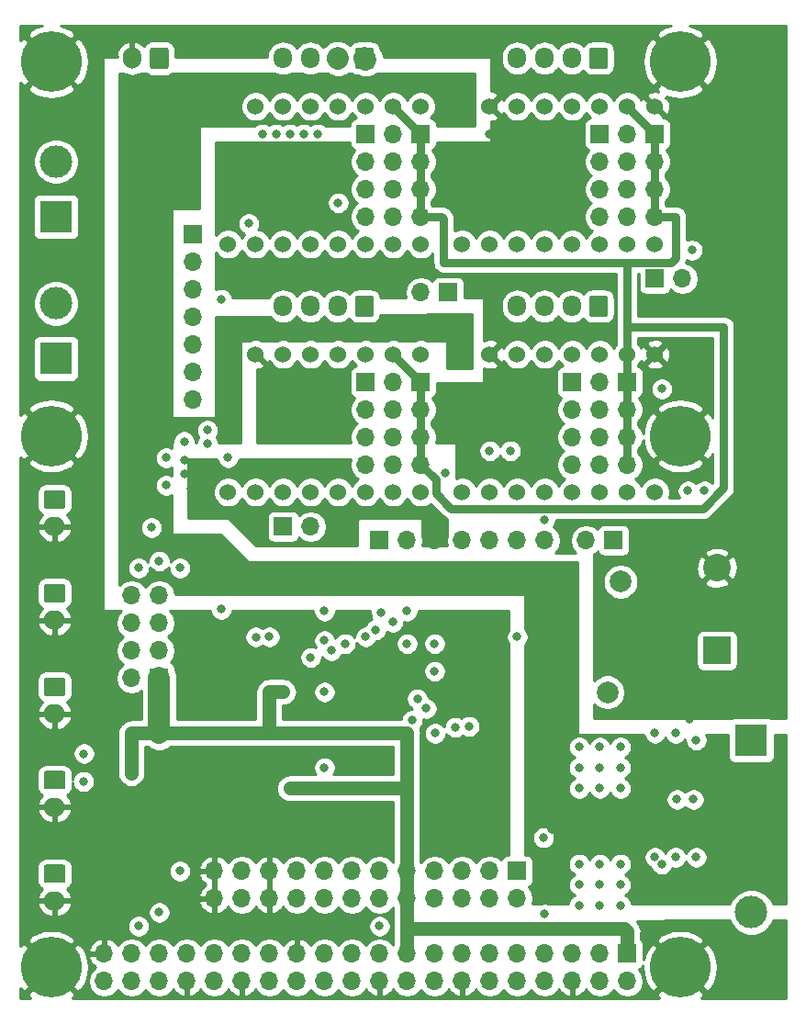
<source format=gbr>
G04 #@! TF.GenerationSoftware,KiCad,Pcbnew,5.1.5+dfsg1-2build2*
G04 #@! TF.CreationDate,2020-12-13T22:45:39+09:00*
G04 #@! TF.ProjectId,Klipper,4b6c6970-7065-4722-9e6b-696361645f70,rev?*
G04 #@! TF.SameCoordinates,Original*
G04 #@! TF.FileFunction,Copper,L3,Inr*
G04 #@! TF.FilePolarity,Positive*
%FSLAX46Y46*%
G04 Gerber Fmt 4.6, Leading zero omitted, Abs format (unit mm)*
G04 Created by KiCad (PCBNEW 5.1.5+dfsg1-2build2) date 2020-12-13 22:45:39*
%MOMM*%
%LPD*%
G04 APERTURE LIST*
%ADD10O,1.700000X1.700000*%
%ADD11R,1.700000X1.700000*%
%ADD12O,1.700000X2.000000*%
%ADD13C,0.100000*%
%ADD14C,2.010000*%
%ADD15C,2.540000*%
%ADD16R,2.540000X2.540000*%
%ADD17O,2.000000X1.700000*%
%ADD18O,1.700000X1.950000*%
%ADD19C,1.524000*%
%ADD20C,5.600000*%
%ADD21R,3.000000X3.000000*%
%ADD22C,3.000000*%
%ADD23C,0.800000*%
%ADD24C,1.270000*%
%ADD25C,0.762000*%
%ADD26C,2.032000*%
%ADD27C,0.254000*%
G04 APERTURE END LIST*
D10*
X-21590000Y-7460000D03*
X-19050000Y-7460000D03*
X-21590000Y-10000000D03*
X-19050000Y-10000000D03*
X-21590000Y-12540000D03*
X-19050000Y-12540000D03*
X-21590000Y-15080000D03*
D11*
X-19050000Y-15080000D03*
D12*
X-21550000Y42070000D03*
G04 #@! TA.AperFunction,ViaPad*
D13*
G36*
X-18425496Y43068796D02*
G01*
X-18401227Y43065196D01*
X-18377429Y43059235D01*
X-18354329Y43050970D01*
X-18332151Y43040480D01*
X-18311107Y43027867D01*
X-18291402Y43013253D01*
X-18273223Y42996777D01*
X-18256747Y42978598D01*
X-18242133Y42958893D01*
X-18229520Y42937849D01*
X-18219030Y42915671D01*
X-18210765Y42892571D01*
X-18204804Y42868773D01*
X-18201204Y42844504D01*
X-18200000Y42820000D01*
X-18200000Y41320000D01*
X-18201204Y41295496D01*
X-18204804Y41271227D01*
X-18210765Y41247429D01*
X-18219030Y41224329D01*
X-18229520Y41202151D01*
X-18242133Y41181107D01*
X-18256747Y41161402D01*
X-18273223Y41143223D01*
X-18291402Y41126747D01*
X-18311107Y41112133D01*
X-18332151Y41099520D01*
X-18354329Y41089030D01*
X-18377429Y41080765D01*
X-18401227Y41074804D01*
X-18425496Y41071204D01*
X-18450000Y41070000D01*
X-19650000Y41070000D01*
X-19674504Y41071204D01*
X-19698773Y41074804D01*
X-19722571Y41080765D01*
X-19745671Y41089030D01*
X-19767849Y41099520D01*
X-19788893Y41112133D01*
X-19808598Y41126747D01*
X-19826777Y41143223D01*
X-19843253Y41161402D01*
X-19857867Y41181107D01*
X-19870480Y41202151D01*
X-19880970Y41224329D01*
X-19889235Y41247429D01*
X-19895196Y41271227D01*
X-19898796Y41295496D01*
X-19900000Y41320000D01*
X-19900000Y42820000D01*
X-19898796Y42844504D01*
X-19895196Y42868773D01*
X-19889235Y42892571D01*
X-19880970Y42915671D01*
X-19870480Y42937849D01*
X-19857867Y42958893D01*
X-19843253Y42978598D01*
X-19826777Y42996777D01*
X-19808598Y43013253D01*
X-19788893Y43027867D01*
X-19767849Y43040480D01*
X-19745671Y43050970D01*
X-19722571Y43059235D01*
X-19698773Y43065196D01*
X-19674504Y43068796D01*
X-19650000Y43070000D01*
X-18450000Y43070000D01*
X-18425496Y43068796D01*
G37*
G04 #@! TD.AperFunction*
D14*
X22295000Y-16390000D03*
X23495000Y-6190000D03*
D15*
X32385000Y-4920000D03*
D16*
X32385000Y-12540000D03*
D17*
X-28702000Y-35614000D03*
G04 #@! TA.AperFunction,ViaPad*
D13*
G36*
X-27927496Y-32265204D02*
G01*
X-27903227Y-32268804D01*
X-27879429Y-32274765D01*
X-27856329Y-32283030D01*
X-27834151Y-32293520D01*
X-27813107Y-32306133D01*
X-27793402Y-32320747D01*
X-27775223Y-32337223D01*
X-27758747Y-32355402D01*
X-27744133Y-32375107D01*
X-27731520Y-32396151D01*
X-27721030Y-32418329D01*
X-27712765Y-32441429D01*
X-27706804Y-32465227D01*
X-27703204Y-32489496D01*
X-27702000Y-32514000D01*
X-27702000Y-33714000D01*
X-27703204Y-33738504D01*
X-27706804Y-33762773D01*
X-27712765Y-33786571D01*
X-27721030Y-33809671D01*
X-27731520Y-33831849D01*
X-27744133Y-33852893D01*
X-27758747Y-33872598D01*
X-27775223Y-33890777D01*
X-27793402Y-33907253D01*
X-27813107Y-33921867D01*
X-27834151Y-33934480D01*
X-27856329Y-33944970D01*
X-27879429Y-33953235D01*
X-27903227Y-33959196D01*
X-27927496Y-33962796D01*
X-27952000Y-33964000D01*
X-29452000Y-33964000D01*
X-29476504Y-33962796D01*
X-29500773Y-33959196D01*
X-29524571Y-33953235D01*
X-29547671Y-33944970D01*
X-29569849Y-33934480D01*
X-29590893Y-33921867D01*
X-29610598Y-33907253D01*
X-29628777Y-33890777D01*
X-29645253Y-33872598D01*
X-29659867Y-33852893D01*
X-29672480Y-33831849D01*
X-29682970Y-33809671D01*
X-29691235Y-33786571D01*
X-29697196Y-33762773D01*
X-29700796Y-33738504D01*
X-29702000Y-33714000D01*
X-29702000Y-32514000D01*
X-29700796Y-32489496D01*
X-29697196Y-32465227D01*
X-29691235Y-32441429D01*
X-29682970Y-32418329D01*
X-29672480Y-32396151D01*
X-29659867Y-32375107D01*
X-29645253Y-32355402D01*
X-29628777Y-32337223D01*
X-29610598Y-32320747D01*
X-29590893Y-32306133D01*
X-29569849Y-32293520D01*
X-29547671Y-32283030D01*
X-29524571Y-32274765D01*
X-29500773Y-32268804D01*
X-29476504Y-32265204D01*
X-29452000Y-32264000D01*
X-27952000Y-32264000D01*
X-27927496Y-32265204D01*
G37*
G04 #@! TD.AperFunction*
D17*
X-28702000Y-26978000D03*
G04 #@! TA.AperFunction,ViaPad*
D13*
G36*
X-27927496Y-23629204D02*
G01*
X-27903227Y-23632804D01*
X-27879429Y-23638765D01*
X-27856329Y-23647030D01*
X-27834151Y-23657520D01*
X-27813107Y-23670133D01*
X-27793402Y-23684747D01*
X-27775223Y-23701223D01*
X-27758747Y-23719402D01*
X-27744133Y-23739107D01*
X-27731520Y-23760151D01*
X-27721030Y-23782329D01*
X-27712765Y-23805429D01*
X-27706804Y-23829227D01*
X-27703204Y-23853496D01*
X-27702000Y-23878000D01*
X-27702000Y-25078000D01*
X-27703204Y-25102504D01*
X-27706804Y-25126773D01*
X-27712765Y-25150571D01*
X-27721030Y-25173671D01*
X-27731520Y-25195849D01*
X-27744133Y-25216893D01*
X-27758747Y-25236598D01*
X-27775223Y-25254777D01*
X-27793402Y-25271253D01*
X-27813107Y-25285867D01*
X-27834151Y-25298480D01*
X-27856329Y-25308970D01*
X-27879429Y-25317235D01*
X-27903227Y-25323196D01*
X-27927496Y-25326796D01*
X-27952000Y-25328000D01*
X-29452000Y-25328000D01*
X-29476504Y-25326796D01*
X-29500773Y-25323196D01*
X-29524571Y-25317235D01*
X-29547671Y-25308970D01*
X-29569849Y-25298480D01*
X-29590893Y-25285867D01*
X-29610598Y-25271253D01*
X-29628777Y-25254777D01*
X-29645253Y-25236598D01*
X-29659867Y-25216893D01*
X-29672480Y-25195849D01*
X-29682970Y-25173671D01*
X-29691235Y-25150571D01*
X-29697196Y-25126773D01*
X-29700796Y-25102504D01*
X-29702000Y-25078000D01*
X-29702000Y-23878000D01*
X-29700796Y-23853496D01*
X-29697196Y-23829227D01*
X-29691235Y-23805429D01*
X-29682970Y-23782329D01*
X-29672480Y-23760151D01*
X-29659867Y-23739107D01*
X-29645253Y-23719402D01*
X-29628777Y-23701223D01*
X-29610598Y-23684747D01*
X-29590893Y-23670133D01*
X-29569849Y-23657520D01*
X-29547671Y-23647030D01*
X-29524571Y-23638765D01*
X-29500773Y-23632804D01*
X-29476504Y-23629204D01*
X-29452000Y-23628000D01*
X-27952000Y-23628000D01*
X-27927496Y-23629204D01*
G37*
G04 #@! TD.AperFunction*
D17*
X-28702000Y-1110000D03*
G04 #@! TA.AperFunction,ViaPad*
D13*
G36*
X-27927496Y2238796D02*
G01*
X-27903227Y2235196D01*
X-27879429Y2229235D01*
X-27856329Y2220970D01*
X-27834151Y2210480D01*
X-27813107Y2197867D01*
X-27793402Y2183253D01*
X-27775223Y2166777D01*
X-27758747Y2148598D01*
X-27744133Y2128893D01*
X-27731520Y2107849D01*
X-27721030Y2085671D01*
X-27712765Y2062571D01*
X-27706804Y2038773D01*
X-27703204Y2014504D01*
X-27702000Y1990000D01*
X-27702000Y790000D01*
X-27703204Y765496D01*
X-27706804Y741227D01*
X-27712765Y717429D01*
X-27721030Y694329D01*
X-27731520Y672151D01*
X-27744133Y651107D01*
X-27758747Y631402D01*
X-27775223Y613223D01*
X-27793402Y596747D01*
X-27813107Y582133D01*
X-27834151Y569520D01*
X-27856329Y559030D01*
X-27879429Y550765D01*
X-27903227Y544804D01*
X-27927496Y541204D01*
X-27952000Y540000D01*
X-29452000Y540000D01*
X-29476504Y541204D01*
X-29500773Y544804D01*
X-29524571Y550765D01*
X-29547671Y559030D01*
X-29569849Y569520D01*
X-29590893Y582133D01*
X-29610598Y596747D01*
X-29628777Y613223D01*
X-29645253Y631402D01*
X-29659867Y651107D01*
X-29672480Y672151D01*
X-29682970Y694329D01*
X-29691235Y717429D01*
X-29697196Y741227D01*
X-29700796Y765496D01*
X-29702000Y790000D01*
X-29702000Y1990000D01*
X-29700796Y2014504D01*
X-29697196Y2038773D01*
X-29691235Y2062571D01*
X-29682970Y2085671D01*
X-29672480Y2107849D01*
X-29659867Y2128893D01*
X-29645253Y2148598D01*
X-29628777Y2166777D01*
X-29610598Y2183253D01*
X-29590893Y2197867D01*
X-29569849Y2210480D01*
X-29547671Y2220970D01*
X-29524571Y2229235D01*
X-29500773Y2235196D01*
X-29476504Y2238796D01*
X-29452000Y2240000D01*
X-27952000Y2240000D01*
X-27927496Y2238796D01*
G37*
G04 #@! TD.AperFunction*
D17*
X-28702000Y-9746000D03*
G04 #@! TA.AperFunction,ViaPad*
D13*
G36*
X-27927496Y-6397204D02*
G01*
X-27903227Y-6400804D01*
X-27879429Y-6406765D01*
X-27856329Y-6415030D01*
X-27834151Y-6425520D01*
X-27813107Y-6438133D01*
X-27793402Y-6452747D01*
X-27775223Y-6469223D01*
X-27758747Y-6487402D01*
X-27744133Y-6507107D01*
X-27731520Y-6528151D01*
X-27721030Y-6550329D01*
X-27712765Y-6573429D01*
X-27706804Y-6597227D01*
X-27703204Y-6621496D01*
X-27702000Y-6646000D01*
X-27702000Y-7846000D01*
X-27703204Y-7870504D01*
X-27706804Y-7894773D01*
X-27712765Y-7918571D01*
X-27721030Y-7941671D01*
X-27731520Y-7963849D01*
X-27744133Y-7984893D01*
X-27758747Y-8004598D01*
X-27775223Y-8022777D01*
X-27793402Y-8039253D01*
X-27813107Y-8053867D01*
X-27834151Y-8066480D01*
X-27856329Y-8076970D01*
X-27879429Y-8085235D01*
X-27903227Y-8091196D01*
X-27927496Y-8094796D01*
X-27952000Y-8096000D01*
X-29452000Y-8096000D01*
X-29476504Y-8094796D01*
X-29500773Y-8091196D01*
X-29524571Y-8085235D01*
X-29547671Y-8076970D01*
X-29569849Y-8066480D01*
X-29590893Y-8053867D01*
X-29610598Y-8039253D01*
X-29628777Y-8022777D01*
X-29645253Y-8004598D01*
X-29659867Y-7984893D01*
X-29672480Y-7963849D01*
X-29682970Y-7941671D01*
X-29691235Y-7918571D01*
X-29697196Y-7894773D01*
X-29700796Y-7870504D01*
X-29702000Y-7846000D01*
X-29702000Y-6646000D01*
X-29700796Y-6621496D01*
X-29697196Y-6597227D01*
X-29691235Y-6573429D01*
X-29682970Y-6550329D01*
X-29672480Y-6528151D01*
X-29659867Y-6507107D01*
X-29645253Y-6487402D01*
X-29628777Y-6469223D01*
X-29610598Y-6452747D01*
X-29590893Y-6438133D01*
X-29569849Y-6425520D01*
X-29547671Y-6415030D01*
X-29524571Y-6406765D01*
X-29500773Y-6400804D01*
X-29476504Y-6397204D01*
X-29452000Y-6396000D01*
X-27952000Y-6396000D01*
X-27927496Y-6397204D01*
G37*
G04 #@! TD.AperFunction*
D17*
X-28702000Y-18382000D03*
G04 #@! TA.AperFunction,ViaPad*
D13*
G36*
X-27927496Y-15033204D02*
G01*
X-27903227Y-15036804D01*
X-27879429Y-15042765D01*
X-27856329Y-15051030D01*
X-27834151Y-15061520D01*
X-27813107Y-15074133D01*
X-27793402Y-15088747D01*
X-27775223Y-15105223D01*
X-27758747Y-15123402D01*
X-27744133Y-15143107D01*
X-27731520Y-15164151D01*
X-27721030Y-15186329D01*
X-27712765Y-15209429D01*
X-27706804Y-15233227D01*
X-27703204Y-15257496D01*
X-27702000Y-15282000D01*
X-27702000Y-16482000D01*
X-27703204Y-16506504D01*
X-27706804Y-16530773D01*
X-27712765Y-16554571D01*
X-27721030Y-16577671D01*
X-27731520Y-16599849D01*
X-27744133Y-16620893D01*
X-27758747Y-16640598D01*
X-27775223Y-16658777D01*
X-27793402Y-16675253D01*
X-27813107Y-16689867D01*
X-27834151Y-16702480D01*
X-27856329Y-16712970D01*
X-27879429Y-16721235D01*
X-27903227Y-16727196D01*
X-27927496Y-16730796D01*
X-27952000Y-16732000D01*
X-29452000Y-16732000D01*
X-29476504Y-16730796D01*
X-29500773Y-16727196D01*
X-29524571Y-16721235D01*
X-29547671Y-16712970D01*
X-29569849Y-16702480D01*
X-29590893Y-16689867D01*
X-29610598Y-16675253D01*
X-29628777Y-16658777D01*
X-29645253Y-16640598D01*
X-29659867Y-16620893D01*
X-29672480Y-16599849D01*
X-29682970Y-16577671D01*
X-29691235Y-16554571D01*
X-29697196Y-16530773D01*
X-29700796Y-16506504D01*
X-29702000Y-16482000D01*
X-29702000Y-15282000D01*
X-29700796Y-15257496D01*
X-29697196Y-15233227D01*
X-29691235Y-15209429D01*
X-29682970Y-15186329D01*
X-29672480Y-15164151D01*
X-29659867Y-15143107D01*
X-29645253Y-15123402D01*
X-29628777Y-15105223D01*
X-29610598Y-15088747D01*
X-29590893Y-15074133D01*
X-29569849Y-15061520D01*
X-29547671Y-15051030D01*
X-29524571Y-15042765D01*
X-29500773Y-15036804D01*
X-29476504Y-15033204D01*
X-29452000Y-15032000D01*
X-27952000Y-15032000D01*
X-27927496Y-15033204D01*
G37*
G04 #@! TD.AperFunction*
D18*
X13970000Y42070000D03*
X16470000Y42070000D03*
X18970000Y42070000D03*
G04 #@! TA.AperFunction,ViaPad*
D13*
G36*
X22094504Y43043796D02*
G01*
X22118773Y43040196D01*
X22142571Y43034235D01*
X22165671Y43025970D01*
X22187849Y43015480D01*
X22208893Y43002867D01*
X22228598Y42988253D01*
X22246777Y42971777D01*
X22263253Y42953598D01*
X22277867Y42933893D01*
X22290480Y42912849D01*
X22300970Y42890671D01*
X22309235Y42867571D01*
X22315196Y42843773D01*
X22318796Y42819504D01*
X22320000Y42795000D01*
X22320000Y41345000D01*
X22318796Y41320496D01*
X22315196Y41296227D01*
X22309235Y41272429D01*
X22300970Y41249329D01*
X22290480Y41227151D01*
X22277867Y41206107D01*
X22263253Y41186402D01*
X22246777Y41168223D01*
X22228598Y41151747D01*
X22208893Y41137133D01*
X22187849Y41124520D01*
X22165671Y41114030D01*
X22142571Y41105765D01*
X22118773Y41099804D01*
X22094504Y41096204D01*
X22070000Y41095000D01*
X20870000Y41095000D01*
X20845496Y41096204D01*
X20821227Y41099804D01*
X20797429Y41105765D01*
X20774329Y41114030D01*
X20752151Y41124520D01*
X20731107Y41137133D01*
X20711402Y41151747D01*
X20693223Y41168223D01*
X20676747Y41186402D01*
X20662133Y41206107D01*
X20649520Y41227151D01*
X20639030Y41249329D01*
X20630765Y41272429D01*
X20624804Y41296227D01*
X20621204Y41320496D01*
X20620000Y41345000D01*
X20620000Y42795000D01*
X20621204Y42819504D01*
X20624804Y42843773D01*
X20630765Y42867571D01*
X20639030Y42890671D01*
X20649520Y42912849D01*
X20662133Y42933893D01*
X20676747Y42953598D01*
X20693223Y42971777D01*
X20711402Y42988253D01*
X20731107Y43002867D01*
X20752151Y43015480D01*
X20774329Y43025970D01*
X20797429Y43034235D01*
X20821227Y43040196D01*
X20845496Y43043796D01*
X20870000Y43045000D01*
X22070000Y43045000D01*
X22094504Y43043796D01*
G37*
G04 #@! TD.AperFunction*
D18*
X-7620000Y42070000D03*
X-5120000Y42070000D03*
X-2620000Y42070000D03*
G04 #@! TA.AperFunction,ViaPad*
D13*
G36*
X504504Y43043796D02*
G01*
X528773Y43040196D01*
X552571Y43034235D01*
X575671Y43025970D01*
X597849Y43015480D01*
X618893Y43002867D01*
X638598Y42988253D01*
X656777Y42971777D01*
X673253Y42953598D01*
X687867Y42933893D01*
X700480Y42912849D01*
X710970Y42890671D01*
X719235Y42867571D01*
X725196Y42843773D01*
X728796Y42819504D01*
X730000Y42795000D01*
X730000Y41345000D01*
X728796Y41320496D01*
X725196Y41296227D01*
X719235Y41272429D01*
X710970Y41249329D01*
X700480Y41227151D01*
X687867Y41206107D01*
X673253Y41186402D01*
X656777Y41168223D01*
X638598Y41151747D01*
X618893Y41137133D01*
X597849Y41124520D01*
X575671Y41114030D01*
X552571Y41105765D01*
X528773Y41099804D01*
X504504Y41096204D01*
X480000Y41095000D01*
X-720000Y41095000D01*
X-744504Y41096204D01*
X-768773Y41099804D01*
X-792571Y41105765D01*
X-815671Y41114030D01*
X-837849Y41124520D01*
X-858893Y41137133D01*
X-878598Y41151747D01*
X-896777Y41168223D01*
X-913253Y41186402D01*
X-927867Y41206107D01*
X-940480Y41227151D01*
X-950970Y41249329D01*
X-959235Y41272429D01*
X-965196Y41296227D01*
X-968796Y41320496D01*
X-970000Y41345000D01*
X-970000Y42795000D01*
X-968796Y42819504D01*
X-965196Y42843773D01*
X-959235Y42867571D01*
X-950970Y42890671D01*
X-940480Y42912849D01*
X-927867Y42933893D01*
X-913253Y42953598D01*
X-896777Y42971777D01*
X-878598Y42988253D01*
X-858893Y43002867D01*
X-837849Y43015480D01*
X-815671Y43025970D01*
X-792571Y43034235D01*
X-768773Y43040196D01*
X-744504Y43043796D01*
X-720000Y43045000D01*
X480000Y43045000D01*
X504504Y43043796D01*
G37*
G04 #@! TD.AperFunction*
D18*
X-7620000Y19210000D03*
X-5120000Y19210000D03*
X-2620000Y19210000D03*
G04 #@! TA.AperFunction,ViaPad*
D13*
G36*
X504504Y20183796D02*
G01*
X528773Y20180196D01*
X552571Y20174235D01*
X575671Y20165970D01*
X597849Y20155480D01*
X618893Y20142867D01*
X638598Y20128253D01*
X656777Y20111777D01*
X673253Y20093598D01*
X687867Y20073893D01*
X700480Y20052849D01*
X710970Y20030671D01*
X719235Y20007571D01*
X725196Y19983773D01*
X728796Y19959504D01*
X730000Y19935000D01*
X730000Y18485000D01*
X728796Y18460496D01*
X725196Y18436227D01*
X719235Y18412429D01*
X710970Y18389329D01*
X700480Y18367151D01*
X687867Y18346107D01*
X673253Y18326402D01*
X656777Y18308223D01*
X638598Y18291747D01*
X618893Y18277133D01*
X597849Y18264520D01*
X575671Y18254030D01*
X552571Y18245765D01*
X528773Y18239804D01*
X504504Y18236204D01*
X480000Y18235000D01*
X-720000Y18235000D01*
X-744504Y18236204D01*
X-768773Y18239804D01*
X-792571Y18245765D01*
X-815671Y18254030D01*
X-837849Y18264520D01*
X-858893Y18277133D01*
X-878598Y18291747D01*
X-896777Y18308223D01*
X-913253Y18326402D01*
X-927867Y18346107D01*
X-940480Y18367151D01*
X-950970Y18389329D01*
X-959235Y18412429D01*
X-965196Y18436227D01*
X-968796Y18460496D01*
X-970000Y18485000D01*
X-970000Y19935000D01*
X-968796Y19959504D01*
X-965196Y19983773D01*
X-959235Y20007571D01*
X-950970Y20030671D01*
X-940480Y20052849D01*
X-927867Y20073893D01*
X-913253Y20093598D01*
X-896777Y20111777D01*
X-878598Y20128253D01*
X-858893Y20142867D01*
X-837849Y20155480D01*
X-815671Y20165970D01*
X-792571Y20174235D01*
X-768773Y20180196D01*
X-744504Y20183796D01*
X-720000Y20185000D01*
X480000Y20185000D01*
X504504Y20183796D01*
G37*
G04 #@! TD.AperFunction*
D18*
X13970000Y19210000D03*
X16470000Y19210000D03*
X18970000Y19210000D03*
G04 #@! TA.AperFunction,ViaPad*
D13*
G36*
X22094504Y20183796D02*
G01*
X22118773Y20180196D01*
X22142571Y20174235D01*
X22165671Y20165970D01*
X22187849Y20155480D01*
X22208893Y20142867D01*
X22228598Y20128253D01*
X22246777Y20111777D01*
X22263253Y20093598D01*
X22277867Y20073893D01*
X22290480Y20052849D01*
X22300970Y20030671D01*
X22309235Y20007571D01*
X22315196Y19983773D01*
X22318796Y19959504D01*
X22320000Y19935000D01*
X22320000Y18485000D01*
X22318796Y18460496D01*
X22315196Y18436227D01*
X22309235Y18412429D01*
X22300970Y18389329D01*
X22290480Y18367151D01*
X22277867Y18346107D01*
X22263253Y18326402D01*
X22246777Y18308223D01*
X22228598Y18291747D01*
X22208893Y18277133D01*
X22187849Y18264520D01*
X22165671Y18254030D01*
X22142571Y18245765D01*
X22118773Y18239804D01*
X22094504Y18236204D01*
X22070000Y18235000D01*
X20870000Y18235000D01*
X20845496Y18236204D01*
X20821227Y18239804D01*
X20797429Y18245765D01*
X20774329Y18254030D01*
X20752151Y18264520D01*
X20731107Y18277133D01*
X20711402Y18291747D01*
X20693223Y18308223D01*
X20676747Y18326402D01*
X20662133Y18346107D01*
X20649520Y18367151D01*
X20639030Y18389329D01*
X20630765Y18412429D01*
X20624804Y18436227D01*
X20621204Y18460496D01*
X20620000Y18485000D01*
X20620000Y19935000D01*
X20621204Y19959504D01*
X20624804Y19983773D01*
X20630765Y20007571D01*
X20639030Y20030671D01*
X20649520Y20052849D01*
X20662133Y20073893D01*
X20676747Y20093598D01*
X20693223Y20111777D01*
X20711402Y20128253D01*
X20731107Y20142867D01*
X20752151Y20155480D01*
X20774329Y20165970D01*
X20797429Y20174235D01*
X20821227Y20180196D01*
X20845496Y20183796D01*
X20870000Y20185000D01*
X22070000Y20185000D01*
X22094504Y20183796D01*
G37*
G04 #@! TD.AperFunction*
D11*
X24130000Y-40480000D03*
D10*
X24130000Y-43020000D03*
X21590000Y-40480000D03*
X21590000Y-43020000D03*
X19050000Y-40480000D03*
X19050000Y-43020000D03*
X16510000Y-40480000D03*
X16510000Y-43020000D03*
X13970000Y-40480000D03*
X13970000Y-43020000D03*
X11430000Y-40480000D03*
X11430000Y-43020000D03*
X8890000Y-40480000D03*
X8890000Y-43020000D03*
X6350000Y-40480000D03*
X6350000Y-43020000D03*
X3810000Y-40480000D03*
X3810000Y-43020000D03*
X1270000Y-40480000D03*
X1270000Y-43020000D03*
X-1270000Y-40480000D03*
X-1270000Y-43020000D03*
X-3810000Y-40480000D03*
X-3810000Y-43020000D03*
X-6350000Y-40480000D03*
X-6350000Y-43020000D03*
X-8890000Y-40480000D03*
X-8890000Y-43020000D03*
X-11430000Y-40480000D03*
X-11430000Y-43020000D03*
X-13970000Y-40480000D03*
X-13970000Y-43020000D03*
X-16510000Y-40480000D03*
X-16510000Y-43020000D03*
X-19050000Y-40480000D03*
X-19050000Y-43020000D03*
X-21590000Y-40480000D03*
X-21590000Y-43020000D03*
X-24130000Y-40480000D03*
X-24130000Y-43020000D03*
X20320000Y-2380000D03*
D11*
X22860000Y-2380000D03*
X-7620000Y-1110000D03*
D10*
X-5080000Y-1110000D03*
X5080000Y20480000D03*
D11*
X7620000Y20480000D03*
X26670000Y21750000D03*
D10*
X29210000Y21750000D03*
D11*
X26670000Y35085000D03*
D10*
X26670000Y32545000D03*
X26670000Y30005000D03*
X26670000Y27465000D03*
D11*
X24130000Y12225000D03*
D10*
X24130000Y9685000D03*
X24130000Y7145000D03*
X24130000Y4605000D03*
X5080000Y4605000D03*
X5080000Y7145000D03*
X5080000Y9685000D03*
D11*
X5080000Y12225000D03*
X5080000Y35085000D03*
D10*
X5080000Y32545000D03*
X5080000Y30005000D03*
X5080000Y27465000D03*
D19*
X8890000Y2065000D03*
X11430000Y2065000D03*
X13970000Y2065000D03*
X16510000Y2065000D03*
X19050000Y2065000D03*
X21590000Y2065000D03*
X24130000Y2065000D03*
X26670000Y2065000D03*
X26670000Y14765000D03*
X24130000Y14765000D03*
X21590000Y14765000D03*
X19050000Y14765000D03*
X16510000Y14765000D03*
X13970000Y14765000D03*
X11430000Y14765000D03*
X8890000Y14765000D03*
X-12700000Y14765000D03*
X-10160000Y14765000D03*
X-7620000Y14765000D03*
X-5080000Y14765000D03*
X-2540000Y14765000D03*
X0Y14765000D03*
X2540000Y14765000D03*
X5080000Y14765000D03*
X5080000Y2065000D03*
X2540000Y2065000D03*
X0Y2065000D03*
X-2540000Y2065000D03*
X-5080000Y2065000D03*
X-7620000Y2065000D03*
X-10160000Y2065000D03*
X-12700000Y2065000D03*
X-12700000Y24925000D03*
X-10160000Y24925000D03*
X-7620000Y24925000D03*
X-5080000Y24925000D03*
X-2540000Y24925000D03*
X0Y24925000D03*
X2540000Y24925000D03*
X5080000Y24925000D03*
X5080000Y37625000D03*
X2540000Y37625000D03*
X0Y37625000D03*
X-2540000Y37625000D03*
X-5080000Y37625000D03*
X-7620000Y37625000D03*
X-10160000Y37625000D03*
X-12700000Y37625000D03*
X8890000Y37625000D03*
X11430000Y37625000D03*
X13970000Y37625000D03*
X16510000Y37625000D03*
X19050000Y37625000D03*
X21590000Y37625000D03*
X24130000Y37625000D03*
X26670000Y37625000D03*
X26670000Y24925000D03*
X24130000Y24925000D03*
X21590000Y24925000D03*
X19050000Y24925000D03*
X16510000Y24925000D03*
X13970000Y24925000D03*
X11430000Y24925000D03*
X8890000Y24925000D03*
D10*
X21590000Y4605000D03*
X19050000Y4605000D03*
X21590000Y7145000D03*
X19050000Y7145000D03*
X21590000Y9685000D03*
X19050000Y9685000D03*
X21590000Y12225000D03*
D11*
X19050000Y12225000D03*
X0Y12225000D03*
D10*
X2540000Y12225000D03*
X0Y9685000D03*
X2540000Y9685000D03*
X0Y7145000D03*
X2540000Y7145000D03*
X0Y4605000D03*
X2540000Y4605000D03*
X2540000Y27465000D03*
X0Y27465000D03*
X2540000Y30005000D03*
X0Y30005000D03*
X2540000Y32545000D03*
X0Y32545000D03*
X2540000Y35085000D03*
D11*
X0Y35085000D03*
X21590000Y35085000D03*
D10*
X24130000Y35085000D03*
X21590000Y32545000D03*
X24130000Y32545000D03*
X21590000Y30005000D03*
X24130000Y30005000D03*
X21590000Y27465000D03*
X24130000Y27465000D03*
D11*
X1270000Y-2380000D03*
D10*
X3810000Y-2380000D03*
X6350000Y-2380000D03*
X8890000Y-2380000D03*
X11430000Y-2380000D03*
X13970000Y-2380000D03*
X16510000Y-2380000D03*
D11*
X-16000000Y25870000D03*
D10*
X-16000000Y23330000D03*
X-16000000Y20790000D03*
X-16000000Y18250000D03*
X-16000000Y15710000D03*
X-16000000Y13170000D03*
X-16000000Y10630000D03*
D20*
X-29000000Y-41750000D03*
X29000000Y-41750000D03*
X-29000000Y41750000D03*
X29000000Y41750000D03*
X-29000000Y7250000D03*
X29000000Y7250000D03*
D21*
X35560000Y-20795000D03*
D22*
X35560000Y-25875000D03*
D21*
X-28575000Y14384000D03*
D22*
X-28575000Y19464000D03*
X35560000Y-36670000D03*
D21*
X35560000Y-31590000D03*
D22*
X-28575000Y32545000D03*
D21*
X-28575000Y27465000D03*
D11*
X13970000Y-32860000D03*
D10*
X13970000Y-35400000D03*
X11430000Y-32860000D03*
X11430000Y-35400000D03*
X8890000Y-32860000D03*
X8890000Y-35400000D03*
X6350000Y-32860000D03*
X6350000Y-35400000D03*
X3810000Y-32860000D03*
X3810000Y-35400000D03*
X1270000Y-32860000D03*
X1270000Y-35400000D03*
X-1270000Y-32860000D03*
X-1270000Y-35400000D03*
X-3810000Y-32860000D03*
X-3810000Y-35400000D03*
X-6350000Y-32860000D03*
X-6350000Y-35400000D03*
X-8890000Y-32860000D03*
X-8890000Y-35400000D03*
X-11430000Y-32860000D03*
X-11430000Y-35400000D03*
X-13970000Y-32860000D03*
X-13970000Y-35400000D03*
D23*
X-7620000Y28100000D03*
X-8890000Y28100000D03*
X28575000Y-31590000D03*
X27305000Y-32225000D03*
X26670000Y-31590000D03*
X12446000Y-23716000D03*
X12446000Y-20668000D03*
X12446000Y-22192000D03*
X-6985000Y35085000D03*
X-9525000Y35085000D03*
X-8255000Y35085000D03*
X-9525000Y33815000D03*
X-8255000Y33815000D03*
X-6985000Y33815000D03*
X-5715000Y35085000D03*
X-5715000Y33815000D03*
X-4445000Y35085000D03*
X11430000Y35085000D03*
X-8890000Y12225000D03*
X-10160000Y-22065000D03*
X-8890000Y-22065000D03*
X-7620000Y-22065000D03*
X-8890000Y-23335000D03*
X-7620000Y-23335000D03*
X-6350000Y-22065000D03*
X-6350000Y-23335000D03*
X-10160000Y-23335000D03*
X-10160000Y-24605000D03*
X-23495000Y-18255000D03*
X-22225000Y-18890000D03*
X-23495000Y-19525000D03*
X-13970000Y-23335000D03*
X-13970000Y-25240000D03*
X-22225000Y-30955000D03*
X26670000Y-20160000D03*
X28575000Y-20160000D03*
X29845000Y-18890000D03*
X30480000Y-20795000D03*
X-12700000Y5240000D03*
X-16510000Y-9365000D03*
X-14605000Y-9365000D03*
X-14605000Y7780000D03*
X-14605000Y6510000D03*
X1270000Y22385000D03*
X1905000Y21115000D03*
X11430000Y12225000D03*
X11430000Y10320000D03*
X13335000Y10320000D03*
X13335000Y12225000D03*
X15240000Y12225000D03*
X15240000Y10320000D03*
X-19050000Y-4285000D03*
X-17145000Y-4920000D03*
X-20955000Y-4920000D03*
X11430000Y28735000D03*
X13970000Y28735000D03*
X17145000Y31910000D03*
X17145000Y28735000D03*
X13970000Y35085000D03*
X17780000Y35085000D03*
X-2540000Y9050000D03*
X-6985000Y10955000D03*
X-5080000Y12225000D03*
X-3175000Y10955000D03*
X-17145000Y-32860000D03*
X-19050000Y-36670000D03*
X-8890000Y-16350000D03*
X-7620000Y-16350000D03*
X-6985000Y-25240000D03*
X-21627508Y-23829896D03*
X-10160000Y-475000D03*
X-10160000Y-1745000D03*
X-16142033Y2432967D03*
X-16748999Y6748999D03*
X-16748999Y5001001D03*
X-16748999Y3731001D03*
X30226000Y-26256000D03*
X23495000Y-25240000D03*
X23495000Y-23335000D03*
X23495000Y-21430000D03*
X19685000Y-21430000D03*
X19685000Y-23335000D03*
X19685000Y-25240000D03*
X21590000Y-25240000D03*
X21590000Y-21430000D03*
X21590000Y-23335000D03*
X19685000Y-36035000D03*
X19685000Y-34130000D03*
X19685000Y-32225000D03*
X23495000Y-32225000D03*
X23495000Y-34130000D03*
X23495000Y-36035000D03*
X21590000Y-36035000D03*
X21590000Y-32225000D03*
X21590000Y-34130000D03*
X30480000Y-31590000D03*
X16510000Y-36837401D03*
X6390400Y-20160000D03*
X11430000Y5875000D03*
X-13335000Y-8730000D03*
X5588000Y-17874000D03*
X3810000Y-11905000D03*
X0Y-11270000D03*
X-1905000Y-11905000D03*
X-3810000Y-23335000D03*
X-3175000Y-12540000D03*
X-19773279Y-1198279D03*
X892111Y-10625479D03*
X2498400Y-9916076D03*
X1425444Y-9020678D03*
X-10147117Y-11282883D03*
X-13335000Y19845000D03*
X-18415000Y2700000D03*
X-2540000Y28735000D03*
X6350000Y-11905000D03*
X13970000Y-11270000D03*
X-18415000Y5240000D03*
X-3810000Y-8891000D03*
X-5080000Y-13175000D03*
X-8890000Y-11270000D03*
X3810000Y-8891000D03*
X-3810000Y-11605421D03*
X16510000Y-475000D03*
X13335000Y5875000D03*
X4745199Y-16985000D03*
X6350000Y-14445000D03*
X-3810000Y-16350000D03*
X7321631Y3797481D03*
X4277600Y-18963097D03*
X1270000Y-37940000D03*
X31242000Y2192000D03*
X30084000Y24384028D03*
X27305000Y11590000D03*
X9525000Y-19525000D03*
X29718000Y2192000D03*
X8255000Y-19605189D03*
X-10795000Y26830000D03*
X28702000Y-26256000D03*
X16402537Y-29792463D03*
X-20955000Y-37940000D03*
X-26035000Y-24605000D03*
X-26003867Y-22033867D03*
X16510000Y-18255000D03*
X18415000Y-18255000D03*
X18415000Y-16350000D03*
X15875000Y-20795000D03*
X15875000Y-22700000D03*
X15875000Y-24605000D03*
X15875000Y-26510000D03*
X17145000Y-29050000D03*
X17145000Y-16985000D03*
D24*
X3810000Y-31590000D02*
X3810000Y-34130000D01*
X-6985000Y-25240000D02*
X3810000Y-25240000D01*
X3810000Y-25240000D02*
X3810000Y-20160000D01*
X-21627508Y-20197508D02*
X-21627508Y-23829896D01*
X-21590000Y-20160000D02*
X-21627508Y-20197508D01*
X-19050000Y-20160000D02*
X-19050000Y-16350000D01*
X-10795000Y-20160000D02*
X-19050000Y-20160000D01*
X-19050000Y-20160000D02*
X-21590000Y-20160000D01*
D25*
X24130000Y14765000D02*
X24130000Y4605000D01*
X2540000Y14765000D02*
X5080000Y12225000D01*
X5080000Y12225000D02*
X5080000Y4605000D01*
X26670000Y35085000D02*
X26670000Y27465000D01*
X24130000Y37625000D02*
X26670000Y35085000D01*
D24*
X-6350000Y-20160000D02*
X-6365001Y-20144999D01*
X3810000Y-20160000D02*
X-6350000Y-20160000D01*
X-8890000Y-16350000D02*
X-7620000Y-16350000D01*
X-8890000Y-16350000D02*
X-8890000Y-20160000D01*
X-8890000Y-20160000D02*
X-10795000Y-20160000D01*
X-6350000Y-20160000D02*
X-8890000Y-20160000D01*
X3810000Y-28415000D02*
X3810000Y-31590000D01*
D25*
X7196001Y23231001D02*
X7196001Y27253999D01*
X7196001Y27253999D02*
X6985000Y27465000D01*
D24*
X3810000Y-26510000D02*
X3810000Y-28415000D01*
X3810000Y-25240000D02*
X3810000Y-26510000D01*
D25*
X7196001Y23231001D02*
X23918999Y23231001D01*
X23918999Y23231001D02*
X24130000Y23020000D01*
X28575000Y27465000D02*
X26670000Y27465000D01*
X28575000Y23655000D02*
X28575000Y27465000D01*
X28151001Y23231001D02*
X28575000Y23655000D01*
X23918999Y23231001D02*
X28151001Y23231001D01*
X5080000Y27465000D02*
X6985000Y27465000D01*
D24*
X3810000Y-38448000D02*
X3810000Y-34130000D01*
X3810000Y-40480000D02*
X3810000Y-38448000D01*
X23804401Y-38122401D02*
X24130000Y-38448000D01*
X24130000Y-38448000D02*
X24130000Y-40480000D01*
X3810000Y-38448000D02*
X4135599Y-38122401D01*
X4135599Y-38122401D02*
X22677599Y-38122401D01*
X22677599Y-38122401D02*
X23804401Y-38122401D01*
D25*
X24130000Y17305000D02*
X24130000Y14765000D01*
X24130000Y23020000D02*
X24130000Y17305000D01*
D26*
X-19050000Y-17962000D02*
X-19050000Y-20160000D01*
X-19050000Y-15080000D02*
X-19050000Y-17962000D01*
D25*
X5080000Y27465000D02*
X5080000Y35085000D01*
X2540000Y37625000D02*
X5080000Y35085000D01*
X24130000Y17305000D02*
X33020000Y17305000D01*
X6473001Y1941999D02*
X7858999Y556001D01*
X6473001Y3211999D02*
X6473001Y1941999D01*
X5080000Y4605000D02*
X6473001Y3211999D01*
X33020000Y2444118D02*
X33020000Y17305000D01*
X31131883Y556001D02*
X33020000Y2444118D01*
X7858999Y556001D02*
X31131883Y556001D01*
D26*
X0Y41950000D02*
X-120000Y42070000D01*
X-2540000Y41990000D02*
X-2620000Y42070000D01*
D27*
G36*
X-22121034Y40541401D02*
G01*
X-21841111Y40456487D01*
X-21550000Y40427815D01*
X-21258890Y40456487D01*
X-20978967Y40541401D01*
X-20732762Y40673000D01*
X-20254764Y40673000D01*
X-20143386Y40581595D01*
X-19989850Y40499528D01*
X-19823254Y40448992D01*
X-19650000Y40431928D01*
X-18450000Y40431928D01*
X-18276746Y40448992D01*
X-18110150Y40499528D01*
X-17956614Y40581595D01*
X-17845236Y40673000D01*
X-8390467Y40673000D01*
X-8191034Y40566401D01*
X-7911111Y40481487D01*
X-7620000Y40452815D01*
X-7328890Y40481487D01*
X-7048967Y40566401D01*
X-6849534Y40673000D01*
X-5890467Y40673000D01*
X-5691034Y40566401D01*
X-5411111Y40481487D01*
X-5120000Y40452815D01*
X-4828890Y40481487D01*
X-4548967Y40566401D01*
X-4349534Y40673000D01*
X-3537716Y40673000D01*
X-3461684Y40610602D01*
X-3174867Y40457296D01*
X-2863652Y40362890D01*
X-2540001Y40331012D01*
X-2216348Y40362890D01*
X-1905133Y40457296D01*
X-1618317Y40610602D01*
X-1542285Y40673000D01*
X-1294301Y40673000D01*
X-1213386Y40606595D01*
X-1059850Y40524528D01*
X-893254Y40473992D01*
X-720000Y40456928D01*
X-709015Y40456928D01*
X-634867Y40417295D01*
X-323652Y40322890D01*
X0Y40291012D01*
X323652Y40322890D01*
X634867Y40417295D01*
X921684Y40570602D01*
X950889Y40594570D01*
X973386Y40606595D01*
X1054301Y40673000D01*
X10033000Y40673000D01*
X10033000Y35847000D01*
X6568072Y35847000D01*
X6568072Y35935000D01*
X6555812Y36059482D01*
X6519502Y36179180D01*
X6460537Y36289494D01*
X6381185Y36386185D01*
X6284494Y36465537D01*
X6174180Y36524502D01*
X6054482Y36560812D01*
X5997117Y36566462D01*
X6165120Y36734465D01*
X6318005Y36963273D01*
X6423314Y37217510D01*
X6477000Y37487408D01*
X6477000Y37762592D01*
X6423314Y38032490D01*
X6318005Y38286727D01*
X6165120Y38515535D01*
X5970535Y38710120D01*
X5741727Y38863005D01*
X5487490Y38968314D01*
X5217592Y39022000D01*
X4942408Y39022000D01*
X4672510Y38968314D01*
X4418273Y38863005D01*
X4189465Y38710120D01*
X3994880Y38515535D01*
X3841995Y38286727D01*
X3810000Y38209485D01*
X3778005Y38286727D01*
X3625120Y38515535D01*
X3430535Y38710120D01*
X3201727Y38863005D01*
X2947490Y38968314D01*
X2677592Y39022000D01*
X2402408Y39022000D01*
X2132510Y38968314D01*
X1878273Y38863005D01*
X1649465Y38710120D01*
X1454880Y38515535D01*
X1301995Y38286727D01*
X1270000Y38209485D01*
X1238005Y38286727D01*
X1085120Y38515535D01*
X890535Y38710120D01*
X661727Y38863005D01*
X407490Y38968314D01*
X137592Y39022000D01*
X-137592Y39022000D01*
X-407490Y38968314D01*
X-661727Y38863005D01*
X-890535Y38710120D01*
X-1085120Y38515535D01*
X-1238005Y38286727D01*
X-1270000Y38209485D01*
X-1301995Y38286727D01*
X-1454880Y38515535D01*
X-1649465Y38710120D01*
X-1878273Y38863005D01*
X-2132510Y38968314D01*
X-2402408Y39022000D01*
X-2677592Y39022000D01*
X-2947490Y38968314D01*
X-3201727Y38863005D01*
X-3430535Y38710120D01*
X-3625120Y38515535D01*
X-3778005Y38286727D01*
X-3810000Y38209485D01*
X-3841995Y38286727D01*
X-3994880Y38515535D01*
X-4189465Y38710120D01*
X-4418273Y38863005D01*
X-4672510Y38968314D01*
X-4942408Y39022000D01*
X-5217592Y39022000D01*
X-5487490Y38968314D01*
X-5741727Y38863005D01*
X-5970535Y38710120D01*
X-6165120Y38515535D01*
X-6318005Y38286727D01*
X-6350000Y38209485D01*
X-6381995Y38286727D01*
X-6534880Y38515535D01*
X-6729465Y38710120D01*
X-6958273Y38863005D01*
X-7212510Y38968314D01*
X-7482408Y39022000D01*
X-7757592Y39022000D01*
X-8027490Y38968314D01*
X-8281727Y38863005D01*
X-8510535Y38710120D01*
X-8705120Y38515535D01*
X-8858005Y38286727D01*
X-8890000Y38209485D01*
X-8921995Y38286727D01*
X-9074880Y38515535D01*
X-9269465Y38710120D01*
X-9498273Y38863005D01*
X-9752510Y38968314D01*
X-10022408Y39022000D01*
X-10297592Y39022000D01*
X-10567490Y38968314D01*
X-10821727Y38863005D01*
X-11050535Y38710120D01*
X-11245120Y38515535D01*
X-11398005Y38286727D01*
X-11503314Y38032490D01*
X-11557000Y37762592D01*
X-11557000Y37487408D01*
X-11503314Y37217510D01*
X-11398005Y36963273D01*
X-11245120Y36734465D01*
X-11050535Y36539880D01*
X-10821727Y36386995D01*
X-10567490Y36281686D01*
X-10297592Y36228000D01*
X-10022408Y36228000D01*
X-9752510Y36281686D01*
X-9498273Y36386995D01*
X-9269465Y36539880D01*
X-9074880Y36734465D01*
X-8921995Y36963273D01*
X-8890000Y37040515D01*
X-8858005Y36963273D01*
X-8705120Y36734465D01*
X-8510535Y36539880D01*
X-8281727Y36386995D01*
X-8027490Y36281686D01*
X-7757592Y36228000D01*
X-7482408Y36228000D01*
X-7212510Y36281686D01*
X-6958273Y36386995D01*
X-6729465Y36539880D01*
X-6534880Y36734465D01*
X-6381995Y36963273D01*
X-6350000Y37040515D01*
X-6318005Y36963273D01*
X-6165120Y36734465D01*
X-5970535Y36539880D01*
X-5741727Y36386995D01*
X-5487490Y36281686D01*
X-5217592Y36228000D01*
X-4942408Y36228000D01*
X-4672510Y36281686D01*
X-4418273Y36386995D01*
X-4189465Y36539880D01*
X-3994880Y36734465D01*
X-3841995Y36963273D01*
X-3810000Y37040515D01*
X-3778005Y36963273D01*
X-3625120Y36734465D01*
X-3430535Y36539880D01*
X-3201727Y36386995D01*
X-2947490Y36281686D01*
X-2677592Y36228000D01*
X-2402408Y36228000D01*
X-2132510Y36281686D01*
X-1878273Y36386995D01*
X-1649465Y36539880D01*
X-1454880Y36734465D01*
X-1301995Y36963273D01*
X-1270000Y37040515D01*
X-1238005Y36963273D01*
X-1085120Y36734465D01*
X-917117Y36566462D01*
X-974482Y36560812D01*
X-1094180Y36524502D01*
X-1204494Y36465537D01*
X-1301185Y36386185D01*
X-1380537Y36289494D01*
X-1439502Y36179180D01*
X-1475812Y36059482D01*
X-1488072Y35935000D01*
X-1488072Y35847000D01*
X-3743289Y35847000D01*
X-3785226Y35888937D01*
X-3954744Y36002205D01*
X-4143102Y36080226D01*
X-4343061Y36120000D01*
X-4546939Y36120000D01*
X-4746898Y36080226D01*
X-4935256Y36002205D01*
X-5080000Y35905490D01*
X-5224744Y36002205D01*
X-5413102Y36080226D01*
X-5613061Y36120000D01*
X-5816939Y36120000D01*
X-6016898Y36080226D01*
X-6205256Y36002205D01*
X-6350000Y35905490D01*
X-6494744Y36002205D01*
X-6683102Y36080226D01*
X-6883061Y36120000D01*
X-7086939Y36120000D01*
X-7286898Y36080226D01*
X-7475256Y36002205D01*
X-7620000Y35905490D01*
X-7764744Y36002205D01*
X-7953102Y36080226D01*
X-8153061Y36120000D01*
X-8356939Y36120000D01*
X-8556898Y36080226D01*
X-8745256Y36002205D01*
X-8890000Y35905490D01*
X-9034744Y36002205D01*
X-9223102Y36080226D01*
X-9423061Y36120000D01*
X-9626939Y36120000D01*
X-9826898Y36080226D01*
X-10015256Y36002205D01*
X-10184774Y35888937D01*
X-10226711Y35847000D01*
X-15240000Y35847000D01*
X-15264776Y35844560D01*
X-15288601Y35837333D01*
X-15310557Y35825597D01*
X-15329803Y35809803D01*
X-15345597Y35790557D01*
X-15357333Y35768601D01*
X-15364560Y35744776D01*
X-15367000Y35720000D01*
X-15367000Y28227000D01*
X-17780000Y28227000D01*
X-17804776Y28224560D01*
X-17828601Y28217333D01*
X-17850557Y28205597D01*
X-17869803Y28189803D01*
X-17885597Y28170557D01*
X-17897333Y28148601D01*
X-17904560Y28124776D01*
X-17907000Y28100000D01*
X-17907000Y9050000D01*
X-17904560Y9025224D01*
X-17897333Y9001399D01*
X-17885597Y8979443D01*
X-17869803Y8960197D01*
X-17850557Y8944403D01*
X-17828601Y8932667D01*
X-17804776Y8925440D01*
X-17780000Y8923000D01*
X-13970000Y8923000D01*
X-13945224Y8925440D01*
X-13921399Y8932667D01*
X-13899443Y8944403D01*
X-13880197Y8960197D01*
X-13864403Y8979443D01*
X-13852667Y9001399D01*
X-13845440Y9025224D01*
X-13843000Y9050000D01*
X-13843000Y18195344D01*
X-8854490Y18248413D01*
X-8675134Y18029866D01*
X-8449014Y17844294D01*
X-8191034Y17706401D01*
X-7911111Y17621487D01*
X-7620000Y17592815D01*
X-7328890Y17621487D01*
X-7048967Y17706401D01*
X-6790987Y17844294D01*
X-6564866Y18029866D01*
X-6379294Y18255986D01*
X-6370000Y18273374D01*
X-6360706Y18255987D01*
X-6175134Y18029866D01*
X-5949014Y17844294D01*
X-5691034Y17706401D01*
X-5411111Y17621487D01*
X-5120000Y17592815D01*
X-4828890Y17621487D01*
X-4548967Y17706401D01*
X-4290987Y17844294D01*
X-4064866Y18029866D01*
X-3879294Y18255986D01*
X-3870000Y18273374D01*
X-3860706Y18255987D01*
X-3675134Y18029866D01*
X-3449014Y17844294D01*
X-3191034Y17706401D01*
X-2911111Y17621487D01*
X-2620000Y17592815D01*
X-2328890Y17621487D01*
X-2048967Y17706401D01*
X-1790987Y17844294D01*
X-1564866Y18029866D01*
X-1512777Y18093337D01*
X-1458405Y17991614D01*
X-1347962Y17857038D01*
X-1213386Y17746595D01*
X-1059850Y17664528D01*
X-893254Y17613992D01*
X-720000Y17596928D01*
X480000Y17596928D01*
X653254Y17613992D01*
X819850Y17664528D01*
X973386Y17746595D01*
X1107962Y17857038D01*
X1218405Y17991614D01*
X1300472Y18145150D01*
X1351008Y18311746D01*
X1355468Y18357030D01*
X9779000Y18446642D01*
X9779000Y13495000D01*
X7493000Y13495000D01*
X7493000Y15908000D01*
X7490560Y15932776D01*
X7483333Y15956601D01*
X7471597Y15978557D01*
X7455803Y15997803D01*
X7436557Y16013597D01*
X7414601Y16025333D01*
X7390776Y16032560D01*
X7366000Y16035000D01*
X5664485Y16035000D01*
X5487490Y16108314D01*
X5217592Y16162000D01*
X4942408Y16162000D01*
X4672510Y16108314D01*
X4495515Y16035000D01*
X3124485Y16035000D01*
X2947490Y16108314D01*
X2677592Y16162000D01*
X2402408Y16162000D01*
X2132510Y16108314D01*
X1955515Y16035000D01*
X584485Y16035000D01*
X407490Y16108314D01*
X137592Y16162000D01*
X-137592Y16162000D01*
X-407490Y16108314D01*
X-584485Y16035000D01*
X-1955515Y16035000D01*
X-2132510Y16108314D01*
X-2402408Y16162000D01*
X-2677592Y16162000D01*
X-2947490Y16108314D01*
X-3124485Y16035000D01*
X-4495515Y16035000D01*
X-4672510Y16108314D01*
X-4942408Y16162000D01*
X-5217592Y16162000D01*
X-5487490Y16108314D01*
X-5664485Y16035000D01*
X-7035515Y16035000D01*
X-7212510Y16108314D01*
X-7482408Y16162000D01*
X-7757592Y16162000D01*
X-8027490Y16108314D01*
X-8204485Y16035000D01*
X-9575515Y16035000D01*
X-9752510Y16108314D01*
X-10022408Y16162000D01*
X-10297592Y16162000D01*
X-10567490Y16108314D01*
X-10744485Y16035000D01*
X-11430000Y16035000D01*
X-11454776Y16032560D01*
X-11478601Y16025333D01*
X-11500557Y16013597D01*
X-11519803Y15997803D01*
X-11535597Y15978557D01*
X-11547333Y15956601D01*
X-11554560Y15932776D01*
X-11557000Y15908000D01*
X-11557000Y6637000D01*
X-13574985Y6637000D01*
X-13609774Y6811898D01*
X-13687795Y7000256D01*
X-13784510Y7145000D01*
X-13687795Y7289744D01*
X-13609774Y7478102D01*
X-13570000Y7678061D01*
X-13570000Y7881939D01*
X-13609774Y8081898D01*
X-13687795Y8270256D01*
X-13801063Y8439774D01*
X-13945226Y8583937D01*
X-14114744Y8697205D01*
X-14303102Y8775226D01*
X-14503061Y8815000D01*
X-14706939Y8815000D01*
X-14906898Y8775226D01*
X-15095256Y8697205D01*
X-15264774Y8583937D01*
X-15408937Y8439774D01*
X-15522205Y8270256D01*
X-15600226Y8081898D01*
X-15640000Y7881939D01*
X-15640000Y7678061D01*
X-15600226Y7478102D01*
X-15522205Y7289744D01*
X-15425490Y7145000D01*
X-15522205Y7000256D01*
X-15600226Y6811898D01*
X-15635015Y6637000D01*
X-15716000Y6637000D01*
X-15713999Y6647060D01*
X-15713999Y6850938D01*
X-15753773Y7050897D01*
X-15831794Y7239255D01*
X-15945062Y7408773D01*
X-16089225Y7552936D01*
X-16258743Y7666204D01*
X-16447101Y7744225D01*
X-16647060Y7783999D01*
X-16850938Y7783999D01*
X-17050897Y7744225D01*
X-17239255Y7666204D01*
X-17408773Y7552936D01*
X-17552936Y7408773D01*
X-17666204Y7239255D01*
X-17744225Y7050897D01*
X-17783999Y6850938D01*
X-17783999Y6647060D01*
X-17781960Y6636807D01*
X-17804776Y6634560D01*
X-17828601Y6627333D01*
X-17850557Y6615597D01*
X-17869803Y6599803D01*
X-17885597Y6580557D01*
X-17897333Y6558601D01*
X-17904560Y6534776D01*
X-17907000Y6510000D01*
X-17907000Y6145349D01*
X-17924744Y6157205D01*
X-18113102Y6235226D01*
X-18313061Y6275000D01*
X-18516939Y6275000D01*
X-18716898Y6235226D01*
X-18905256Y6157205D01*
X-19074774Y6043937D01*
X-19218937Y5899774D01*
X-19332205Y5730256D01*
X-19410226Y5541898D01*
X-19450000Y5341939D01*
X-19450000Y5138061D01*
X-19410226Y4938102D01*
X-19332205Y4749744D01*
X-19218937Y4580226D01*
X-19074774Y4436063D01*
X-18905256Y4322795D01*
X-18716898Y4244774D01*
X-18516939Y4205000D01*
X-18313061Y4205000D01*
X-18113102Y4244774D01*
X-17924744Y4322795D01*
X-17907000Y4334651D01*
X-17907000Y3605349D01*
X-17924744Y3617205D01*
X-18113102Y3695226D01*
X-18313061Y3735000D01*
X-18516939Y3735000D01*
X-18716898Y3695226D01*
X-18905256Y3617205D01*
X-19074774Y3503937D01*
X-19218937Y3359774D01*
X-19332205Y3190256D01*
X-19410226Y3001898D01*
X-19450000Y2801939D01*
X-19450000Y2598061D01*
X-19410226Y2398102D01*
X-19332205Y2209744D01*
X-19218937Y2040226D01*
X-19074774Y1896063D01*
X-18905256Y1782795D01*
X-18716898Y1704774D01*
X-18516939Y1665000D01*
X-18313061Y1665000D01*
X-18113102Y1704774D01*
X-17924744Y1782795D01*
X-17907000Y1794651D01*
X-17907000Y-1745000D01*
X-17904560Y-1769776D01*
X-17897333Y-1793601D01*
X-17885597Y-1815557D01*
X-17869803Y-1834803D01*
X-17850557Y-1850597D01*
X-17828601Y-1862333D01*
X-17804776Y-1869560D01*
X-17780000Y-1872000D01*
X-13387606Y-1872000D01*
X-10884803Y-4374803D01*
X-10865557Y-4390597D01*
X-10843601Y-4402333D01*
X-10819776Y-4409560D01*
X-10795000Y-4412000D01*
X19558000Y-4412000D01*
X19558000Y-20160000D01*
X19560440Y-20184776D01*
X19567667Y-20208601D01*
X19579403Y-20230557D01*
X19595197Y-20249803D01*
X19614443Y-20265597D01*
X19636399Y-20277333D01*
X19660224Y-20284560D01*
X19685000Y-20287000D01*
X25639985Y-20287000D01*
X25674774Y-20461898D01*
X25752795Y-20650256D01*
X25866063Y-20819774D01*
X26010226Y-20963937D01*
X26179744Y-21077205D01*
X26368102Y-21155226D01*
X26568061Y-21195000D01*
X26771939Y-21195000D01*
X26971898Y-21155226D01*
X27160256Y-21077205D01*
X27329774Y-20963937D01*
X27473937Y-20819774D01*
X27587205Y-20650256D01*
X27622500Y-20565047D01*
X27657795Y-20650256D01*
X27771063Y-20819774D01*
X27915226Y-20963937D01*
X28084744Y-21077205D01*
X28273102Y-21155226D01*
X28473061Y-21195000D01*
X28676939Y-21195000D01*
X28876898Y-21155226D01*
X29065256Y-21077205D01*
X29234774Y-20963937D01*
X29378937Y-20819774D01*
X29445000Y-20720903D01*
X29445000Y-20896939D01*
X29484774Y-21096898D01*
X29562795Y-21285256D01*
X29676063Y-21454774D01*
X29820226Y-21598937D01*
X29989744Y-21712205D01*
X30178102Y-21790226D01*
X30378061Y-21830000D01*
X30581939Y-21830000D01*
X30781898Y-21790226D01*
X30970256Y-21712205D01*
X31139774Y-21598937D01*
X31283937Y-21454774D01*
X31397205Y-21285256D01*
X31475226Y-21096898D01*
X31515000Y-20896939D01*
X31515000Y-20693061D01*
X31475226Y-20493102D01*
X31397205Y-20304744D01*
X31385349Y-20287000D01*
X33421928Y-20287000D01*
X33421928Y-22295000D01*
X33434188Y-22419482D01*
X33470498Y-22539180D01*
X33529463Y-22649494D01*
X33608815Y-22746185D01*
X33705506Y-22825537D01*
X33815820Y-22884502D01*
X33935518Y-22920812D01*
X34060000Y-22933072D01*
X37060000Y-22933072D01*
X37184482Y-22920812D01*
X37304180Y-22884502D01*
X37414494Y-22825537D01*
X37511185Y-22746185D01*
X37590537Y-22649494D01*
X37649502Y-22539180D01*
X37685812Y-22419482D01*
X37698072Y-22295000D01*
X37698072Y-20287000D01*
X38710000Y-20287000D01*
X38710000Y-35908000D01*
X37555276Y-35908000D01*
X37452012Y-35658698D01*
X37218363Y-35309017D01*
X36920983Y-35011637D01*
X36571302Y-34777988D01*
X36182756Y-34617047D01*
X35770279Y-34535000D01*
X35349721Y-34535000D01*
X34937244Y-34617047D01*
X34548698Y-34777988D01*
X34199017Y-35011637D01*
X33901637Y-35309017D01*
X33667988Y-35658698D01*
X33564724Y-35908000D01*
X24525015Y-35908000D01*
X24490226Y-35733102D01*
X24412205Y-35544744D01*
X24298937Y-35375226D01*
X24154774Y-35231063D01*
X23985256Y-35117795D01*
X23900047Y-35082500D01*
X23985256Y-35047205D01*
X24154774Y-34933937D01*
X24298937Y-34789774D01*
X24412205Y-34620256D01*
X24490226Y-34431898D01*
X24530000Y-34231939D01*
X24530000Y-34028061D01*
X24490226Y-33828102D01*
X24412205Y-33639744D01*
X24298937Y-33470226D01*
X24154774Y-33326063D01*
X23985256Y-33212795D01*
X23900047Y-33177500D01*
X23985256Y-33142205D01*
X24154774Y-33028937D01*
X24298937Y-32884774D01*
X24412205Y-32715256D01*
X24490226Y-32526898D01*
X24530000Y-32326939D01*
X24530000Y-32123061D01*
X24490226Y-31923102D01*
X24412205Y-31734744D01*
X24298937Y-31565226D01*
X24221772Y-31488061D01*
X25635000Y-31488061D01*
X25635000Y-31691939D01*
X25674774Y-31891898D01*
X25752795Y-32080256D01*
X25866063Y-32249774D01*
X26010226Y-32393937D01*
X26179744Y-32507205D01*
X26326858Y-32568142D01*
X26387795Y-32715256D01*
X26501063Y-32884774D01*
X26645226Y-33028937D01*
X26814744Y-33142205D01*
X27003102Y-33220226D01*
X27203061Y-33260000D01*
X27406939Y-33260000D01*
X27606898Y-33220226D01*
X27795256Y-33142205D01*
X27964774Y-33028937D01*
X28108937Y-32884774D01*
X28222205Y-32715256D01*
X28275840Y-32585771D01*
X28473061Y-32625000D01*
X28676939Y-32625000D01*
X28876898Y-32585226D01*
X29065256Y-32507205D01*
X29234774Y-32393937D01*
X29378937Y-32249774D01*
X29492205Y-32080256D01*
X29527500Y-31995047D01*
X29562795Y-32080256D01*
X29676063Y-32249774D01*
X29820226Y-32393937D01*
X29989744Y-32507205D01*
X30178102Y-32585226D01*
X30378061Y-32625000D01*
X30581939Y-32625000D01*
X30781898Y-32585226D01*
X30970256Y-32507205D01*
X31139774Y-32393937D01*
X31283937Y-32249774D01*
X31397205Y-32080256D01*
X31475226Y-31891898D01*
X31515000Y-31691939D01*
X31515000Y-31488061D01*
X31475226Y-31288102D01*
X31397205Y-31099744D01*
X31283937Y-30930226D01*
X31139774Y-30786063D01*
X30970256Y-30672795D01*
X30781898Y-30594774D01*
X30581939Y-30555000D01*
X30378061Y-30555000D01*
X30178102Y-30594774D01*
X29989744Y-30672795D01*
X29820226Y-30786063D01*
X29676063Y-30930226D01*
X29562795Y-31099744D01*
X29527500Y-31184953D01*
X29492205Y-31099744D01*
X29378937Y-30930226D01*
X29234774Y-30786063D01*
X29065256Y-30672795D01*
X28876898Y-30594774D01*
X28676939Y-30555000D01*
X28473061Y-30555000D01*
X28273102Y-30594774D01*
X28084744Y-30672795D01*
X27915226Y-30786063D01*
X27771063Y-30930226D01*
X27657795Y-31099744D01*
X27622500Y-31184953D01*
X27587205Y-31099744D01*
X27473937Y-30930226D01*
X27329774Y-30786063D01*
X27160256Y-30672795D01*
X26971898Y-30594774D01*
X26771939Y-30555000D01*
X26568061Y-30555000D01*
X26368102Y-30594774D01*
X26179744Y-30672795D01*
X26010226Y-30786063D01*
X25866063Y-30930226D01*
X25752795Y-31099744D01*
X25674774Y-31288102D01*
X25635000Y-31488061D01*
X24221772Y-31488061D01*
X24154774Y-31421063D01*
X23985256Y-31307795D01*
X23796898Y-31229774D01*
X23596939Y-31190000D01*
X23393061Y-31190000D01*
X23193102Y-31229774D01*
X23004744Y-31307795D01*
X22835226Y-31421063D01*
X22691063Y-31565226D01*
X22577795Y-31734744D01*
X22542500Y-31819953D01*
X22507205Y-31734744D01*
X22393937Y-31565226D01*
X22249774Y-31421063D01*
X22080256Y-31307795D01*
X21891898Y-31229774D01*
X21691939Y-31190000D01*
X21488061Y-31190000D01*
X21288102Y-31229774D01*
X21099744Y-31307795D01*
X20930226Y-31421063D01*
X20786063Y-31565226D01*
X20672795Y-31734744D01*
X20637500Y-31819953D01*
X20602205Y-31734744D01*
X20488937Y-31565226D01*
X20344774Y-31421063D01*
X20175256Y-31307795D01*
X19986898Y-31229774D01*
X19786939Y-31190000D01*
X19583061Y-31190000D01*
X19383102Y-31229774D01*
X19194744Y-31307795D01*
X19025226Y-31421063D01*
X18881063Y-31565226D01*
X18767795Y-31734744D01*
X18689774Y-31923102D01*
X18650000Y-32123061D01*
X18650000Y-32326939D01*
X18689774Y-32526898D01*
X18767795Y-32715256D01*
X18881063Y-32884774D01*
X19025226Y-33028937D01*
X19194744Y-33142205D01*
X19279953Y-33177500D01*
X19194744Y-33212795D01*
X19025226Y-33326063D01*
X18881063Y-33470226D01*
X18767795Y-33639744D01*
X18689774Y-33828102D01*
X18650000Y-34028061D01*
X18650000Y-34231939D01*
X18689774Y-34431898D01*
X18767795Y-34620256D01*
X18881063Y-34789774D01*
X19025226Y-34933937D01*
X19194744Y-35047205D01*
X19279953Y-35082500D01*
X19194744Y-35117795D01*
X19025226Y-35231063D01*
X18881063Y-35375226D01*
X18767795Y-35544744D01*
X18689774Y-35733102D01*
X18654985Y-35908000D01*
X16970812Y-35908000D01*
X16811898Y-35842175D01*
X16611939Y-35802401D01*
X16408061Y-35802401D01*
X16208102Y-35842175D01*
X16049188Y-35908000D01*
X15366932Y-35908000D01*
X15397932Y-35833158D01*
X15455000Y-35546260D01*
X15455000Y-35253740D01*
X15397932Y-34966842D01*
X15285990Y-34696589D01*
X15123475Y-34453368D01*
X14991620Y-34321513D01*
X15064180Y-34299502D01*
X15174494Y-34240537D01*
X15271185Y-34161185D01*
X15350537Y-34064494D01*
X15409502Y-33954180D01*
X15445812Y-33834482D01*
X15458072Y-33710000D01*
X15458072Y-32010000D01*
X15445812Y-31885518D01*
X15409502Y-31765820D01*
X15350537Y-31655506D01*
X15271185Y-31558815D01*
X15174494Y-31479463D01*
X15064180Y-31420498D01*
X14944482Y-31384188D01*
X14820000Y-31371928D01*
X14732000Y-31371928D01*
X14732000Y-29690524D01*
X15367537Y-29690524D01*
X15367537Y-29894402D01*
X15407311Y-30094361D01*
X15485332Y-30282719D01*
X15598600Y-30452237D01*
X15742763Y-30596400D01*
X15912281Y-30709668D01*
X16100639Y-30787689D01*
X16300598Y-30827463D01*
X16504476Y-30827463D01*
X16704435Y-30787689D01*
X16892793Y-30709668D01*
X17062311Y-30596400D01*
X17206474Y-30452237D01*
X17319742Y-30282719D01*
X17397763Y-30094361D01*
X17437537Y-29894402D01*
X17437537Y-29690524D01*
X17397763Y-29490565D01*
X17319742Y-29302207D01*
X17206474Y-29132689D01*
X17062311Y-28988526D01*
X16892793Y-28875258D01*
X16704435Y-28797237D01*
X16504476Y-28757463D01*
X16300598Y-28757463D01*
X16100639Y-28797237D01*
X15912281Y-28875258D01*
X15742763Y-28988526D01*
X15598600Y-29132689D01*
X15485332Y-29302207D01*
X15407311Y-29490565D01*
X15367537Y-29690524D01*
X14732000Y-29690524D01*
X14732000Y-21328061D01*
X18650000Y-21328061D01*
X18650000Y-21531939D01*
X18689774Y-21731898D01*
X18767795Y-21920256D01*
X18881063Y-22089774D01*
X19025226Y-22233937D01*
X19194744Y-22347205D01*
X19279953Y-22382500D01*
X19194744Y-22417795D01*
X19025226Y-22531063D01*
X18881063Y-22675226D01*
X18767795Y-22844744D01*
X18689774Y-23033102D01*
X18650000Y-23233061D01*
X18650000Y-23436939D01*
X18689774Y-23636898D01*
X18767795Y-23825256D01*
X18881063Y-23994774D01*
X19025226Y-24138937D01*
X19194744Y-24252205D01*
X19279953Y-24287500D01*
X19194744Y-24322795D01*
X19025226Y-24436063D01*
X18881063Y-24580226D01*
X18767795Y-24749744D01*
X18689774Y-24938102D01*
X18650000Y-25138061D01*
X18650000Y-25341939D01*
X18689774Y-25541898D01*
X18767795Y-25730256D01*
X18881063Y-25899774D01*
X19025226Y-26043937D01*
X19194744Y-26157205D01*
X19383102Y-26235226D01*
X19583061Y-26275000D01*
X19786939Y-26275000D01*
X19986898Y-26235226D01*
X20175256Y-26157205D01*
X20344774Y-26043937D01*
X20488937Y-25899774D01*
X20602205Y-25730256D01*
X20637500Y-25645047D01*
X20672795Y-25730256D01*
X20786063Y-25899774D01*
X20930226Y-26043937D01*
X21099744Y-26157205D01*
X21288102Y-26235226D01*
X21488061Y-26275000D01*
X21691939Y-26275000D01*
X21891898Y-26235226D01*
X22080256Y-26157205D01*
X22249774Y-26043937D01*
X22393937Y-25899774D01*
X22507205Y-25730256D01*
X22542500Y-25645047D01*
X22577795Y-25730256D01*
X22691063Y-25899774D01*
X22835226Y-26043937D01*
X23004744Y-26157205D01*
X23193102Y-26235226D01*
X23393061Y-26275000D01*
X23596939Y-26275000D01*
X23796898Y-26235226D01*
X23985256Y-26157205D01*
X23989961Y-26154061D01*
X27667000Y-26154061D01*
X27667000Y-26357939D01*
X27706774Y-26557898D01*
X27784795Y-26746256D01*
X27898063Y-26915774D01*
X28042226Y-27059937D01*
X28211744Y-27173205D01*
X28400102Y-27251226D01*
X28600061Y-27291000D01*
X28803939Y-27291000D01*
X29003898Y-27251226D01*
X29192256Y-27173205D01*
X29361774Y-27059937D01*
X29464000Y-26957711D01*
X29566226Y-27059937D01*
X29735744Y-27173205D01*
X29924102Y-27251226D01*
X30124061Y-27291000D01*
X30327939Y-27291000D01*
X30527898Y-27251226D01*
X30716256Y-27173205D01*
X30885774Y-27059937D01*
X31029937Y-26915774D01*
X31143205Y-26746256D01*
X31221226Y-26557898D01*
X31261000Y-26357939D01*
X31261000Y-26154061D01*
X31221226Y-25954102D01*
X31143205Y-25765744D01*
X31029937Y-25596226D01*
X30885774Y-25452063D01*
X30716256Y-25338795D01*
X30527898Y-25260774D01*
X30327939Y-25221000D01*
X30124061Y-25221000D01*
X29924102Y-25260774D01*
X29735744Y-25338795D01*
X29566226Y-25452063D01*
X29464000Y-25554289D01*
X29361774Y-25452063D01*
X29192256Y-25338795D01*
X29003898Y-25260774D01*
X28803939Y-25221000D01*
X28600061Y-25221000D01*
X28400102Y-25260774D01*
X28211744Y-25338795D01*
X28042226Y-25452063D01*
X27898063Y-25596226D01*
X27784795Y-25765744D01*
X27706774Y-25954102D01*
X27667000Y-26154061D01*
X23989961Y-26154061D01*
X24154774Y-26043937D01*
X24298937Y-25899774D01*
X24412205Y-25730256D01*
X24490226Y-25541898D01*
X24530000Y-25341939D01*
X24530000Y-25138061D01*
X24490226Y-24938102D01*
X24412205Y-24749744D01*
X24298937Y-24580226D01*
X24154774Y-24436063D01*
X23985256Y-24322795D01*
X23900047Y-24287500D01*
X23985256Y-24252205D01*
X24154774Y-24138937D01*
X24298937Y-23994774D01*
X24412205Y-23825256D01*
X24490226Y-23636898D01*
X24530000Y-23436939D01*
X24530000Y-23233061D01*
X24490226Y-23033102D01*
X24412205Y-22844744D01*
X24298937Y-22675226D01*
X24154774Y-22531063D01*
X23985256Y-22417795D01*
X23900047Y-22382500D01*
X23985256Y-22347205D01*
X24154774Y-22233937D01*
X24298937Y-22089774D01*
X24412205Y-21920256D01*
X24490226Y-21731898D01*
X24530000Y-21531939D01*
X24530000Y-21328061D01*
X24490226Y-21128102D01*
X24412205Y-20939744D01*
X24298937Y-20770226D01*
X24154774Y-20626063D01*
X23985256Y-20512795D01*
X23796898Y-20434774D01*
X23596939Y-20395000D01*
X23393061Y-20395000D01*
X23193102Y-20434774D01*
X23004744Y-20512795D01*
X22835226Y-20626063D01*
X22691063Y-20770226D01*
X22577795Y-20939744D01*
X22542500Y-21024953D01*
X22507205Y-20939744D01*
X22393937Y-20770226D01*
X22249774Y-20626063D01*
X22080256Y-20512795D01*
X21891898Y-20434774D01*
X21691939Y-20395000D01*
X21488061Y-20395000D01*
X21288102Y-20434774D01*
X21099744Y-20512795D01*
X20930226Y-20626063D01*
X20786063Y-20770226D01*
X20672795Y-20939744D01*
X20637500Y-21024953D01*
X20602205Y-20939744D01*
X20488937Y-20770226D01*
X20344774Y-20626063D01*
X20175256Y-20512795D01*
X19986898Y-20434774D01*
X19786939Y-20395000D01*
X19583061Y-20395000D01*
X19383102Y-20434774D01*
X19194744Y-20512795D01*
X19025226Y-20626063D01*
X18881063Y-20770226D01*
X18767795Y-20939744D01*
X18689774Y-21128102D01*
X18650000Y-21328061D01*
X14732000Y-21328061D01*
X14732000Y-11971711D01*
X14773937Y-11929774D01*
X14887205Y-11760256D01*
X14965226Y-11571898D01*
X15005000Y-11371939D01*
X15005000Y-11168061D01*
X14965226Y-10968102D01*
X14887205Y-10779744D01*
X14773937Y-10610226D01*
X14732000Y-10568289D01*
X14732000Y-7460000D01*
X14729560Y-7435224D01*
X14722333Y-7411399D01*
X14710597Y-7389443D01*
X14694803Y-7370197D01*
X14675557Y-7354403D01*
X14653601Y-7342667D01*
X14629776Y-7335440D01*
X14605000Y-7333000D01*
X-17565000Y-7333000D01*
X-17565000Y-7313740D01*
X-17622068Y-7026842D01*
X-17734010Y-6756589D01*
X-17896525Y-6513368D01*
X-18103368Y-6306525D01*
X-18346589Y-6144010D01*
X-18616842Y-6032068D01*
X-18903740Y-5975000D01*
X-19196260Y-5975000D01*
X-19483158Y-6032068D01*
X-19753411Y-6144010D01*
X-19996632Y-6306525D01*
X-20203475Y-6513368D01*
X-20320000Y-6687760D01*
X-20436525Y-6513368D01*
X-20643368Y-6306525D01*
X-20886589Y-6144010D01*
X-21156842Y-6032068D01*
X-21443740Y-5975000D01*
X-21736260Y-5975000D01*
X-22023158Y-6032068D01*
X-22293411Y-6144010D01*
X-22536632Y-6306525D01*
X-22733000Y-6502893D01*
X-22733000Y-4818061D01*
X-21990000Y-4818061D01*
X-21990000Y-5021939D01*
X-21950226Y-5221898D01*
X-21872205Y-5410256D01*
X-21758937Y-5579774D01*
X-21614774Y-5723937D01*
X-21445256Y-5837205D01*
X-21256898Y-5915226D01*
X-21056939Y-5955000D01*
X-20853061Y-5955000D01*
X-20653102Y-5915226D01*
X-20464744Y-5837205D01*
X-20295226Y-5723937D01*
X-20151063Y-5579774D01*
X-20037795Y-5410256D01*
X-19959774Y-5221898D01*
X-19920000Y-5021939D01*
X-19920000Y-4845903D01*
X-19853937Y-4944774D01*
X-19709774Y-5088937D01*
X-19540256Y-5202205D01*
X-19351898Y-5280226D01*
X-19151939Y-5320000D01*
X-18948061Y-5320000D01*
X-18748102Y-5280226D01*
X-18559744Y-5202205D01*
X-18390226Y-5088937D01*
X-18246063Y-4944774D01*
X-18180000Y-4845903D01*
X-18180000Y-5021939D01*
X-18140226Y-5221898D01*
X-18062205Y-5410256D01*
X-17948937Y-5579774D01*
X-17804774Y-5723937D01*
X-17635256Y-5837205D01*
X-17446898Y-5915226D01*
X-17246939Y-5955000D01*
X-17043061Y-5955000D01*
X-16843102Y-5915226D01*
X-16654744Y-5837205D01*
X-16485226Y-5723937D01*
X-16341063Y-5579774D01*
X-16227795Y-5410256D01*
X-16149774Y-5221898D01*
X-16110000Y-5021939D01*
X-16110000Y-4818061D01*
X-16149774Y-4618102D01*
X-16227795Y-4429744D01*
X-16341063Y-4260226D01*
X-16485226Y-4116063D01*
X-16654744Y-4002795D01*
X-16843102Y-3924774D01*
X-17043061Y-3885000D01*
X-17246939Y-3885000D01*
X-17446898Y-3924774D01*
X-17635256Y-4002795D01*
X-17804774Y-4116063D01*
X-17948937Y-4260226D01*
X-18015000Y-4359097D01*
X-18015000Y-4183061D01*
X-18054774Y-3983102D01*
X-18132795Y-3794744D01*
X-18246063Y-3625226D01*
X-18390226Y-3481063D01*
X-18559744Y-3367795D01*
X-18748102Y-3289774D01*
X-18948061Y-3250000D01*
X-19151939Y-3250000D01*
X-19351898Y-3289774D01*
X-19540256Y-3367795D01*
X-19709774Y-3481063D01*
X-19853937Y-3625226D01*
X-19967205Y-3794744D01*
X-20045226Y-3983102D01*
X-20085000Y-4183061D01*
X-20085000Y-4359097D01*
X-20151063Y-4260226D01*
X-20295226Y-4116063D01*
X-20464744Y-4002795D01*
X-20653102Y-3924774D01*
X-20853061Y-3885000D01*
X-21056939Y-3885000D01*
X-21256898Y-3924774D01*
X-21445256Y-4002795D01*
X-21614774Y-4116063D01*
X-21758937Y-4260226D01*
X-21872205Y-4429744D01*
X-21950226Y-4618102D01*
X-21990000Y-4818061D01*
X-22733000Y-4818061D01*
X-22733000Y-1096340D01*
X-20808279Y-1096340D01*
X-20808279Y-1300218D01*
X-20768505Y-1500177D01*
X-20690484Y-1688535D01*
X-20577216Y-1858053D01*
X-20433053Y-2002216D01*
X-20263535Y-2115484D01*
X-20075177Y-2193505D01*
X-19875218Y-2233279D01*
X-19671340Y-2233279D01*
X-19471381Y-2193505D01*
X-19283023Y-2115484D01*
X-19113505Y-2002216D01*
X-18969342Y-1858053D01*
X-18856074Y-1688535D01*
X-18778053Y-1500177D01*
X-18738279Y-1300218D01*
X-18738279Y-1096340D01*
X-18778053Y-896381D01*
X-18856074Y-708023D01*
X-18969342Y-538505D01*
X-19113505Y-394342D01*
X-19283023Y-281074D01*
X-19471381Y-203053D01*
X-19671340Y-163279D01*
X-19875218Y-163279D01*
X-20075177Y-203053D01*
X-20263535Y-281074D01*
X-20433053Y-394342D01*
X-20577216Y-538505D01*
X-20690484Y-708023D01*
X-20768505Y-896381D01*
X-20808279Y-1096340D01*
X-22733000Y-1096340D01*
X-22733000Y40673000D01*
X-22367239Y40673000D01*
X-22121034Y40541401D01*
G37*
X-22121034Y40541401D02*
X-21841111Y40456487D01*
X-21550000Y40427815D01*
X-21258890Y40456487D01*
X-20978967Y40541401D01*
X-20732762Y40673000D01*
X-20254764Y40673000D01*
X-20143386Y40581595D01*
X-19989850Y40499528D01*
X-19823254Y40448992D01*
X-19650000Y40431928D01*
X-18450000Y40431928D01*
X-18276746Y40448992D01*
X-18110150Y40499528D01*
X-17956614Y40581595D01*
X-17845236Y40673000D01*
X-8390467Y40673000D01*
X-8191034Y40566401D01*
X-7911111Y40481487D01*
X-7620000Y40452815D01*
X-7328890Y40481487D01*
X-7048967Y40566401D01*
X-6849534Y40673000D01*
X-5890467Y40673000D01*
X-5691034Y40566401D01*
X-5411111Y40481487D01*
X-5120000Y40452815D01*
X-4828890Y40481487D01*
X-4548967Y40566401D01*
X-4349534Y40673000D01*
X-3537716Y40673000D01*
X-3461684Y40610602D01*
X-3174867Y40457296D01*
X-2863652Y40362890D01*
X-2540001Y40331012D01*
X-2216348Y40362890D01*
X-1905133Y40457296D01*
X-1618317Y40610602D01*
X-1542285Y40673000D01*
X-1294301Y40673000D01*
X-1213386Y40606595D01*
X-1059850Y40524528D01*
X-893254Y40473992D01*
X-720000Y40456928D01*
X-709015Y40456928D01*
X-634867Y40417295D01*
X-323652Y40322890D01*
X0Y40291012D01*
X323652Y40322890D01*
X634867Y40417295D01*
X921684Y40570602D01*
X950889Y40594570D01*
X973386Y40606595D01*
X1054301Y40673000D01*
X10033000Y40673000D01*
X10033000Y35847000D01*
X6568072Y35847000D01*
X6568072Y35935000D01*
X6555812Y36059482D01*
X6519502Y36179180D01*
X6460537Y36289494D01*
X6381185Y36386185D01*
X6284494Y36465537D01*
X6174180Y36524502D01*
X6054482Y36560812D01*
X5997117Y36566462D01*
X6165120Y36734465D01*
X6318005Y36963273D01*
X6423314Y37217510D01*
X6477000Y37487408D01*
X6477000Y37762592D01*
X6423314Y38032490D01*
X6318005Y38286727D01*
X6165120Y38515535D01*
X5970535Y38710120D01*
X5741727Y38863005D01*
X5487490Y38968314D01*
X5217592Y39022000D01*
X4942408Y39022000D01*
X4672510Y38968314D01*
X4418273Y38863005D01*
X4189465Y38710120D01*
X3994880Y38515535D01*
X3841995Y38286727D01*
X3810000Y38209485D01*
X3778005Y38286727D01*
X3625120Y38515535D01*
X3430535Y38710120D01*
X3201727Y38863005D01*
X2947490Y38968314D01*
X2677592Y39022000D01*
X2402408Y39022000D01*
X2132510Y38968314D01*
X1878273Y38863005D01*
X1649465Y38710120D01*
X1454880Y38515535D01*
X1301995Y38286727D01*
X1270000Y38209485D01*
X1238005Y38286727D01*
X1085120Y38515535D01*
X890535Y38710120D01*
X661727Y38863005D01*
X407490Y38968314D01*
X137592Y39022000D01*
X-137592Y39022000D01*
X-407490Y38968314D01*
X-661727Y38863005D01*
X-890535Y38710120D01*
X-1085120Y38515535D01*
X-1238005Y38286727D01*
X-1270000Y38209485D01*
X-1301995Y38286727D01*
X-1454880Y38515535D01*
X-1649465Y38710120D01*
X-1878273Y38863005D01*
X-2132510Y38968314D01*
X-2402408Y39022000D01*
X-2677592Y39022000D01*
X-2947490Y38968314D01*
X-3201727Y38863005D01*
X-3430535Y38710120D01*
X-3625120Y38515535D01*
X-3778005Y38286727D01*
X-3810000Y38209485D01*
X-3841995Y38286727D01*
X-3994880Y38515535D01*
X-4189465Y38710120D01*
X-4418273Y38863005D01*
X-4672510Y38968314D01*
X-4942408Y39022000D01*
X-5217592Y39022000D01*
X-5487490Y38968314D01*
X-5741727Y38863005D01*
X-5970535Y38710120D01*
X-6165120Y38515535D01*
X-6318005Y38286727D01*
X-6350000Y38209485D01*
X-6381995Y38286727D01*
X-6534880Y38515535D01*
X-6729465Y38710120D01*
X-6958273Y38863005D01*
X-7212510Y38968314D01*
X-7482408Y39022000D01*
X-7757592Y39022000D01*
X-8027490Y38968314D01*
X-8281727Y38863005D01*
X-8510535Y38710120D01*
X-8705120Y38515535D01*
X-8858005Y38286727D01*
X-8890000Y38209485D01*
X-8921995Y38286727D01*
X-9074880Y38515535D01*
X-9269465Y38710120D01*
X-9498273Y38863005D01*
X-9752510Y38968314D01*
X-10022408Y39022000D01*
X-10297592Y39022000D01*
X-10567490Y38968314D01*
X-10821727Y38863005D01*
X-11050535Y38710120D01*
X-11245120Y38515535D01*
X-11398005Y38286727D01*
X-11503314Y38032490D01*
X-11557000Y37762592D01*
X-11557000Y37487408D01*
X-11503314Y37217510D01*
X-11398005Y36963273D01*
X-11245120Y36734465D01*
X-11050535Y36539880D01*
X-10821727Y36386995D01*
X-10567490Y36281686D01*
X-10297592Y36228000D01*
X-10022408Y36228000D01*
X-9752510Y36281686D01*
X-9498273Y36386995D01*
X-9269465Y36539880D01*
X-9074880Y36734465D01*
X-8921995Y36963273D01*
X-8890000Y37040515D01*
X-8858005Y36963273D01*
X-8705120Y36734465D01*
X-8510535Y36539880D01*
X-8281727Y36386995D01*
X-8027490Y36281686D01*
X-7757592Y36228000D01*
X-7482408Y36228000D01*
X-7212510Y36281686D01*
X-6958273Y36386995D01*
X-6729465Y36539880D01*
X-6534880Y36734465D01*
X-6381995Y36963273D01*
X-6350000Y37040515D01*
X-6318005Y36963273D01*
X-6165120Y36734465D01*
X-5970535Y36539880D01*
X-5741727Y36386995D01*
X-5487490Y36281686D01*
X-5217592Y36228000D01*
X-4942408Y36228000D01*
X-4672510Y36281686D01*
X-4418273Y36386995D01*
X-4189465Y36539880D01*
X-3994880Y36734465D01*
X-3841995Y36963273D01*
X-3810000Y37040515D01*
X-3778005Y36963273D01*
X-3625120Y36734465D01*
X-3430535Y36539880D01*
X-3201727Y36386995D01*
X-2947490Y36281686D01*
X-2677592Y36228000D01*
X-2402408Y36228000D01*
X-2132510Y36281686D01*
X-1878273Y36386995D01*
X-1649465Y36539880D01*
X-1454880Y36734465D01*
X-1301995Y36963273D01*
X-1270000Y37040515D01*
X-1238005Y36963273D01*
X-1085120Y36734465D01*
X-917117Y36566462D01*
X-974482Y36560812D01*
X-1094180Y36524502D01*
X-1204494Y36465537D01*
X-1301185Y36386185D01*
X-1380537Y36289494D01*
X-1439502Y36179180D01*
X-1475812Y36059482D01*
X-1488072Y35935000D01*
X-1488072Y35847000D01*
X-3743289Y35847000D01*
X-3785226Y35888937D01*
X-3954744Y36002205D01*
X-4143102Y36080226D01*
X-4343061Y36120000D01*
X-4546939Y36120000D01*
X-4746898Y36080226D01*
X-4935256Y36002205D01*
X-5080000Y35905490D01*
X-5224744Y36002205D01*
X-5413102Y36080226D01*
X-5613061Y36120000D01*
X-5816939Y36120000D01*
X-6016898Y36080226D01*
X-6205256Y36002205D01*
X-6350000Y35905490D01*
X-6494744Y36002205D01*
X-6683102Y36080226D01*
X-6883061Y36120000D01*
X-7086939Y36120000D01*
X-7286898Y36080226D01*
X-7475256Y36002205D01*
X-7620000Y35905490D01*
X-7764744Y36002205D01*
X-7953102Y36080226D01*
X-8153061Y36120000D01*
X-8356939Y36120000D01*
X-8556898Y36080226D01*
X-8745256Y36002205D01*
X-8890000Y35905490D01*
X-9034744Y36002205D01*
X-9223102Y36080226D01*
X-9423061Y36120000D01*
X-9626939Y36120000D01*
X-9826898Y36080226D01*
X-10015256Y36002205D01*
X-10184774Y35888937D01*
X-10226711Y35847000D01*
X-15240000Y35847000D01*
X-15264776Y35844560D01*
X-15288601Y35837333D01*
X-15310557Y35825597D01*
X-15329803Y35809803D01*
X-15345597Y35790557D01*
X-15357333Y35768601D01*
X-15364560Y35744776D01*
X-15367000Y35720000D01*
X-15367000Y28227000D01*
X-17780000Y28227000D01*
X-17804776Y28224560D01*
X-17828601Y28217333D01*
X-17850557Y28205597D01*
X-17869803Y28189803D01*
X-17885597Y28170557D01*
X-17897333Y28148601D01*
X-17904560Y28124776D01*
X-17907000Y28100000D01*
X-17907000Y9050000D01*
X-17904560Y9025224D01*
X-17897333Y9001399D01*
X-17885597Y8979443D01*
X-17869803Y8960197D01*
X-17850557Y8944403D01*
X-17828601Y8932667D01*
X-17804776Y8925440D01*
X-17780000Y8923000D01*
X-13970000Y8923000D01*
X-13945224Y8925440D01*
X-13921399Y8932667D01*
X-13899443Y8944403D01*
X-13880197Y8960197D01*
X-13864403Y8979443D01*
X-13852667Y9001399D01*
X-13845440Y9025224D01*
X-13843000Y9050000D01*
X-13843000Y18195344D01*
X-8854490Y18248413D01*
X-8675134Y18029866D01*
X-8449014Y17844294D01*
X-8191034Y17706401D01*
X-7911111Y17621487D01*
X-7620000Y17592815D01*
X-7328890Y17621487D01*
X-7048967Y17706401D01*
X-6790987Y17844294D01*
X-6564866Y18029866D01*
X-6379294Y18255986D01*
X-6370000Y18273374D01*
X-6360706Y18255987D01*
X-6175134Y18029866D01*
X-5949014Y17844294D01*
X-5691034Y17706401D01*
X-5411111Y17621487D01*
X-5120000Y17592815D01*
X-4828890Y17621487D01*
X-4548967Y17706401D01*
X-4290987Y17844294D01*
X-4064866Y18029866D01*
X-3879294Y18255986D01*
X-3870000Y18273374D01*
X-3860706Y18255987D01*
X-3675134Y18029866D01*
X-3449014Y17844294D01*
X-3191034Y17706401D01*
X-2911111Y17621487D01*
X-2620000Y17592815D01*
X-2328890Y17621487D01*
X-2048967Y17706401D01*
X-1790987Y17844294D01*
X-1564866Y18029866D01*
X-1512777Y18093337D01*
X-1458405Y17991614D01*
X-1347962Y17857038D01*
X-1213386Y17746595D01*
X-1059850Y17664528D01*
X-893254Y17613992D01*
X-720000Y17596928D01*
X480000Y17596928D01*
X653254Y17613992D01*
X819850Y17664528D01*
X973386Y17746595D01*
X1107962Y17857038D01*
X1218405Y17991614D01*
X1300472Y18145150D01*
X1351008Y18311746D01*
X1355468Y18357030D01*
X9779000Y18446642D01*
X9779000Y13495000D01*
X7493000Y13495000D01*
X7493000Y15908000D01*
X7490560Y15932776D01*
X7483333Y15956601D01*
X7471597Y15978557D01*
X7455803Y15997803D01*
X7436557Y16013597D01*
X7414601Y16025333D01*
X7390776Y16032560D01*
X7366000Y16035000D01*
X5664485Y16035000D01*
X5487490Y16108314D01*
X5217592Y16162000D01*
X4942408Y16162000D01*
X4672510Y16108314D01*
X4495515Y16035000D01*
X3124485Y16035000D01*
X2947490Y16108314D01*
X2677592Y16162000D01*
X2402408Y16162000D01*
X2132510Y16108314D01*
X1955515Y16035000D01*
X584485Y16035000D01*
X407490Y16108314D01*
X137592Y16162000D01*
X-137592Y16162000D01*
X-407490Y16108314D01*
X-584485Y16035000D01*
X-1955515Y16035000D01*
X-2132510Y16108314D01*
X-2402408Y16162000D01*
X-2677592Y16162000D01*
X-2947490Y16108314D01*
X-3124485Y16035000D01*
X-4495515Y16035000D01*
X-4672510Y16108314D01*
X-4942408Y16162000D01*
X-5217592Y16162000D01*
X-5487490Y16108314D01*
X-5664485Y16035000D01*
X-7035515Y16035000D01*
X-7212510Y16108314D01*
X-7482408Y16162000D01*
X-7757592Y16162000D01*
X-8027490Y16108314D01*
X-8204485Y16035000D01*
X-9575515Y16035000D01*
X-9752510Y16108314D01*
X-10022408Y16162000D01*
X-10297592Y16162000D01*
X-10567490Y16108314D01*
X-10744485Y16035000D01*
X-11430000Y16035000D01*
X-11454776Y16032560D01*
X-11478601Y16025333D01*
X-11500557Y16013597D01*
X-11519803Y15997803D01*
X-11535597Y15978557D01*
X-11547333Y15956601D01*
X-11554560Y15932776D01*
X-11557000Y15908000D01*
X-11557000Y6637000D01*
X-13574985Y6637000D01*
X-13609774Y6811898D01*
X-13687795Y7000256D01*
X-13784510Y7145000D01*
X-13687795Y7289744D01*
X-13609774Y7478102D01*
X-13570000Y7678061D01*
X-13570000Y7881939D01*
X-13609774Y8081898D01*
X-13687795Y8270256D01*
X-13801063Y8439774D01*
X-13945226Y8583937D01*
X-14114744Y8697205D01*
X-14303102Y8775226D01*
X-14503061Y8815000D01*
X-14706939Y8815000D01*
X-14906898Y8775226D01*
X-15095256Y8697205D01*
X-15264774Y8583937D01*
X-15408937Y8439774D01*
X-15522205Y8270256D01*
X-15600226Y8081898D01*
X-15640000Y7881939D01*
X-15640000Y7678061D01*
X-15600226Y7478102D01*
X-15522205Y7289744D01*
X-15425490Y7145000D01*
X-15522205Y7000256D01*
X-15600226Y6811898D01*
X-15635015Y6637000D01*
X-15716000Y6637000D01*
X-15713999Y6647060D01*
X-15713999Y6850938D01*
X-15753773Y7050897D01*
X-15831794Y7239255D01*
X-15945062Y7408773D01*
X-16089225Y7552936D01*
X-16258743Y7666204D01*
X-16447101Y7744225D01*
X-16647060Y7783999D01*
X-16850938Y7783999D01*
X-17050897Y7744225D01*
X-17239255Y7666204D01*
X-17408773Y7552936D01*
X-17552936Y7408773D01*
X-17666204Y7239255D01*
X-17744225Y7050897D01*
X-17783999Y6850938D01*
X-17783999Y6647060D01*
X-17781960Y6636807D01*
X-17804776Y6634560D01*
X-17828601Y6627333D01*
X-17850557Y6615597D01*
X-17869803Y6599803D01*
X-17885597Y6580557D01*
X-17897333Y6558601D01*
X-17904560Y6534776D01*
X-17907000Y6510000D01*
X-17907000Y6145349D01*
X-17924744Y6157205D01*
X-18113102Y6235226D01*
X-18313061Y6275000D01*
X-18516939Y6275000D01*
X-18716898Y6235226D01*
X-18905256Y6157205D01*
X-19074774Y6043937D01*
X-19218937Y5899774D01*
X-19332205Y5730256D01*
X-19410226Y5541898D01*
X-19450000Y5341939D01*
X-19450000Y5138061D01*
X-19410226Y4938102D01*
X-19332205Y4749744D01*
X-19218937Y4580226D01*
X-19074774Y4436063D01*
X-18905256Y4322795D01*
X-18716898Y4244774D01*
X-18516939Y4205000D01*
X-18313061Y4205000D01*
X-18113102Y4244774D01*
X-17924744Y4322795D01*
X-17907000Y4334651D01*
X-17907000Y3605349D01*
X-17924744Y3617205D01*
X-18113102Y3695226D01*
X-18313061Y3735000D01*
X-18516939Y3735000D01*
X-18716898Y3695226D01*
X-18905256Y3617205D01*
X-19074774Y3503937D01*
X-19218937Y3359774D01*
X-19332205Y3190256D01*
X-19410226Y3001898D01*
X-19450000Y2801939D01*
X-19450000Y2598061D01*
X-19410226Y2398102D01*
X-19332205Y2209744D01*
X-19218937Y2040226D01*
X-19074774Y1896063D01*
X-18905256Y1782795D01*
X-18716898Y1704774D01*
X-18516939Y1665000D01*
X-18313061Y1665000D01*
X-18113102Y1704774D01*
X-17924744Y1782795D01*
X-17907000Y1794651D01*
X-17907000Y-1745000D01*
X-17904560Y-1769776D01*
X-17897333Y-1793601D01*
X-17885597Y-1815557D01*
X-17869803Y-1834803D01*
X-17850557Y-1850597D01*
X-17828601Y-1862333D01*
X-17804776Y-1869560D01*
X-17780000Y-1872000D01*
X-13387606Y-1872000D01*
X-10884803Y-4374803D01*
X-10865557Y-4390597D01*
X-10843601Y-4402333D01*
X-10819776Y-4409560D01*
X-10795000Y-4412000D01*
X19558000Y-4412000D01*
X19558000Y-20160000D01*
X19560440Y-20184776D01*
X19567667Y-20208601D01*
X19579403Y-20230557D01*
X19595197Y-20249803D01*
X19614443Y-20265597D01*
X19636399Y-20277333D01*
X19660224Y-20284560D01*
X19685000Y-20287000D01*
X25639985Y-20287000D01*
X25674774Y-20461898D01*
X25752795Y-20650256D01*
X25866063Y-20819774D01*
X26010226Y-20963937D01*
X26179744Y-21077205D01*
X26368102Y-21155226D01*
X26568061Y-21195000D01*
X26771939Y-21195000D01*
X26971898Y-21155226D01*
X27160256Y-21077205D01*
X27329774Y-20963937D01*
X27473937Y-20819774D01*
X27587205Y-20650256D01*
X27622500Y-20565047D01*
X27657795Y-20650256D01*
X27771063Y-20819774D01*
X27915226Y-20963937D01*
X28084744Y-21077205D01*
X28273102Y-21155226D01*
X28473061Y-21195000D01*
X28676939Y-21195000D01*
X28876898Y-21155226D01*
X29065256Y-21077205D01*
X29234774Y-20963937D01*
X29378937Y-20819774D01*
X29445000Y-20720903D01*
X29445000Y-20896939D01*
X29484774Y-21096898D01*
X29562795Y-21285256D01*
X29676063Y-21454774D01*
X29820226Y-21598937D01*
X29989744Y-21712205D01*
X30178102Y-21790226D01*
X30378061Y-21830000D01*
X30581939Y-21830000D01*
X30781898Y-21790226D01*
X30970256Y-21712205D01*
X31139774Y-21598937D01*
X31283937Y-21454774D01*
X31397205Y-21285256D01*
X31475226Y-21096898D01*
X31515000Y-20896939D01*
X31515000Y-20693061D01*
X31475226Y-20493102D01*
X31397205Y-20304744D01*
X31385349Y-20287000D01*
X33421928Y-20287000D01*
X33421928Y-22295000D01*
X33434188Y-22419482D01*
X33470498Y-22539180D01*
X33529463Y-22649494D01*
X33608815Y-22746185D01*
X33705506Y-22825537D01*
X33815820Y-22884502D01*
X33935518Y-22920812D01*
X34060000Y-22933072D01*
X37060000Y-22933072D01*
X37184482Y-22920812D01*
X37304180Y-22884502D01*
X37414494Y-22825537D01*
X37511185Y-22746185D01*
X37590537Y-22649494D01*
X37649502Y-22539180D01*
X37685812Y-22419482D01*
X37698072Y-22295000D01*
X37698072Y-20287000D01*
X38710000Y-20287000D01*
X38710000Y-35908000D01*
X37555276Y-35908000D01*
X37452012Y-35658698D01*
X37218363Y-35309017D01*
X36920983Y-35011637D01*
X36571302Y-34777988D01*
X36182756Y-34617047D01*
X35770279Y-34535000D01*
X35349721Y-34535000D01*
X34937244Y-34617047D01*
X34548698Y-34777988D01*
X34199017Y-35011637D01*
X33901637Y-35309017D01*
X33667988Y-35658698D01*
X33564724Y-35908000D01*
X24525015Y-35908000D01*
X24490226Y-35733102D01*
X24412205Y-35544744D01*
X24298937Y-35375226D01*
X24154774Y-35231063D01*
X23985256Y-35117795D01*
X23900047Y-35082500D01*
X23985256Y-35047205D01*
X24154774Y-34933937D01*
X24298937Y-34789774D01*
X24412205Y-34620256D01*
X24490226Y-34431898D01*
X24530000Y-34231939D01*
X24530000Y-34028061D01*
X24490226Y-33828102D01*
X24412205Y-33639744D01*
X24298937Y-33470226D01*
X24154774Y-33326063D01*
X23985256Y-33212795D01*
X23900047Y-33177500D01*
X23985256Y-33142205D01*
X24154774Y-33028937D01*
X24298937Y-32884774D01*
X24412205Y-32715256D01*
X24490226Y-32526898D01*
X24530000Y-32326939D01*
X24530000Y-32123061D01*
X24490226Y-31923102D01*
X24412205Y-31734744D01*
X24298937Y-31565226D01*
X24221772Y-31488061D01*
X25635000Y-31488061D01*
X25635000Y-31691939D01*
X25674774Y-31891898D01*
X25752795Y-32080256D01*
X25866063Y-32249774D01*
X26010226Y-32393937D01*
X26179744Y-32507205D01*
X26326858Y-32568142D01*
X26387795Y-32715256D01*
X26501063Y-32884774D01*
X26645226Y-33028937D01*
X26814744Y-33142205D01*
X27003102Y-33220226D01*
X27203061Y-33260000D01*
X27406939Y-33260000D01*
X27606898Y-33220226D01*
X27795256Y-33142205D01*
X27964774Y-33028937D01*
X28108937Y-32884774D01*
X28222205Y-32715256D01*
X28275840Y-32585771D01*
X28473061Y-32625000D01*
X28676939Y-32625000D01*
X28876898Y-32585226D01*
X29065256Y-32507205D01*
X29234774Y-32393937D01*
X29378937Y-32249774D01*
X29492205Y-32080256D01*
X29527500Y-31995047D01*
X29562795Y-32080256D01*
X29676063Y-32249774D01*
X29820226Y-32393937D01*
X29989744Y-32507205D01*
X30178102Y-32585226D01*
X30378061Y-32625000D01*
X30581939Y-32625000D01*
X30781898Y-32585226D01*
X30970256Y-32507205D01*
X31139774Y-32393937D01*
X31283937Y-32249774D01*
X31397205Y-32080256D01*
X31475226Y-31891898D01*
X31515000Y-31691939D01*
X31515000Y-31488061D01*
X31475226Y-31288102D01*
X31397205Y-31099744D01*
X31283937Y-30930226D01*
X31139774Y-30786063D01*
X30970256Y-30672795D01*
X30781898Y-30594774D01*
X30581939Y-30555000D01*
X30378061Y-30555000D01*
X30178102Y-30594774D01*
X29989744Y-30672795D01*
X29820226Y-30786063D01*
X29676063Y-30930226D01*
X29562795Y-31099744D01*
X29527500Y-31184953D01*
X29492205Y-31099744D01*
X29378937Y-30930226D01*
X29234774Y-30786063D01*
X29065256Y-30672795D01*
X28876898Y-30594774D01*
X28676939Y-30555000D01*
X28473061Y-30555000D01*
X28273102Y-30594774D01*
X28084744Y-30672795D01*
X27915226Y-30786063D01*
X27771063Y-30930226D01*
X27657795Y-31099744D01*
X27622500Y-31184953D01*
X27587205Y-31099744D01*
X27473937Y-30930226D01*
X27329774Y-30786063D01*
X27160256Y-30672795D01*
X26971898Y-30594774D01*
X26771939Y-30555000D01*
X26568061Y-30555000D01*
X26368102Y-30594774D01*
X26179744Y-30672795D01*
X26010226Y-30786063D01*
X25866063Y-30930226D01*
X25752795Y-31099744D01*
X25674774Y-31288102D01*
X25635000Y-31488061D01*
X24221772Y-31488061D01*
X24154774Y-31421063D01*
X23985256Y-31307795D01*
X23796898Y-31229774D01*
X23596939Y-31190000D01*
X23393061Y-31190000D01*
X23193102Y-31229774D01*
X23004744Y-31307795D01*
X22835226Y-31421063D01*
X22691063Y-31565226D01*
X22577795Y-31734744D01*
X22542500Y-31819953D01*
X22507205Y-31734744D01*
X22393937Y-31565226D01*
X22249774Y-31421063D01*
X22080256Y-31307795D01*
X21891898Y-31229774D01*
X21691939Y-31190000D01*
X21488061Y-31190000D01*
X21288102Y-31229774D01*
X21099744Y-31307795D01*
X20930226Y-31421063D01*
X20786063Y-31565226D01*
X20672795Y-31734744D01*
X20637500Y-31819953D01*
X20602205Y-31734744D01*
X20488937Y-31565226D01*
X20344774Y-31421063D01*
X20175256Y-31307795D01*
X19986898Y-31229774D01*
X19786939Y-31190000D01*
X19583061Y-31190000D01*
X19383102Y-31229774D01*
X19194744Y-31307795D01*
X19025226Y-31421063D01*
X18881063Y-31565226D01*
X18767795Y-31734744D01*
X18689774Y-31923102D01*
X18650000Y-32123061D01*
X18650000Y-32326939D01*
X18689774Y-32526898D01*
X18767795Y-32715256D01*
X18881063Y-32884774D01*
X19025226Y-33028937D01*
X19194744Y-33142205D01*
X19279953Y-33177500D01*
X19194744Y-33212795D01*
X19025226Y-33326063D01*
X18881063Y-33470226D01*
X18767795Y-33639744D01*
X18689774Y-33828102D01*
X18650000Y-34028061D01*
X18650000Y-34231939D01*
X18689774Y-34431898D01*
X18767795Y-34620256D01*
X18881063Y-34789774D01*
X19025226Y-34933937D01*
X19194744Y-35047205D01*
X19279953Y-35082500D01*
X19194744Y-35117795D01*
X19025226Y-35231063D01*
X18881063Y-35375226D01*
X18767795Y-35544744D01*
X18689774Y-35733102D01*
X18654985Y-35908000D01*
X16970812Y-35908000D01*
X16811898Y-35842175D01*
X16611939Y-35802401D01*
X16408061Y-35802401D01*
X16208102Y-35842175D01*
X16049188Y-35908000D01*
X15366932Y-35908000D01*
X15397932Y-35833158D01*
X15455000Y-35546260D01*
X15455000Y-35253740D01*
X15397932Y-34966842D01*
X15285990Y-34696589D01*
X15123475Y-34453368D01*
X14991620Y-34321513D01*
X15064180Y-34299502D01*
X15174494Y-34240537D01*
X15271185Y-34161185D01*
X15350537Y-34064494D01*
X15409502Y-33954180D01*
X15445812Y-33834482D01*
X15458072Y-33710000D01*
X15458072Y-32010000D01*
X15445812Y-31885518D01*
X15409502Y-31765820D01*
X15350537Y-31655506D01*
X15271185Y-31558815D01*
X15174494Y-31479463D01*
X15064180Y-31420498D01*
X14944482Y-31384188D01*
X14820000Y-31371928D01*
X14732000Y-31371928D01*
X14732000Y-29690524D01*
X15367537Y-29690524D01*
X15367537Y-29894402D01*
X15407311Y-30094361D01*
X15485332Y-30282719D01*
X15598600Y-30452237D01*
X15742763Y-30596400D01*
X15912281Y-30709668D01*
X16100639Y-30787689D01*
X16300598Y-30827463D01*
X16504476Y-30827463D01*
X16704435Y-30787689D01*
X16892793Y-30709668D01*
X17062311Y-30596400D01*
X17206474Y-30452237D01*
X17319742Y-30282719D01*
X17397763Y-30094361D01*
X17437537Y-29894402D01*
X17437537Y-29690524D01*
X17397763Y-29490565D01*
X17319742Y-29302207D01*
X17206474Y-29132689D01*
X17062311Y-28988526D01*
X16892793Y-28875258D01*
X16704435Y-28797237D01*
X16504476Y-28757463D01*
X16300598Y-28757463D01*
X16100639Y-28797237D01*
X15912281Y-28875258D01*
X15742763Y-28988526D01*
X15598600Y-29132689D01*
X15485332Y-29302207D01*
X15407311Y-29490565D01*
X15367537Y-29690524D01*
X14732000Y-29690524D01*
X14732000Y-21328061D01*
X18650000Y-21328061D01*
X18650000Y-21531939D01*
X18689774Y-21731898D01*
X18767795Y-21920256D01*
X18881063Y-22089774D01*
X19025226Y-22233937D01*
X19194744Y-22347205D01*
X19279953Y-22382500D01*
X19194744Y-22417795D01*
X19025226Y-22531063D01*
X18881063Y-22675226D01*
X18767795Y-22844744D01*
X18689774Y-23033102D01*
X18650000Y-23233061D01*
X18650000Y-23436939D01*
X18689774Y-23636898D01*
X18767795Y-23825256D01*
X18881063Y-23994774D01*
X19025226Y-24138937D01*
X19194744Y-24252205D01*
X19279953Y-24287500D01*
X19194744Y-24322795D01*
X19025226Y-24436063D01*
X18881063Y-24580226D01*
X18767795Y-24749744D01*
X18689774Y-24938102D01*
X18650000Y-25138061D01*
X18650000Y-25341939D01*
X18689774Y-25541898D01*
X18767795Y-25730256D01*
X18881063Y-25899774D01*
X19025226Y-26043937D01*
X19194744Y-26157205D01*
X19383102Y-26235226D01*
X19583061Y-26275000D01*
X19786939Y-26275000D01*
X19986898Y-26235226D01*
X20175256Y-26157205D01*
X20344774Y-26043937D01*
X20488937Y-25899774D01*
X20602205Y-25730256D01*
X20637500Y-25645047D01*
X20672795Y-25730256D01*
X20786063Y-25899774D01*
X20930226Y-26043937D01*
X21099744Y-26157205D01*
X21288102Y-26235226D01*
X21488061Y-26275000D01*
X21691939Y-26275000D01*
X21891898Y-26235226D01*
X22080256Y-26157205D01*
X22249774Y-26043937D01*
X22393937Y-25899774D01*
X22507205Y-25730256D01*
X22542500Y-25645047D01*
X22577795Y-25730256D01*
X22691063Y-25899774D01*
X22835226Y-26043937D01*
X23004744Y-26157205D01*
X23193102Y-26235226D01*
X23393061Y-26275000D01*
X23596939Y-26275000D01*
X23796898Y-26235226D01*
X23985256Y-26157205D01*
X23989961Y-26154061D01*
X27667000Y-26154061D01*
X27667000Y-26357939D01*
X27706774Y-26557898D01*
X27784795Y-26746256D01*
X27898063Y-26915774D01*
X28042226Y-27059937D01*
X28211744Y-27173205D01*
X28400102Y-27251226D01*
X28600061Y-27291000D01*
X28803939Y-27291000D01*
X29003898Y-27251226D01*
X29192256Y-27173205D01*
X29361774Y-27059937D01*
X29464000Y-26957711D01*
X29566226Y-27059937D01*
X29735744Y-27173205D01*
X29924102Y-27251226D01*
X30124061Y-27291000D01*
X30327939Y-27291000D01*
X30527898Y-27251226D01*
X30716256Y-27173205D01*
X30885774Y-27059937D01*
X31029937Y-26915774D01*
X31143205Y-26746256D01*
X31221226Y-26557898D01*
X31261000Y-26357939D01*
X31261000Y-26154061D01*
X31221226Y-25954102D01*
X31143205Y-25765744D01*
X31029937Y-25596226D01*
X30885774Y-25452063D01*
X30716256Y-25338795D01*
X30527898Y-25260774D01*
X30327939Y-25221000D01*
X30124061Y-25221000D01*
X29924102Y-25260774D01*
X29735744Y-25338795D01*
X29566226Y-25452063D01*
X29464000Y-25554289D01*
X29361774Y-25452063D01*
X29192256Y-25338795D01*
X29003898Y-25260774D01*
X28803939Y-25221000D01*
X28600061Y-25221000D01*
X28400102Y-25260774D01*
X28211744Y-25338795D01*
X28042226Y-25452063D01*
X27898063Y-25596226D01*
X27784795Y-25765744D01*
X27706774Y-25954102D01*
X27667000Y-26154061D01*
X23989961Y-26154061D01*
X24154774Y-26043937D01*
X24298937Y-25899774D01*
X24412205Y-25730256D01*
X24490226Y-25541898D01*
X24530000Y-25341939D01*
X24530000Y-25138061D01*
X24490226Y-24938102D01*
X24412205Y-24749744D01*
X24298937Y-24580226D01*
X24154774Y-24436063D01*
X23985256Y-24322795D01*
X23900047Y-24287500D01*
X23985256Y-24252205D01*
X24154774Y-24138937D01*
X24298937Y-23994774D01*
X24412205Y-23825256D01*
X24490226Y-23636898D01*
X24530000Y-23436939D01*
X24530000Y-23233061D01*
X24490226Y-23033102D01*
X24412205Y-22844744D01*
X24298937Y-22675226D01*
X24154774Y-22531063D01*
X23985256Y-22417795D01*
X23900047Y-22382500D01*
X23985256Y-22347205D01*
X24154774Y-22233937D01*
X24298937Y-22089774D01*
X24412205Y-21920256D01*
X24490226Y-21731898D01*
X24530000Y-21531939D01*
X24530000Y-21328061D01*
X24490226Y-21128102D01*
X24412205Y-20939744D01*
X24298937Y-20770226D01*
X24154774Y-20626063D01*
X23985256Y-20512795D01*
X23796898Y-20434774D01*
X23596939Y-20395000D01*
X23393061Y-20395000D01*
X23193102Y-20434774D01*
X23004744Y-20512795D01*
X22835226Y-20626063D01*
X22691063Y-20770226D01*
X22577795Y-20939744D01*
X22542500Y-21024953D01*
X22507205Y-20939744D01*
X22393937Y-20770226D01*
X22249774Y-20626063D01*
X22080256Y-20512795D01*
X21891898Y-20434774D01*
X21691939Y-20395000D01*
X21488061Y-20395000D01*
X21288102Y-20434774D01*
X21099744Y-20512795D01*
X20930226Y-20626063D01*
X20786063Y-20770226D01*
X20672795Y-20939744D01*
X20637500Y-21024953D01*
X20602205Y-20939744D01*
X20488937Y-20770226D01*
X20344774Y-20626063D01*
X20175256Y-20512795D01*
X19986898Y-20434774D01*
X19786939Y-20395000D01*
X19583061Y-20395000D01*
X19383102Y-20434774D01*
X19194744Y-20512795D01*
X19025226Y-20626063D01*
X18881063Y-20770226D01*
X18767795Y-20939744D01*
X18689774Y-21128102D01*
X18650000Y-21328061D01*
X14732000Y-21328061D01*
X14732000Y-11971711D01*
X14773937Y-11929774D01*
X14887205Y-11760256D01*
X14965226Y-11571898D01*
X15005000Y-11371939D01*
X15005000Y-11168061D01*
X14965226Y-10968102D01*
X14887205Y-10779744D01*
X14773937Y-10610226D01*
X14732000Y-10568289D01*
X14732000Y-7460000D01*
X14729560Y-7435224D01*
X14722333Y-7411399D01*
X14710597Y-7389443D01*
X14694803Y-7370197D01*
X14675557Y-7354403D01*
X14653601Y-7342667D01*
X14629776Y-7335440D01*
X14605000Y-7333000D01*
X-17565000Y-7333000D01*
X-17565000Y-7313740D01*
X-17622068Y-7026842D01*
X-17734010Y-6756589D01*
X-17896525Y-6513368D01*
X-18103368Y-6306525D01*
X-18346589Y-6144010D01*
X-18616842Y-6032068D01*
X-18903740Y-5975000D01*
X-19196260Y-5975000D01*
X-19483158Y-6032068D01*
X-19753411Y-6144010D01*
X-19996632Y-6306525D01*
X-20203475Y-6513368D01*
X-20320000Y-6687760D01*
X-20436525Y-6513368D01*
X-20643368Y-6306525D01*
X-20886589Y-6144010D01*
X-21156842Y-6032068D01*
X-21443740Y-5975000D01*
X-21736260Y-5975000D01*
X-22023158Y-6032068D01*
X-22293411Y-6144010D01*
X-22536632Y-6306525D01*
X-22733000Y-6502893D01*
X-22733000Y-4818061D01*
X-21990000Y-4818061D01*
X-21990000Y-5021939D01*
X-21950226Y-5221898D01*
X-21872205Y-5410256D01*
X-21758937Y-5579774D01*
X-21614774Y-5723937D01*
X-21445256Y-5837205D01*
X-21256898Y-5915226D01*
X-21056939Y-5955000D01*
X-20853061Y-5955000D01*
X-20653102Y-5915226D01*
X-20464744Y-5837205D01*
X-20295226Y-5723937D01*
X-20151063Y-5579774D01*
X-20037795Y-5410256D01*
X-19959774Y-5221898D01*
X-19920000Y-5021939D01*
X-19920000Y-4845903D01*
X-19853937Y-4944774D01*
X-19709774Y-5088937D01*
X-19540256Y-5202205D01*
X-19351898Y-5280226D01*
X-19151939Y-5320000D01*
X-18948061Y-5320000D01*
X-18748102Y-5280226D01*
X-18559744Y-5202205D01*
X-18390226Y-5088937D01*
X-18246063Y-4944774D01*
X-18180000Y-4845903D01*
X-18180000Y-5021939D01*
X-18140226Y-5221898D01*
X-18062205Y-5410256D01*
X-17948937Y-5579774D01*
X-17804774Y-5723937D01*
X-17635256Y-5837205D01*
X-17446898Y-5915226D01*
X-17246939Y-5955000D01*
X-17043061Y-5955000D01*
X-16843102Y-5915226D01*
X-16654744Y-5837205D01*
X-16485226Y-5723937D01*
X-16341063Y-5579774D01*
X-16227795Y-5410256D01*
X-16149774Y-5221898D01*
X-16110000Y-5021939D01*
X-16110000Y-4818061D01*
X-16149774Y-4618102D01*
X-16227795Y-4429744D01*
X-16341063Y-4260226D01*
X-16485226Y-4116063D01*
X-16654744Y-4002795D01*
X-16843102Y-3924774D01*
X-17043061Y-3885000D01*
X-17246939Y-3885000D01*
X-17446898Y-3924774D01*
X-17635256Y-4002795D01*
X-17804774Y-4116063D01*
X-17948937Y-4260226D01*
X-18015000Y-4359097D01*
X-18015000Y-4183061D01*
X-18054774Y-3983102D01*
X-18132795Y-3794744D01*
X-18246063Y-3625226D01*
X-18390226Y-3481063D01*
X-18559744Y-3367795D01*
X-18748102Y-3289774D01*
X-18948061Y-3250000D01*
X-19151939Y-3250000D01*
X-19351898Y-3289774D01*
X-19540256Y-3367795D01*
X-19709774Y-3481063D01*
X-19853937Y-3625226D01*
X-19967205Y-3794744D01*
X-20045226Y-3983102D01*
X-20085000Y-4183061D01*
X-20085000Y-4359097D01*
X-20151063Y-4260226D01*
X-20295226Y-4116063D01*
X-20464744Y-4002795D01*
X-20653102Y-3924774D01*
X-20853061Y-3885000D01*
X-21056939Y-3885000D01*
X-21256898Y-3924774D01*
X-21445256Y-4002795D01*
X-21614774Y-4116063D01*
X-21758937Y-4260226D01*
X-21872205Y-4429744D01*
X-21950226Y-4618102D01*
X-21990000Y-4818061D01*
X-22733000Y-4818061D01*
X-22733000Y-1096340D01*
X-20808279Y-1096340D01*
X-20808279Y-1300218D01*
X-20768505Y-1500177D01*
X-20690484Y-1688535D01*
X-20577216Y-1858053D01*
X-20433053Y-2002216D01*
X-20263535Y-2115484D01*
X-20075177Y-2193505D01*
X-19875218Y-2233279D01*
X-19671340Y-2233279D01*
X-19471381Y-2193505D01*
X-19283023Y-2115484D01*
X-19113505Y-2002216D01*
X-18969342Y-1858053D01*
X-18856074Y-1688535D01*
X-18778053Y-1500177D01*
X-18738279Y-1300218D01*
X-18738279Y-1096340D01*
X-18778053Y-896381D01*
X-18856074Y-708023D01*
X-18969342Y-538505D01*
X-19113505Y-394342D01*
X-19283023Y-281074D01*
X-19471381Y-203053D01*
X-19671340Y-163279D01*
X-19875218Y-163279D01*
X-20075177Y-203053D01*
X-20263535Y-281074D01*
X-20433053Y-394342D01*
X-20577216Y-538505D01*
X-20690484Y-708023D01*
X-20768505Y-896381D01*
X-20808279Y-1096340D01*
X-22733000Y-1096340D01*
X-22733000Y40673000D01*
X-22367239Y40673000D01*
X-22121034Y40541401D01*
G36*
X-30313006Y44942130D02*
G01*
X-30910530Y44624639D01*
X-30924692Y44615177D01*
X-31236876Y44166481D01*
X-29000000Y41929605D01*
X-26763124Y44166481D01*
X-27075308Y44615177D01*
X-27671259Y44935612D01*
X-28175724Y45090000D01*
X28178821Y45090000D01*
X27686994Y44942130D01*
X27089470Y44624639D01*
X27075308Y44615177D01*
X26763124Y44166481D01*
X29000000Y41929605D01*
X31236876Y44166481D01*
X30924692Y44615177D01*
X30328741Y44935612D01*
X29824276Y45090000D01*
X38710001Y45090000D01*
X38710000Y-18763000D01*
X37411757Y-18763000D01*
X37304180Y-18705498D01*
X37184482Y-18669188D01*
X37060000Y-18656928D01*
X34060000Y-18656928D01*
X33935518Y-18669188D01*
X33815820Y-18705498D01*
X33708243Y-18763000D01*
X21082001Y-18763000D01*
X21082001Y-17496311D01*
X21249561Y-17663871D01*
X21518169Y-17843349D01*
X21816630Y-17966975D01*
X22133474Y-18030000D01*
X22456526Y-18030000D01*
X22773370Y-17966975D01*
X23071831Y-17843349D01*
X23340439Y-17663871D01*
X23568871Y-17435439D01*
X23748349Y-17166831D01*
X23871975Y-16868370D01*
X23935000Y-16551526D01*
X23935000Y-16228474D01*
X23871975Y-15911630D01*
X23748349Y-15613169D01*
X23568871Y-15344561D01*
X23340439Y-15116129D01*
X23071831Y-14936651D01*
X22773370Y-14813025D01*
X22456526Y-14750000D01*
X22133474Y-14750000D01*
X21816630Y-14813025D01*
X21518169Y-14936651D01*
X21249561Y-15116129D01*
X21082001Y-15283689D01*
X21082001Y-11270000D01*
X30476928Y-11270000D01*
X30476928Y-13810000D01*
X30489188Y-13934482D01*
X30525498Y-14054180D01*
X30584463Y-14164494D01*
X30663815Y-14261185D01*
X30760506Y-14340537D01*
X30870820Y-14399502D01*
X30990518Y-14435812D01*
X31115000Y-14448072D01*
X33655000Y-14448072D01*
X33779482Y-14435812D01*
X33899180Y-14399502D01*
X34009494Y-14340537D01*
X34106185Y-14261185D01*
X34185537Y-14164494D01*
X34244502Y-14054180D01*
X34280812Y-13934482D01*
X34293072Y-13810000D01*
X34293072Y-11270000D01*
X34280812Y-11145518D01*
X34244502Y-11025820D01*
X34185537Y-10915506D01*
X34106185Y-10818815D01*
X34009494Y-10739463D01*
X33899180Y-10680498D01*
X33779482Y-10644188D01*
X33655000Y-10631928D01*
X31115000Y-10631928D01*
X30990518Y-10644188D01*
X30870820Y-10680498D01*
X30760506Y-10739463D01*
X30663815Y-10818815D01*
X30584463Y-10915506D01*
X30525498Y-11025820D01*
X30489188Y-11145518D01*
X30476928Y-11270000D01*
X21082001Y-11270000D01*
X21082001Y-6028474D01*
X21855000Y-6028474D01*
X21855000Y-6351526D01*
X21918025Y-6668370D01*
X22041651Y-6966831D01*
X22221129Y-7235439D01*
X22449561Y-7463871D01*
X22718169Y-7643349D01*
X23016630Y-7766975D01*
X23333474Y-7830000D01*
X23656526Y-7830000D01*
X23973370Y-7766975D01*
X24271831Y-7643349D01*
X24540439Y-7463871D01*
X24768871Y-7235439D01*
X24948349Y-6966831D01*
X25071975Y-6668370D01*
X25135000Y-6351526D01*
X25135000Y-6247852D01*
X31236753Y-6247852D01*
X31365076Y-6539871D01*
X31700695Y-6707723D01*
X32062611Y-6806874D01*
X32436916Y-6833514D01*
X32809227Y-6786618D01*
X33165235Y-6667988D01*
X33404924Y-6539871D01*
X33533247Y-6247852D01*
X32385000Y-5099605D01*
X31236753Y-6247852D01*
X25135000Y-6247852D01*
X25135000Y-6028474D01*
X25071975Y-5711630D01*
X24948349Y-5413169D01*
X24768871Y-5144561D01*
X24596226Y-4971916D01*
X30471486Y-4971916D01*
X30518382Y-5344227D01*
X30637012Y-5700235D01*
X30765129Y-5939924D01*
X31057148Y-6068247D01*
X32205395Y-4920000D01*
X32564605Y-4920000D01*
X33712852Y-6068247D01*
X34004871Y-5939924D01*
X34172723Y-5604305D01*
X34271874Y-5242389D01*
X34298514Y-4868084D01*
X34251618Y-4495773D01*
X34132988Y-4139765D01*
X34004871Y-3900076D01*
X33712852Y-3771753D01*
X32564605Y-4920000D01*
X32205395Y-4920000D01*
X31057148Y-3771753D01*
X30765129Y-3900076D01*
X30597277Y-4235695D01*
X30498126Y-4597611D01*
X30471486Y-4971916D01*
X24596226Y-4971916D01*
X24540439Y-4916129D01*
X24271831Y-4736651D01*
X23973370Y-4613025D01*
X23656526Y-4550000D01*
X23333474Y-4550000D01*
X23016630Y-4613025D01*
X22718169Y-4736651D01*
X22449561Y-4916129D01*
X22221129Y-5144561D01*
X22041651Y-5413169D01*
X21918025Y-5711630D01*
X21855000Y-6028474D01*
X21082001Y-6028474D01*
X21082000Y-3656842D01*
X21266632Y-3533475D01*
X21398487Y-3401620D01*
X21420498Y-3474180D01*
X21479463Y-3584494D01*
X21558815Y-3681185D01*
X21655506Y-3760537D01*
X21765820Y-3819502D01*
X21885518Y-3855812D01*
X22010000Y-3868072D01*
X23710000Y-3868072D01*
X23834482Y-3855812D01*
X23954180Y-3819502D01*
X24064494Y-3760537D01*
X24161185Y-3681185D01*
X24234255Y-3592148D01*
X31236753Y-3592148D01*
X32385000Y-4740395D01*
X33533247Y-3592148D01*
X33404924Y-3300129D01*
X33069305Y-3132277D01*
X32707389Y-3033126D01*
X32333084Y-3006486D01*
X31960773Y-3053382D01*
X31604765Y-3172012D01*
X31365076Y-3300129D01*
X31236753Y-3592148D01*
X24234255Y-3592148D01*
X24240537Y-3584494D01*
X24299502Y-3474180D01*
X24335812Y-3354482D01*
X24348072Y-3230000D01*
X24348072Y-1530000D01*
X24335812Y-1405518D01*
X24299502Y-1285820D01*
X24240537Y-1175506D01*
X24161185Y-1078815D01*
X24064494Y-999463D01*
X23954180Y-940498D01*
X23834482Y-904188D01*
X23710000Y-891928D01*
X22010000Y-891928D01*
X21885518Y-904188D01*
X21765820Y-940498D01*
X21655506Y-999463D01*
X21558815Y-1078815D01*
X21479463Y-1175506D01*
X21420498Y-1285820D01*
X21398487Y-1358380D01*
X21266632Y-1226525D01*
X21023411Y-1064010D01*
X20753158Y-952068D01*
X20466260Y-895000D01*
X20173740Y-895000D01*
X19886842Y-952068D01*
X19616589Y-1064010D01*
X19373368Y-1226525D01*
X19166525Y-1433368D01*
X19004010Y-1676589D01*
X18892068Y-1946842D01*
X18835000Y-2233740D01*
X18835000Y-2526260D01*
X18892068Y-2813158D01*
X19004010Y-3083411D01*
X19166525Y-3326632D01*
X19362893Y-3523000D01*
X17467107Y-3523000D01*
X17663475Y-3326632D01*
X17825990Y-3083411D01*
X17937932Y-2813158D01*
X17995000Y-2526260D01*
X17995000Y-2233740D01*
X17937932Y-1946842D01*
X17825990Y-1676589D01*
X17663475Y-1433368D01*
X17456632Y-1226525D01*
X17315598Y-1132289D01*
X17427205Y-965256D01*
X17505226Y-776898D01*
X17545000Y-576939D01*
X17545000Y-459999D01*
X31081981Y-459999D01*
X31131883Y-464914D01*
X31181785Y-459999D01*
X31331054Y-445297D01*
X31522570Y-387201D01*
X31699073Y-292859D01*
X31853779Y-165895D01*
X31885595Y-127127D01*
X33703133Y1690410D01*
X33741896Y1722222D01*
X33868860Y1876928D01*
X33963202Y2053431D01*
X34021298Y2244947D01*
X34036000Y2394216D01*
X34036000Y2394217D01*
X34040915Y2444118D01*
X34036000Y2494020D01*
X34036000Y17255098D01*
X34040915Y17305000D01*
X34021298Y17504171D01*
X33963202Y17695687D01*
X33868860Y17872190D01*
X33741896Y18026896D01*
X33587190Y18153860D01*
X33410687Y18248202D01*
X33219171Y18306298D01*
X33069902Y18321000D01*
X33020000Y18325915D01*
X32970098Y18321000D01*
X25146000Y18321000D01*
X25146000Y22215001D01*
X25181928Y22215001D01*
X25181928Y20900000D01*
X25194188Y20775518D01*
X25230498Y20655820D01*
X25289463Y20545506D01*
X25368815Y20448815D01*
X25465506Y20369463D01*
X25575820Y20310498D01*
X25695518Y20274188D01*
X25820000Y20261928D01*
X27520000Y20261928D01*
X27644482Y20274188D01*
X27764180Y20310498D01*
X27874494Y20369463D01*
X27971185Y20448815D01*
X28050537Y20545506D01*
X28109502Y20655820D01*
X28131513Y20728380D01*
X28263368Y20596525D01*
X28506589Y20434010D01*
X28776842Y20322068D01*
X29063740Y20265000D01*
X29356260Y20265000D01*
X29643158Y20322068D01*
X29913411Y20434010D01*
X30156632Y20596525D01*
X30363475Y20803368D01*
X30525990Y21046589D01*
X30637932Y21316842D01*
X30695000Y21603740D01*
X30695000Y21896260D01*
X30637932Y22183158D01*
X30525990Y22453411D01*
X30363475Y22696632D01*
X30156632Y22903475D01*
X29913411Y23065990D01*
X29643158Y23177932D01*
X29488477Y23208700D01*
X29518202Y23264313D01*
X29576298Y23455829D01*
X29578391Y23477081D01*
X29593744Y23466823D01*
X29782102Y23388802D01*
X29982061Y23349028D01*
X30185939Y23349028D01*
X30385898Y23388802D01*
X30574256Y23466823D01*
X30743774Y23580091D01*
X30887937Y23724254D01*
X31001205Y23893772D01*
X31079226Y24082130D01*
X31119000Y24282089D01*
X31119000Y24485967D01*
X31079226Y24685926D01*
X31001205Y24874284D01*
X30887937Y25043802D01*
X30743774Y25187965D01*
X30574256Y25301233D01*
X30385898Y25379254D01*
X30185939Y25419028D01*
X29982061Y25419028D01*
X29782102Y25379254D01*
X29593744Y25301233D01*
X29591000Y25299400D01*
X29591000Y27415099D01*
X29595915Y27465000D01*
X29576298Y27664171D01*
X29518202Y27855687D01*
X29423860Y28032190D01*
X29296896Y28186896D01*
X29142190Y28313860D01*
X28965687Y28408202D01*
X28774171Y28466298D01*
X28624902Y28481000D01*
X28575000Y28485915D01*
X28525098Y28481000D01*
X27754107Y28481000D01*
X27686000Y28549107D01*
X27686000Y28920893D01*
X27823475Y29058368D01*
X27985990Y29301589D01*
X28097932Y29571842D01*
X28155000Y29858740D01*
X28155000Y30151260D01*
X28097932Y30438158D01*
X27985990Y30708411D01*
X27823475Y30951632D01*
X27686000Y31089107D01*
X27686000Y31460893D01*
X27823475Y31598368D01*
X27985990Y31841589D01*
X28097932Y32111842D01*
X28155000Y32398740D01*
X28155000Y32691260D01*
X28097932Y32978158D01*
X27985990Y33248411D01*
X27823475Y33491632D01*
X27691620Y33623487D01*
X27764180Y33645498D01*
X27874494Y33704463D01*
X27971185Y33783815D01*
X28050537Y33880506D01*
X28109502Y33990820D01*
X28145812Y34110518D01*
X28158072Y34235000D01*
X28158072Y35935000D01*
X28145812Y36059482D01*
X28109502Y36179180D01*
X28050537Y36289494D01*
X27971185Y36386185D01*
X27874494Y36465537D01*
X27764180Y36524502D01*
X27644482Y36560812D01*
X27520000Y36573072D01*
X27431867Y36573072D01*
X27455960Y36659435D01*
X26670000Y37445395D01*
X26655858Y37431253D01*
X26476253Y37610858D01*
X26490395Y37625000D01*
X25704435Y38410960D01*
X25464344Y38343980D01*
X25400515Y38208240D01*
X25368005Y38286727D01*
X25215120Y38515535D01*
X25140090Y38590565D01*
X25884040Y38590565D01*
X26670000Y37804605D01*
X26684143Y37818748D01*
X26863748Y37639143D01*
X26849605Y37625000D01*
X27635565Y36839040D01*
X27875656Y36906020D01*
X27992756Y37155048D01*
X28059023Y37422135D01*
X28071910Y37697017D01*
X28030922Y37969133D01*
X27937636Y38228023D01*
X27875656Y38343980D01*
X27635567Y38410959D01*
X27751977Y38527369D01*
X27734230Y38545116D01*
X28318273Y38366374D01*
X28991484Y38298390D01*
X29665023Y38363051D01*
X30313006Y38557870D01*
X30910530Y38875361D01*
X30924692Y38884823D01*
X31236876Y39333519D01*
X29000000Y41570395D01*
X26763124Y39333519D01*
X27008899Y38980272D01*
X26872865Y39014023D01*
X26597983Y39026910D01*
X26325867Y38985922D01*
X26066977Y38892636D01*
X25951020Y38830656D01*
X25884040Y38590565D01*
X25140090Y38590565D01*
X25020535Y38710120D01*
X24791727Y38863005D01*
X24537490Y38968314D01*
X24267592Y39022000D01*
X23992408Y39022000D01*
X23722510Y38968314D01*
X23468273Y38863005D01*
X23239465Y38710120D01*
X23044880Y38515535D01*
X22891995Y38286727D01*
X22860000Y38209485D01*
X22828005Y38286727D01*
X22675120Y38515535D01*
X22480535Y38710120D01*
X22251727Y38863005D01*
X21997490Y38968314D01*
X21727592Y39022000D01*
X21452408Y39022000D01*
X21182510Y38968314D01*
X20928273Y38863005D01*
X20699465Y38710120D01*
X20504880Y38515535D01*
X20351995Y38286727D01*
X20320000Y38209485D01*
X20288005Y38286727D01*
X20135120Y38515535D01*
X19940535Y38710120D01*
X19711727Y38863005D01*
X19457490Y38968314D01*
X19187592Y39022000D01*
X18912408Y39022000D01*
X18642510Y38968314D01*
X18388273Y38863005D01*
X18159465Y38710120D01*
X17964880Y38515535D01*
X17811995Y38286727D01*
X17780000Y38209485D01*
X17748005Y38286727D01*
X17595120Y38515535D01*
X17400535Y38710120D01*
X17171727Y38863005D01*
X16917490Y38968314D01*
X16647592Y39022000D01*
X16372408Y39022000D01*
X16102510Y38968314D01*
X15848273Y38863005D01*
X15619465Y38710120D01*
X15424880Y38515535D01*
X15271995Y38286727D01*
X15240000Y38209485D01*
X15208005Y38286727D01*
X15055120Y38515535D01*
X14860535Y38710120D01*
X14631727Y38863005D01*
X14377490Y38968314D01*
X14107592Y39022000D01*
X13832408Y39022000D01*
X13562510Y38968314D01*
X13308273Y38863005D01*
X13079465Y38710120D01*
X12884880Y38515535D01*
X12731995Y38286727D01*
X12702308Y38215057D01*
X12697636Y38228023D01*
X12635656Y38343980D01*
X12395565Y38410960D01*
X11609605Y37625000D01*
X12395565Y36839040D01*
X12635656Y36906020D01*
X12699485Y37041760D01*
X12731995Y36963273D01*
X12884880Y36734465D01*
X13079465Y36539880D01*
X13308273Y36386995D01*
X13562510Y36281686D01*
X13832408Y36228000D01*
X14107592Y36228000D01*
X14377490Y36281686D01*
X14631727Y36386995D01*
X14860535Y36539880D01*
X15055120Y36734465D01*
X15208005Y36963273D01*
X15240000Y37040515D01*
X15271995Y36963273D01*
X15424880Y36734465D01*
X15619465Y36539880D01*
X15848273Y36386995D01*
X16102510Y36281686D01*
X16372408Y36228000D01*
X16647592Y36228000D01*
X16917490Y36281686D01*
X17171727Y36386995D01*
X17400535Y36539880D01*
X17595120Y36734465D01*
X17748005Y36963273D01*
X17780000Y37040515D01*
X17811995Y36963273D01*
X17964880Y36734465D01*
X18159465Y36539880D01*
X18388273Y36386995D01*
X18642510Y36281686D01*
X18912408Y36228000D01*
X19187592Y36228000D01*
X19457490Y36281686D01*
X19711727Y36386995D01*
X19940535Y36539880D01*
X20135120Y36734465D01*
X20288005Y36963273D01*
X20320000Y37040515D01*
X20351995Y36963273D01*
X20504880Y36734465D01*
X20672883Y36566462D01*
X20615518Y36560812D01*
X20495820Y36524502D01*
X20385506Y36465537D01*
X20288815Y36386185D01*
X20209463Y36289494D01*
X20150498Y36179180D01*
X20114188Y36059482D01*
X20101928Y35935000D01*
X20101928Y34235000D01*
X20114188Y34110518D01*
X20150498Y33990820D01*
X20209463Y33880506D01*
X20288815Y33783815D01*
X20385506Y33704463D01*
X20495820Y33645498D01*
X20568380Y33623487D01*
X20436525Y33491632D01*
X20274010Y33248411D01*
X20162068Y32978158D01*
X20105000Y32691260D01*
X20105000Y32398740D01*
X20162068Y32111842D01*
X20274010Y31841589D01*
X20436525Y31598368D01*
X20643368Y31391525D01*
X20817760Y31275000D01*
X20643368Y31158475D01*
X20436525Y30951632D01*
X20274010Y30708411D01*
X20162068Y30438158D01*
X20105000Y30151260D01*
X20105000Y29858740D01*
X20162068Y29571842D01*
X20274010Y29301589D01*
X20436525Y29058368D01*
X20643368Y28851525D01*
X20817760Y28735000D01*
X20643368Y28618475D01*
X20436525Y28411632D01*
X20274010Y28168411D01*
X20162068Y27898158D01*
X20105000Y27611260D01*
X20105000Y27318740D01*
X20162068Y27031842D01*
X20274010Y26761589D01*
X20436525Y26518368D01*
X20643368Y26311525D01*
X20886589Y26149010D01*
X20899392Y26143707D01*
X20699465Y26010120D01*
X20504880Y25815535D01*
X20351995Y25586727D01*
X20320000Y25509485D01*
X20288005Y25586727D01*
X20135120Y25815535D01*
X19940535Y26010120D01*
X19711727Y26163005D01*
X19457490Y26268314D01*
X19187592Y26322000D01*
X18912408Y26322000D01*
X18642510Y26268314D01*
X18388273Y26163005D01*
X18159465Y26010120D01*
X17964880Y25815535D01*
X17811995Y25586727D01*
X17780000Y25509485D01*
X17748005Y25586727D01*
X17595120Y25815535D01*
X17400535Y26010120D01*
X17171727Y26163005D01*
X16917490Y26268314D01*
X16647592Y26322000D01*
X16372408Y26322000D01*
X16102510Y26268314D01*
X15848273Y26163005D01*
X15619465Y26010120D01*
X15424880Y25815535D01*
X15271995Y25586727D01*
X15240000Y25509485D01*
X15208005Y25586727D01*
X15055120Y25815535D01*
X14860535Y26010120D01*
X14631727Y26163005D01*
X14377490Y26268314D01*
X14107592Y26322000D01*
X13832408Y26322000D01*
X13562510Y26268314D01*
X13308273Y26163005D01*
X13079465Y26010120D01*
X12884880Y25815535D01*
X12731995Y25586727D01*
X12700000Y25509485D01*
X12668005Y25586727D01*
X12515120Y25815535D01*
X12320535Y26010120D01*
X12091727Y26163005D01*
X11837490Y26268314D01*
X11567592Y26322000D01*
X11292408Y26322000D01*
X11022510Y26268314D01*
X10768273Y26163005D01*
X10539465Y26010120D01*
X10344880Y25815535D01*
X10191995Y25586727D01*
X10160000Y25509485D01*
X10128005Y25586727D01*
X9975120Y25815535D01*
X9780535Y26010120D01*
X9551727Y26163005D01*
X9297490Y26268314D01*
X9027592Y26322000D01*
X8752408Y26322000D01*
X8482510Y26268314D01*
X8228273Y26163005D01*
X8212001Y26152132D01*
X8212001Y27204106D01*
X8216915Y27254000D01*
X8212001Y27303894D01*
X8212001Y27303901D01*
X8197299Y27453170D01*
X8193711Y27465000D01*
X8178573Y27514902D01*
X8139203Y27644686D01*
X8044861Y27821189D01*
X7917897Y27975895D01*
X7879128Y28007712D01*
X7738713Y28148127D01*
X7706896Y28186896D01*
X7552190Y28313860D01*
X7375687Y28408202D01*
X7184171Y28466298D01*
X7034902Y28481000D01*
X6985000Y28485915D01*
X6935098Y28481000D01*
X6164107Y28481000D01*
X6096000Y28549107D01*
X6096000Y28920893D01*
X6233475Y29058368D01*
X6395990Y29301589D01*
X6507932Y29571842D01*
X6565000Y29858740D01*
X6565000Y30151260D01*
X6507932Y30438158D01*
X6395990Y30708411D01*
X6233475Y30951632D01*
X6096000Y31089107D01*
X6096000Y31460893D01*
X6233475Y31598368D01*
X6395990Y31841589D01*
X6507932Y32111842D01*
X6565000Y32398740D01*
X6565000Y32691260D01*
X6507932Y32978158D01*
X6395990Y33248411D01*
X6233475Y33491632D01*
X6101620Y33623487D01*
X6174180Y33645498D01*
X6284494Y33704463D01*
X6381185Y33783815D01*
X6460537Y33880506D01*
X6519502Y33990820D01*
X6555812Y34110518D01*
X6568072Y34235000D01*
X6568072Y34323000D01*
X11430000Y34323000D01*
X11454776Y34325440D01*
X11478601Y34332667D01*
X11500557Y34344403D01*
X11519803Y34360197D01*
X11535597Y34379443D01*
X11547333Y34401399D01*
X11554560Y34425224D01*
X11557000Y34450000D01*
X11557000Y36231372D01*
X11774133Y36264078D01*
X12033023Y36357364D01*
X12148980Y36419344D01*
X12215960Y36659435D01*
X11557000Y37318395D01*
X11557000Y37931605D01*
X12215960Y38590565D01*
X12148980Y38830656D01*
X11899952Y38947756D01*
X11632865Y39014023D01*
X11557000Y39017580D01*
X11557000Y42070000D01*
X11554560Y42094776D01*
X11547333Y42118601D01*
X11535597Y42140557D01*
X11519803Y42159803D01*
X11500557Y42175597D01*
X11478601Y42187333D01*
X11454776Y42194560D01*
X11430000Y42197000D01*
X1634660Y42197000D01*
X1627672Y42267950D01*
X12485000Y42267950D01*
X12485000Y41872051D01*
X12506487Y41653890D01*
X12591401Y41373967D01*
X12729294Y41115987D01*
X12914866Y40889866D01*
X13140986Y40704294D01*
X13398966Y40566401D01*
X13678889Y40481487D01*
X13970000Y40452815D01*
X14261110Y40481487D01*
X14541033Y40566401D01*
X14799013Y40704294D01*
X15025134Y40889866D01*
X15210706Y41115986D01*
X15220000Y41133374D01*
X15229294Y41115987D01*
X15414866Y40889866D01*
X15640986Y40704294D01*
X15898966Y40566401D01*
X16178889Y40481487D01*
X16470000Y40452815D01*
X16761110Y40481487D01*
X17041033Y40566401D01*
X17299013Y40704294D01*
X17525134Y40889866D01*
X17710706Y41115986D01*
X17720000Y41133374D01*
X17729294Y41115987D01*
X17914866Y40889866D01*
X18140986Y40704294D01*
X18398966Y40566401D01*
X18678889Y40481487D01*
X18970000Y40452815D01*
X19261110Y40481487D01*
X19541033Y40566401D01*
X19799013Y40704294D01*
X20025134Y40889866D01*
X20077223Y40953337D01*
X20131595Y40851614D01*
X20242038Y40717038D01*
X20376614Y40606595D01*
X20530150Y40524528D01*
X20696746Y40473992D01*
X20870000Y40456928D01*
X22070000Y40456928D01*
X22243254Y40473992D01*
X22409850Y40524528D01*
X22563386Y40606595D01*
X22697962Y40717038D01*
X22808405Y40851614D01*
X22890472Y41005150D01*
X22941008Y41171746D01*
X22958072Y41345000D01*
X22958072Y41758516D01*
X25548390Y41758516D01*
X25613051Y41084977D01*
X25807870Y40436994D01*
X26125361Y39839470D01*
X26134823Y39825308D01*
X26583519Y39513124D01*
X28820395Y41750000D01*
X29179605Y41750000D01*
X31416481Y39513124D01*
X31865177Y39825308D01*
X32185612Y40421259D01*
X32383626Y41068273D01*
X32451610Y41741484D01*
X32386949Y42415023D01*
X32192130Y43063006D01*
X31874639Y43660530D01*
X31865177Y43674692D01*
X31416481Y43986876D01*
X29179605Y41750000D01*
X28820395Y41750000D01*
X26583519Y43986876D01*
X26134823Y43674692D01*
X25814388Y43078741D01*
X25616374Y42431727D01*
X25548390Y41758516D01*
X22958072Y41758516D01*
X22958072Y42795000D01*
X22941008Y42968254D01*
X22890472Y43134850D01*
X22808405Y43288386D01*
X22697962Y43422962D01*
X22563386Y43533405D01*
X22409850Y43615472D01*
X22243254Y43666008D01*
X22070000Y43683072D01*
X20870000Y43683072D01*
X20696746Y43666008D01*
X20530150Y43615472D01*
X20376614Y43533405D01*
X20242038Y43422962D01*
X20131595Y43288386D01*
X20077223Y43186663D01*
X20025134Y43250134D01*
X19799014Y43435706D01*
X19541034Y43573599D01*
X19261111Y43658513D01*
X18970000Y43687185D01*
X18678890Y43658513D01*
X18398967Y43573599D01*
X18140987Y43435706D01*
X17914866Y43250134D01*
X17729294Y43024014D01*
X17720000Y43006626D01*
X17710706Y43024014D01*
X17525134Y43250134D01*
X17299014Y43435706D01*
X17041034Y43573599D01*
X16761111Y43658513D01*
X16470000Y43687185D01*
X16178890Y43658513D01*
X15898967Y43573599D01*
X15640987Y43435706D01*
X15414866Y43250134D01*
X15229294Y43024014D01*
X15220000Y43006626D01*
X15210706Y43024014D01*
X15025134Y43250134D01*
X14799014Y43435706D01*
X14541034Y43573599D01*
X14261111Y43658513D01*
X13970000Y43687185D01*
X13678890Y43658513D01*
X13398967Y43573599D01*
X13140987Y43435706D01*
X12914866Y43250134D01*
X12729294Y43024014D01*
X12591401Y42766034D01*
X12506487Y42486111D01*
X12485000Y42267950D01*
X1627672Y42267950D01*
X1627110Y42273652D01*
X1532705Y42584867D01*
X1379398Y42871683D01*
X1357945Y42897824D01*
X1351008Y42968254D01*
X1300472Y43134850D01*
X1218405Y43288386D01*
X1107962Y43422962D01*
X973386Y43533405D01*
X819850Y43615472D01*
X653254Y43666008D01*
X480000Y43683072D01*
X249929Y43683072D01*
X203652Y43697110D01*
X-120000Y43728988D01*
X-443652Y43697110D01*
X-489929Y43683072D01*
X-720000Y43683072D01*
X-893254Y43666008D01*
X-1059850Y43615472D01*
X-1213386Y43533405D01*
X-1347962Y43422962D01*
X-1458405Y43288386D01*
X-1474120Y43258986D01*
X-1509916Y43294782D01*
X-1698317Y43449398D01*
X-1985133Y43602704D01*
X-2296348Y43697110D01*
X-2620000Y43728988D01*
X-2943652Y43697110D01*
X-3254867Y43602704D01*
X-3541683Y43449398D01*
X-3793081Y43243081D01*
X-3926079Y43081022D01*
X-4064866Y43250134D01*
X-4290986Y43435706D01*
X-4548966Y43573599D01*
X-4828889Y43658513D01*
X-5120000Y43687185D01*
X-5411110Y43658513D01*
X-5691033Y43573599D01*
X-5949013Y43435706D01*
X-6175134Y43250134D01*
X-6360706Y43024014D01*
X-6370000Y43006626D01*
X-6379294Y43024014D01*
X-6564866Y43250134D01*
X-6790986Y43435706D01*
X-7048966Y43573599D01*
X-7328889Y43658513D01*
X-7620000Y43687185D01*
X-7911110Y43658513D01*
X-8191033Y43573599D01*
X-8449013Y43435706D01*
X-8675134Y43250134D01*
X-8860706Y43024014D01*
X-8998599Y42766034D01*
X-9083513Y42486111D01*
X-9105000Y42267950D01*
X-9105000Y42197000D01*
X-17561928Y42197000D01*
X-17561928Y42820000D01*
X-17578992Y42993254D01*
X-17629528Y43159850D01*
X-17711595Y43313386D01*
X-17822038Y43447962D01*
X-17956614Y43558405D01*
X-18110150Y43640472D01*
X-18276746Y43691008D01*
X-18450000Y43708072D01*
X-19650000Y43708072D01*
X-19823254Y43691008D01*
X-19989850Y43640472D01*
X-20143386Y43558405D01*
X-20277962Y43447962D01*
X-20388405Y43313386D01*
X-20442914Y43211407D01*
X-20443198Y43211795D01*
X-20657954Y43408664D01*
X-20906991Y43559854D01*
X-21180739Y43659554D01*
X-21193110Y43661476D01*
X-21423000Y43540155D01*
X-21423000Y42197000D01*
X-21677000Y42197000D01*
X-21677000Y43540155D01*
X-21906890Y43661476D01*
X-21919261Y43659554D01*
X-22193009Y43559854D01*
X-22442046Y43408664D01*
X-22656802Y43211795D01*
X-22829025Y42976812D01*
X-22952096Y42712745D01*
X-23021285Y42429742D01*
X-22877233Y42197002D01*
X-23035000Y42197002D01*
X-23035000Y42197000D01*
X-24130000Y42197000D01*
X-24154776Y42194560D01*
X-24178601Y42187333D01*
X-24200557Y42175597D01*
X-24219803Y42159803D01*
X-24235597Y42140557D01*
X-24247333Y42118601D01*
X-24254560Y42094776D01*
X-24257000Y42070000D01*
X-24257000Y-8730000D01*
X-24254560Y-8754776D01*
X-24247333Y-8778601D01*
X-24235597Y-8800557D01*
X-24219803Y-8819803D01*
X-24200557Y-8835597D01*
X-24178601Y-8847333D01*
X-24154776Y-8854560D01*
X-24130000Y-8857000D01*
X-22547107Y-8857000D01*
X-22743475Y-9053368D01*
X-22905990Y-9296589D01*
X-23017932Y-9566842D01*
X-23075000Y-9853740D01*
X-23075000Y-10146260D01*
X-23017932Y-10433158D01*
X-22905990Y-10703411D01*
X-22743475Y-10946632D01*
X-22536632Y-11153475D01*
X-22362240Y-11270000D01*
X-22536632Y-11386525D01*
X-22743475Y-11593368D01*
X-22905990Y-11836589D01*
X-23017932Y-12106842D01*
X-23075000Y-12393740D01*
X-23075000Y-12686260D01*
X-23017932Y-12973158D01*
X-22905990Y-13243411D01*
X-22743475Y-13486632D01*
X-22536632Y-13693475D01*
X-22362240Y-13810000D01*
X-22536632Y-13926525D01*
X-22743475Y-14133368D01*
X-22905990Y-14376589D01*
X-23017932Y-14646842D01*
X-23075000Y-14933740D01*
X-23075000Y-15226260D01*
X-23017932Y-15513158D01*
X-22905990Y-15783411D01*
X-22743475Y-16026632D01*
X-22536632Y-16233475D01*
X-22293411Y-16395990D01*
X-22023158Y-16507932D01*
X-21736260Y-16565000D01*
X-21443740Y-16565000D01*
X-21156842Y-16507932D01*
X-20886589Y-16395990D01*
X-20701000Y-16271983D01*
X-20700999Y-17880887D01*
X-20701000Y-17880897D01*
X-20701000Y-18890000D01*
X-21527628Y-18890000D01*
X-21590001Y-18883857D01*
X-21652373Y-18890000D01*
X-21652380Y-18890000D01*
X-21838963Y-18908377D01*
X-22078359Y-18980997D01*
X-22298988Y-19098925D01*
X-22492370Y-19257630D01*
X-22509277Y-19278231D01*
X-22529878Y-19295138D01*
X-22688583Y-19488521D01*
X-22806511Y-19709150D01*
X-22879131Y-19948546D01*
X-22897508Y-20135129D01*
X-22897508Y-20135135D01*
X-22903651Y-20197508D01*
X-22897508Y-20259881D01*
X-22897507Y-23892276D01*
X-22879130Y-24078859D01*
X-22806510Y-24318255D01*
X-22688582Y-24538884D01*
X-22529877Y-24732266D01*
X-22336495Y-24890971D01*
X-22115866Y-25008899D01*
X-21876470Y-25081519D01*
X-21627508Y-25106040D01*
X-21378545Y-25081519D01*
X-21139149Y-25008899D01*
X-20918520Y-24890971D01*
X-20725138Y-24732266D01*
X-20566433Y-24538884D01*
X-20448505Y-24318255D01*
X-20375885Y-24078859D01*
X-20357508Y-23892276D01*
X-20357508Y-21430000D01*
X-20104985Y-21430000D01*
X-19971683Y-21539398D01*
X-19684866Y-21692705D01*
X-19373652Y-21787111D01*
X-19050000Y-21818988D01*
X-18726347Y-21787111D01*
X-18415133Y-21692705D01*
X-18128316Y-21539398D01*
X-17995014Y-21430000D01*
X-8952380Y-21430000D01*
X-8890000Y-21436144D01*
X-8827620Y-21430000D01*
X-6412380Y-21430000D01*
X-6350000Y-21436144D01*
X-6287620Y-21430000D01*
X2540001Y-21430000D01*
X2540000Y-23970000D01*
X-2989510Y-23970000D01*
X-2892795Y-23825256D01*
X-2814774Y-23636898D01*
X-2775000Y-23436939D01*
X-2775000Y-23233061D01*
X-2814774Y-23033102D01*
X-2892795Y-22844744D01*
X-3006063Y-22675226D01*
X-3150226Y-22531063D01*
X-3319744Y-22417795D01*
X-3508102Y-22339774D01*
X-3708061Y-22300000D01*
X-3911939Y-22300000D01*
X-4111898Y-22339774D01*
X-4300256Y-22417795D01*
X-4469774Y-22531063D01*
X-4613937Y-22675226D01*
X-4727205Y-22844744D01*
X-4805226Y-23033102D01*
X-4845000Y-23233061D01*
X-4845000Y-23436939D01*
X-4805226Y-23636898D01*
X-4727205Y-23825256D01*
X-4630490Y-23970000D01*
X-7047380Y-23970000D01*
X-7233963Y-23988377D01*
X-7473359Y-24060997D01*
X-7693988Y-24178925D01*
X-7887370Y-24337630D01*
X-8046075Y-24531012D01*
X-8164003Y-24751641D01*
X-8236623Y-24991037D01*
X-8261144Y-25240000D01*
X-8236623Y-25488963D01*
X-8164003Y-25728359D01*
X-8046075Y-25948988D01*
X-7887370Y-26142370D01*
X-7693988Y-26301075D01*
X-7473359Y-26419003D01*
X-7233963Y-26491623D01*
X-7047380Y-26510000D01*
X2540000Y-26510000D01*
X2540001Y-28352611D01*
X2540000Y-28352621D01*
X2540001Y-31527611D01*
X2540000Y-31527621D01*
X2540000Y-32087760D01*
X2423475Y-31913368D01*
X2216632Y-31706525D01*
X1973411Y-31544010D01*
X1703158Y-31432068D01*
X1416260Y-31375000D01*
X1123740Y-31375000D01*
X836842Y-31432068D01*
X566589Y-31544010D01*
X323368Y-31706525D01*
X116525Y-31913368D01*
X0Y-32087760D01*
X-116525Y-31913368D01*
X-323368Y-31706525D01*
X-566589Y-31544010D01*
X-836842Y-31432068D01*
X-1123740Y-31375000D01*
X-1416260Y-31375000D01*
X-1703158Y-31432068D01*
X-1973411Y-31544010D01*
X-2216632Y-31706525D01*
X-2423475Y-31913368D01*
X-2540000Y-32087760D01*
X-2656525Y-31913368D01*
X-2863368Y-31706525D01*
X-3106589Y-31544010D01*
X-3376842Y-31432068D01*
X-3663740Y-31375000D01*
X-3956260Y-31375000D01*
X-4243158Y-31432068D01*
X-4513411Y-31544010D01*
X-4756632Y-31706525D01*
X-4963475Y-31913368D01*
X-5080000Y-32087760D01*
X-5196525Y-31913368D01*
X-5403368Y-31706525D01*
X-5646589Y-31544010D01*
X-5916842Y-31432068D01*
X-6203740Y-31375000D01*
X-6496260Y-31375000D01*
X-6783158Y-31432068D01*
X-7053411Y-31544010D01*
X-7296632Y-31706525D01*
X-7503475Y-31913368D01*
X-7625195Y-32095534D01*
X-7694822Y-31978645D01*
X-7889731Y-31762412D01*
X-8123080Y-31588359D01*
X-8385901Y-31463175D01*
X-8533110Y-31418524D01*
X-8763000Y-31539845D01*
X-8763000Y-32733000D01*
X-8743000Y-32733000D01*
X-8743000Y-32987000D01*
X-8763000Y-32987000D01*
X-8763000Y-35273000D01*
X-8743000Y-35273000D01*
X-8743000Y-35527000D01*
X-8763000Y-35527000D01*
X-8763000Y-36720155D01*
X-8533110Y-36841476D01*
X-8385901Y-36796825D01*
X-8123080Y-36671641D01*
X-7889731Y-36497588D01*
X-7694822Y-36281355D01*
X-7625195Y-36164466D01*
X-7503475Y-36346632D01*
X-7296632Y-36553475D01*
X-7053411Y-36715990D01*
X-6783158Y-36827932D01*
X-6496260Y-36885000D01*
X-6203740Y-36885000D01*
X-5916842Y-36827932D01*
X-5646589Y-36715990D01*
X-5403368Y-36553475D01*
X-5196525Y-36346632D01*
X-5080000Y-36172240D01*
X-4963475Y-36346632D01*
X-4756632Y-36553475D01*
X-4513411Y-36715990D01*
X-4243158Y-36827932D01*
X-3956260Y-36885000D01*
X-3663740Y-36885000D01*
X-3376842Y-36827932D01*
X-3106589Y-36715990D01*
X-2863368Y-36553475D01*
X-2656525Y-36346632D01*
X-2540000Y-36172240D01*
X-2423475Y-36346632D01*
X-2216632Y-36553475D01*
X-1973411Y-36715990D01*
X-1703158Y-36827932D01*
X-1416260Y-36885000D01*
X-1123740Y-36885000D01*
X-836842Y-36827932D01*
X-566589Y-36715990D01*
X-323368Y-36553475D01*
X-116525Y-36346632D01*
X0Y-36172240D01*
X116525Y-36346632D01*
X323368Y-36553475D01*
X566589Y-36715990D01*
X836842Y-36827932D01*
X1123740Y-36885000D01*
X1416260Y-36885000D01*
X1703158Y-36827932D01*
X1973411Y-36715990D01*
X2216632Y-36553475D01*
X2423475Y-36346632D01*
X2540000Y-36172240D01*
X2540001Y-36172241D01*
X2540000Y-38385627D01*
X2533857Y-38448000D01*
X2540000Y-38510373D01*
X2540000Y-38510379D01*
X2540001Y-38510389D01*
X2540000Y-39707759D01*
X2540000Y-39707760D01*
X2423475Y-39533368D01*
X2216632Y-39326525D01*
X1973411Y-39164010D01*
X1703158Y-39052068D01*
X1416260Y-38995000D01*
X1123740Y-38995000D01*
X836842Y-39052068D01*
X566589Y-39164010D01*
X323368Y-39326525D01*
X116525Y-39533368D01*
X0Y-39707760D01*
X-116525Y-39533368D01*
X-323368Y-39326525D01*
X-566589Y-39164010D01*
X-836842Y-39052068D01*
X-1123740Y-38995000D01*
X-1416260Y-38995000D01*
X-1703158Y-39052068D01*
X-1973411Y-39164010D01*
X-2216632Y-39326525D01*
X-2423475Y-39533368D01*
X-2540000Y-39707760D01*
X-2656525Y-39533368D01*
X-2863368Y-39326525D01*
X-3106589Y-39164010D01*
X-3376842Y-39052068D01*
X-3663740Y-38995000D01*
X-3956260Y-38995000D01*
X-4243158Y-39052068D01*
X-4513411Y-39164010D01*
X-4756632Y-39326525D01*
X-4963475Y-39533368D01*
X-5085195Y-39715534D01*
X-5154822Y-39598645D01*
X-5349731Y-39382412D01*
X-5583080Y-39208359D01*
X-5845901Y-39083175D01*
X-5993110Y-39038524D01*
X-6223000Y-39159845D01*
X-6223000Y-40353000D01*
X-6203000Y-40353000D01*
X-6203000Y-40607000D01*
X-6223000Y-40607000D01*
X-6223000Y-40627000D01*
X-6477000Y-40627000D01*
X-6477000Y-40607000D01*
X-6497000Y-40607000D01*
X-6497000Y-40353000D01*
X-6477000Y-40353000D01*
X-6477000Y-39159845D01*
X-6706890Y-39038524D01*
X-6854099Y-39083175D01*
X-7116920Y-39208359D01*
X-7350269Y-39382412D01*
X-7545178Y-39598645D01*
X-7614805Y-39715534D01*
X-7736525Y-39533368D01*
X-7943368Y-39326525D01*
X-8186589Y-39164010D01*
X-8456842Y-39052068D01*
X-8743740Y-38995000D01*
X-9036260Y-38995000D01*
X-9323158Y-39052068D01*
X-9593411Y-39164010D01*
X-9836632Y-39326525D01*
X-10043475Y-39533368D01*
X-10160000Y-39707760D01*
X-10276525Y-39533368D01*
X-10483368Y-39326525D01*
X-10726589Y-39164010D01*
X-10996842Y-39052068D01*
X-11283740Y-38995000D01*
X-11576260Y-38995000D01*
X-11863158Y-39052068D01*
X-12133411Y-39164010D01*
X-12376632Y-39326525D01*
X-12583475Y-39533368D01*
X-12700000Y-39707760D01*
X-12816525Y-39533368D01*
X-13023368Y-39326525D01*
X-13266589Y-39164010D01*
X-13536842Y-39052068D01*
X-13823740Y-38995000D01*
X-14116260Y-38995000D01*
X-14403158Y-39052068D01*
X-14673411Y-39164010D01*
X-14916632Y-39326525D01*
X-15123475Y-39533368D01*
X-15240000Y-39707760D01*
X-15356525Y-39533368D01*
X-15563368Y-39326525D01*
X-15806589Y-39164010D01*
X-16076842Y-39052068D01*
X-16363740Y-38995000D01*
X-16656260Y-38995000D01*
X-16943158Y-39052068D01*
X-17213411Y-39164010D01*
X-17456632Y-39326525D01*
X-17663475Y-39533368D01*
X-17780000Y-39707760D01*
X-17896525Y-39533368D01*
X-18103368Y-39326525D01*
X-18346589Y-39164010D01*
X-18616842Y-39052068D01*
X-18903740Y-38995000D01*
X-19196260Y-38995000D01*
X-19483158Y-39052068D01*
X-19753411Y-39164010D01*
X-19996632Y-39326525D01*
X-20203475Y-39533368D01*
X-20320000Y-39707760D01*
X-20436525Y-39533368D01*
X-20643368Y-39326525D01*
X-20886589Y-39164010D01*
X-21156842Y-39052068D01*
X-21443740Y-38995000D01*
X-21736260Y-38995000D01*
X-22023158Y-39052068D01*
X-22293411Y-39164010D01*
X-22536632Y-39326525D01*
X-22743475Y-39533368D01*
X-22865195Y-39715534D01*
X-22934822Y-39598645D01*
X-23129731Y-39382412D01*
X-23363080Y-39208359D01*
X-23625901Y-39083175D01*
X-23773110Y-39038524D01*
X-24003000Y-39159845D01*
X-24003000Y-40353000D01*
X-23983000Y-40353000D01*
X-23983000Y-40607000D01*
X-24003000Y-40607000D01*
X-24003000Y-40627000D01*
X-24257000Y-40627000D01*
X-24257000Y-40607000D01*
X-25450814Y-40607000D01*
X-25571481Y-40836891D01*
X-25474157Y-41111252D01*
X-25325178Y-41361355D01*
X-25130269Y-41577588D01*
X-24900594Y-41748900D01*
X-25076632Y-41866525D01*
X-25283475Y-42073368D01*
X-25445990Y-42316589D01*
X-25557932Y-42586842D01*
X-25615000Y-42873740D01*
X-25615000Y-43166260D01*
X-25557932Y-43453158D01*
X-25445990Y-43723411D01*
X-25283475Y-43966632D01*
X-25076632Y-44173475D01*
X-24833411Y-44335990D01*
X-24563158Y-44447932D01*
X-24276260Y-44505000D01*
X-23983740Y-44505000D01*
X-23696842Y-44447932D01*
X-23426589Y-44335990D01*
X-23183368Y-44173475D01*
X-22976525Y-43966632D01*
X-22860000Y-43792240D01*
X-22743475Y-43966632D01*
X-22536632Y-44173475D01*
X-22293411Y-44335990D01*
X-22023158Y-44447932D01*
X-21736260Y-44505000D01*
X-21443740Y-44505000D01*
X-21156842Y-44447932D01*
X-20886589Y-44335990D01*
X-20643368Y-44173475D01*
X-20436525Y-43966632D01*
X-20320000Y-43792240D01*
X-20203475Y-43966632D01*
X-19996632Y-44173475D01*
X-19753411Y-44335990D01*
X-19483158Y-44447932D01*
X-19196260Y-44505000D01*
X-18903740Y-44505000D01*
X-18616842Y-44447932D01*
X-18346589Y-44335990D01*
X-18103368Y-44173475D01*
X-17896525Y-43966632D01*
X-17774805Y-43784466D01*
X-17705178Y-43901355D01*
X-17510269Y-44117588D01*
X-17276920Y-44291641D01*
X-17014099Y-44416825D01*
X-16866890Y-44461476D01*
X-16637000Y-44340155D01*
X-16637000Y-43147000D01*
X-16657000Y-43147000D01*
X-16657000Y-42893000D01*
X-16637000Y-42893000D01*
X-16637000Y-42873000D01*
X-16383000Y-42873000D01*
X-16383000Y-42893000D01*
X-16363000Y-42893000D01*
X-16363000Y-43147000D01*
X-16383000Y-43147000D01*
X-16383000Y-44340155D01*
X-16153110Y-44461476D01*
X-16005901Y-44416825D01*
X-15743080Y-44291641D01*
X-15509731Y-44117588D01*
X-15314822Y-43901355D01*
X-15245195Y-43784466D01*
X-15123475Y-43966632D01*
X-14916632Y-44173475D01*
X-14673411Y-44335990D01*
X-14403158Y-44447932D01*
X-14116260Y-44505000D01*
X-13823740Y-44505000D01*
X-13536842Y-44447932D01*
X-13266589Y-44335990D01*
X-13023368Y-44173475D01*
X-12816525Y-43966632D01*
X-12694805Y-43784466D01*
X-12625178Y-43901355D01*
X-12430269Y-44117588D01*
X-12196920Y-44291641D01*
X-11934099Y-44416825D01*
X-11786890Y-44461476D01*
X-11557000Y-44340155D01*
X-11557000Y-43147000D01*
X-11577000Y-43147000D01*
X-11577000Y-42893000D01*
X-11557000Y-42893000D01*
X-11557000Y-42873000D01*
X-11303000Y-42873000D01*
X-11303000Y-42893000D01*
X-11283000Y-42893000D01*
X-11283000Y-43147000D01*
X-11303000Y-43147000D01*
X-11303000Y-44340155D01*
X-11073110Y-44461476D01*
X-10925901Y-44416825D01*
X-10663080Y-44291641D01*
X-10429731Y-44117588D01*
X-10234822Y-43901355D01*
X-10165195Y-43784466D01*
X-10043475Y-43966632D01*
X-9836632Y-44173475D01*
X-9593411Y-44335990D01*
X-9323158Y-44447932D01*
X-9036260Y-44505000D01*
X-8743740Y-44505000D01*
X-8456842Y-44447932D01*
X-8186589Y-44335990D01*
X-7943368Y-44173475D01*
X-7736525Y-43966632D01*
X-7620000Y-43792240D01*
X-7503475Y-43966632D01*
X-7296632Y-44173475D01*
X-7053411Y-44335990D01*
X-6783158Y-44447932D01*
X-6496260Y-44505000D01*
X-6203740Y-44505000D01*
X-5916842Y-44447932D01*
X-5646589Y-44335990D01*
X-5403368Y-44173475D01*
X-5196525Y-43966632D01*
X-5080000Y-43792240D01*
X-4963475Y-43966632D01*
X-4756632Y-44173475D01*
X-4513411Y-44335990D01*
X-4243158Y-44447932D01*
X-3956260Y-44505000D01*
X-3663740Y-44505000D01*
X-3376842Y-44447932D01*
X-3106589Y-44335990D01*
X-2863368Y-44173475D01*
X-2656525Y-43966632D01*
X-2540000Y-43792240D01*
X-2423475Y-43966632D01*
X-2216632Y-44173475D01*
X-1973411Y-44335990D01*
X-1703158Y-44447932D01*
X-1416260Y-44505000D01*
X-1123740Y-44505000D01*
X-836842Y-44447932D01*
X-566589Y-44335990D01*
X-323368Y-44173475D01*
X-116525Y-43966632D01*
X5195Y-43784466D01*
X74822Y-43901355D01*
X269731Y-44117588D01*
X503080Y-44291641D01*
X765901Y-44416825D01*
X913110Y-44461476D01*
X1143000Y-44340155D01*
X1143000Y-43147000D01*
X1123000Y-43147000D01*
X1123000Y-42893000D01*
X1143000Y-42893000D01*
X1143000Y-42873000D01*
X1397000Y-42873000D01*
X1397000Y-42893000D01*
X1417000Y-42893000D01*
X1417000Y-43147000D01*
X1397000Y-43147000D01*
X1397000Y-44340155D01*
X1626890Y-44461476D01*
X1774099Y-44416825D01*
X2036920Y-44291641D01*
X2270269Y-44117588D01*
X2465178Y-43901355D01*
X2534805Y-43784466D01*
X2656525Y-43966632D01*
X2863368Y-44173475D01*
X3106589Y-44335990D01*
X3376842Y-44447932D01*
X3663740Y-44505000D01*
X3956260Y-44505000D01*
X4243158Y-44447932D01*
X4513411Y-44335990D01*
X4756632Y-44173475D01*
X4963475Y-43966632D01*
X5080000Y-43792240D01*
X5196525Y-43966632D01*
X5403368Y-44173475D01*
X5646589Y-44335990D01*
X5916842Y-44447932D01*
X6203740Y-44505000D01*
X6496260Y-44505000D01*
X6783158Y-44447932D01*
X7053411Y-44335990D01*
X7296632Y-44173475D01*
X7503475Y-43966632D01*
X7625195Y-43784466D01*
X7694822Y-43901355D01*
X7889731Y-44117588D01*
X8123080Y-44291641D01*
X8385901Y-44416825D01*
X8533110Y-44461476D01*
X8763000Y-44340155D01*
X8763000Y-43147000D01*
X8743000Y-43147000D01*
X8743000Y-42893000D01*
X8763000Y-42893000D01*
X8763000Y-42873000D01*
X9017000Y-42873000D01*
X9017000Y-42893000D01*
X9037000Y-42893000D01*
X9037000Y-43147000D01*
X9017000Y-43147000D01*
X9017000Y-44340155D01*
X9246890Y-44461476D01*
X9394099Y-44416825D01*
X9656920Y-44291641D01*
X9890269Y-44117588D01*
X10085178Y-43901355D01*
X10154805Y-43784466D01*
X10276525Y-43966632D01*
X10483368Y-44173475D01*
X10726589Y-44335990D01*
X10996842Y-44447932D01*
X11283740Y-44505000D01*
X11576260Y-44505000D01*
X11863158Y-44447932D01*
X12133411Y-44335990D01*
X12376632Y-44173475D01*
X12583475Y-43966632D01*
X12700000Y-43792240D01*
X12816525Y-43966632D01*
X13023368Y-44173475D01*
X13266589Y-44335990D01*
X13536842Y-44447932D01*
X13823740Y-44505000D01*
X14116260Y-44505000D01*
X14403158Y-44447932D01*
X14673411Y-44335990D01*
X14916632Y-44173475D01*
X15123475Y-43966632D01*
X15240000Y-43792240D01*
X15356525Y-43966632D01*
X15563368Y-44173475D01*
X15806589Y-44335990D01*
X16076842Y-44447932D01*
X16363740Y-44505000D01*
X16656260Y-44505000D01*
X16943158Y-44447932D01*
X17213411Y-44335990D01*
X17456632Y-44173475D01*
X17663475Y-43966632D01*
X17785195Y-43784466D01*
X17854822Y-43901355D01*
X18049731Y-44117588D01*
X18283080Y-44291641D01*
X18545901Y-44416825D01*
X18693110Y-44461476D01*
X18923000Y-44340155D01*
X18923000Y-43147000D01*
X18903000Y-43147000D01*
X18903000Y-42893000D01*
X18923000Y-42893000D01*
X18923000Y-42873000D01*
X19177000Y-42873000D01*
X19177000Y-42893000D01*
X19197000Y-42893000D01*
X19197000Y-43147000D01*
X19177000Y-43147000D01*
X19177000Y-44340155D01*
X19406890Y-44461476D01*
X19554099Y-44416825D01*
X19816920Y-44291641D01*
X20050269Y-44117588D01*
X20245178Y-43901355D01*
X20314805Y-43784466D01*
X20436525Y-43966632D01*
X20643368Y-44173475D01*
X20886589Y-44335990D01*
X21156842Y-44447932D01*
X21443740Y-44505000D01*
X21736260Y-44505000D01*
X22023158Y-44447932D01*
X22293411Y-44335990D01*
X22536632Y-44173475D01*
X22743475Y-43966632D01*
X22860000Y-43792240D01*
X22976525Y-43966632D01*
X23183368Y-44173475D01*
X23426589Y-44335990D01*
X23696842Y-44447932D01*
X23983740Y-44505000D01*
X24276260Y-44505000D01*
X24563158Y-44447932D01*
X24833411Y-44335990D01*
X25076632Y-44173475D01*
X25283475Y-43966632D01*
X25445990Y-43723411D01*
X25557932Y-43453158D01*
X25615000Y-43166260D01*
X25615000Y-42873740D01*
X25557932Y-42586842D01*
X25445990Y-42316589D01*
X25283475Y-42073368D01*
X25151620Y-41941513D01*
X25224180Y-41919502D01*
X25334494Y-41860537D01*
X25431185Y-41781185D01*
X25510537Y-41684494D01*
X25564303Y-41583907D01*
X25548390Y-41741484D01*
X25613051Y-42415023D01*
X25807870Y-43063006D01*
X26125361Y-43660530D01*
X26134823Y-43674692D01*
X26583519Y-43986876D01*
X28820395Y-41750000D01*
X29179605Y-41750000D01*
X31416481Y-43986876D01*
X31865177Y-43674692D01*
X32185612Y-43078741D01*
X32383626Y-42431727D01*
X32451610Y-41758516D01*
X32386949Y-41084977D01*
X32192130Y-40436994D01*
X31874639Y-39839470D01*
X31865177Y-39825308D01*
X31416481Y-39513124D01*
X29179605Y-41750000D01*
X28820395Y-41750000D01*
X26583519Y-39513124D01*
X26134823Y-39825308D01*
X25814388Y-40421259D01*
X25618072Y-41062725D01*
X25618072Y-39630000D01*
X25605812Y-39505518D01*
X25569502Y-39385820D01*
X25541547Y-39333519D01*
X26763124Y-39333519D01*
X29000000Y-41570395D01*
X31236876Y-39333519D01*
X30924692Y-38884823D01*
X30328741Y-38564388D01*
X29681727Y-38366374D01*
X29008516Y-38298390D01*
X28334977Y-38363051D01*
X27686994Y-38557870D01*
X27089470Y-38875361D01*
X27075308Y-38884823D01*
X26763124Y-39333519D01*
X25541547Y-39333519D01*
X25510537Y-39275506D01*
X25431185Y-39178815D01*
X25400000Y-39153222D01*
X25400000Y-38510379D01*
X25406144Y-38448000D01*
X25381623Y-38199037D01*
X25309003Y-37959642D01*
X25309003Y-37959641D01*
X25191075Y-37739012D01*
X25032370Y-37545630D01*
X24983910Y-37505860D01*
X24980582Y-37502532D01*
X26035847Y-37495497D01*
X26037822Y-37495469D01*
X28893927Y-37432000D01*
X33564724Y-37432000D01*
X33667988Y-37681302D01*
X33901637Y-38030983D01*
X34199017Y-38328363D01*
X34548698Y-38562012D01*
X34937244Y-38722953D01*
X35349721Y-38805000D01*
X35770279Y-38805000D01*
X36182756Y-38722953D01*
X36571302Y-38562012D01*
X36920983Y-38328363D01*
X37218363Y-38030983D01*
X37452012Y-37681302D01*
X37555276Y-37432000D01*
X38710000Y-37432000D01*
X38710000Y-44590000D01*
X30942209Y-44590000D01*
X31236876Y-44166481D01*
X29000000Y-41929605D01*
X26763124Y-44166481D01*
X27057791Y-44590000D01*
X-27057791Y-44590000D01*
X-26763124Y-44166481D01*
X-29000000Y-41929605D01*
X-31236876Y-44166481D01*
X-30942209Y-44590000D01*
X-31840000Y-44590000D01*
X-31840000Y-43692209D01*
X-31416481Y-43986876D01*
X-29179605Y-41750000D01*
X-28820395Y-41750000D01*
X-26583519Y-43986876D01*
X-26134823Y-43674692D01*
X-25814388Y-43078741D01*
X-25616374Y-42431727D01*
X-25548390Y-41758516D01*
X-25613051Y-41084977D01*
X-25807870Y-40436994D01*
X-25974651Y-40123109D01*
X-25571481Y-40123109D01*
X-25450814Y-40353000D01*
X-24257000Y-40353000D01*
X-24257000Y-39159845D01*
X-24486890Y-39038524D01*
X-24634099Y-39083175D01*
X-24896920Y-39208359D01*
X-25130269Y-39382412D01*
X-25325178Y-39598645D01*
X-25474157Y-39848748D01*
X-25571481Y-40123109D01*
X-25974651Y-40123109D01*
X-26125361Y-39839470D01*
X-26134823Y-39825308D01*
X-26583519Y-39513124D01*
X-28820395Y-41750000D01*
X-29179605Y-41750000D01*
X-31416481Y-39513124D01*
X-31840000Y-39807791D01*
X-31840000Y-39333519D01*
X-31236876Y-39333519D01*
X-29000000Y-41570395D01*
X-26763124Y-39333519D01*
X-27075308Y-38884823D01*
X-27671259Y-38564388D01*
X-28318273Y-38366374D01*
X-28991484Y-38298390D01*
X-29665023Y-38363051D01*
X-30313006Y-38557870D01*
X-30910530Y-38875361D01*
X-30924692Y-38884823D01*
X-31236876Y-39333519D01*
X-31840000Y-39333519D01*
X-31840000Y-37838061D01*
X-21990000Y-37838061D01*
X-21990000Y-38041939D01*
X-21950226Y-38241898D01*
X-21872205Y-38430256D01*
X-21758937Y-38599774D01*
X-21614774Y-38743937D01*
X-21445256Y-38857205D01*
X-21256898Y-38935226D01*
X-21056939Y-38975000D01*
X-20853061Y-38975000D01*
X-20653102Y-38935226D01*
X-20464744Y-38857205D01*
X-20295226Y-38743937D01*
X-20151063Y-38599774D01*
X-20037795Y-38430256D01*
X-19959774Y-38241898D01*
X-19920000Y-38041939D01*
X-19920000Y-37838061D01*
X235000Y-37838061D01*
X235000Y-38041939D01*
X274774Y-38241898D01*
X352795Y-38430256D01*
X466063Y-38599774D01*
X610226Y-38743937D01*
X779744Y-38857205D01*
X968102Y-38935226D01*
X1168061Y-38975000D01*
X1371939Y-38975000D01*
X1571898Y-38935226D01*
X1760256Y-38857205D01*
X1929774Y-38743937D01*
X2073937Y-38599774D01*
X2187205Y-38430256D01*
X2265226Y-38241898D01*
X2305000Y-38041939D01*
X2305000Y-37838061D01*
X2265226Y-37638102D01*
X2187205Y-37449744D01*
X2073937Y-37280226D01*
X1929774Y-37136063D01*
X1760256Y-37022795D01*
X1571898Y-36944774D01*
X1371939Y-36905000D01*
X1168061Y-36905000D01*
X968102Y-36944774D01*
X779744Y-37022795D01*
X610226Y-37136063D01*
X466063Y-37280226D01*
X352795Y-37449744D01*
X274774Y-37638102D01*
X235000Y-37838061D01*
X-19920000Y-37838061D01*
X-19959774Y-37638102D01*
X-20037795Y-37449744D01*
X-20151063Y-37280226D01*
X-20295226Y-37136063D01*
X-20464744Y-37022795D01*
X-20653102Y-36944774D01*
X-20853061Y-36905000D01*
X-21056939Y-36905000D01*
X-21256898Y-36944774D01*
X-21445256Y-37022795D01*
X-21614774Y-37136063D01*
X-21758937Y-37280226D01*
X-21872205Y-37449744D01*
X-21950226Y-37638102D01*
X-21990000Y-37838061D01*
X-31840000Y-37838061D01*
X-31840000Y-35970890D01*
X-30293476Y-35970890D01*
X-30291554Y-35983261D01*
X-30191854Y-36257009D01*
X-30040664Y-36506046D01*
X-29843795Y-36720802D01*
X-29608812Y-36893025D01*
X-29344745Y-37016096D01*
X-29061742Y-37085285D01*
X-28829000Y-36941232D01*
X-28829000Y-35741000D01*
X-28575000Y-35741000D01*
X-28575000Y-36941232D01*
X-28342258Y-37085285D01*
X-28059255Y-37016096D01*
X-27795188Y-36893025D01*
X-27560205Y-36720802D01*
X-27420186Y-36568061D01*
X-20085000Y-36568061D01*
X-20085000Y-36771939D01*
X-20045226Y-36971898D01*
X-19967205Y-37160256D01*
X-19853937Y-37329774D01*
X-19709774Y-37473937D01*
X-19540256Y-37587205D01*
X-19351898Y-37665226D01*
X-19151939Y-37705000D01*
X-18948061Y-37705000D01*
X-18748102Y-37665226D01*
X-18559744Y-37587205D01*
X-18390226Y-37473937D01*
X-18246063Y-37329774D01*
X-18132795Y-37160256D01*
X-18054774Y-36971898D01*
X-18015000Y-36771939D01*
X-18015000Y-36568061D01*
X-18054774Y-36368102D01*
X-18132795Y-36179744D01*
X-18246063Y-36010226D01*
X-18390226Y-35866063D01*
X-18553613Y-35756891D01*
X-15411481Y-35756891D01*
X-15314157Y-36031252D01*
X-15165178Y-36281355D01*
X-14970269Y-36497588D01*
X-14736920Y-36671641D01*
X-14474099Y-36796825D01*
X-14326890Y-36841476D01*
X-14097000Y-36720155D01*
X-14097000Y-35527000D01*
X-15290814Y-35527000D01*
X-15411481Y-35756891D01*
X-18553613Y-35756891D01*
X-18559744Y-35752795D01*
X-18748102Y-35674774D01*
X-18948061Y-35635000D01*
X-19151939Y-35635000D01*
X-19351898Y-35674774D01*
X-19540256Y-35752795D01*
X-19709774Y-35866063D01*
X-19853937Y-36010226D01*
X-19967205Y-36179744D01*
X-20045226Y-36368102D01*
X-20085000Y-36568061D01*
X-27420186Y-36568061D01*
X-27363336Y-36506046D01*
X-27212146Y-36257009D01*
X-27112446Y-35983261D01*
X-27110524Y-35970890D01*
X-27231845Y-35741000D01*
X-28575000Y-35741000D01*
X-28829000Y-35741000D01*
X-30172155Y-35741000D01*
X-30293476Y-35970890D01*
X-31840000Y-35970890D01*
X-31840000Y-32514000D01*
X-30340072Y-32514000D01*
X-30340072Y-33714000D01*
X-30323008Y-33887254D01*
X-30272472Y-34053850D01*
X-30190405Y-34207386D01*
X-30079962Y-34341962D01*
X-29945386Y-34452405D01*
X-29843407Y-34506914D01*
X-29843795Y-34507198D01*
X-30040664Y-34721954D01*
X-30191854Y-34970991D01*
X-30291554Y-35244739D01*
X-30293476Y-35257110D01*
X-30172155Y-35487000D01*
X-28829000Y-35487000D01*
X-28829000Y-35467000D01*
X-28575000Y-35467000D01*
X-28575000Y-35487000D01*
X-27231845Y-35487000D01*
X-27110524Y-35257110D01*
X-27112446Y-35244739D01*
X-27212146Y-34970991D01*
X-27363336Y-34721954D01*
X-27560205Y-34507198D01*
X-27560593Y-34506914D01*
X-27458614Y-34452405D01*
X-27324038Y-34341962D01*
X-27213595Y-34207386D01*
X-27131528Y-34053850D01*
X-27080992Y-33887254D01*
X-27063928Y-33714000D01*
X-27063928Y-32758061D01*
X-18180000Y-32758061D01*
X-18180000Y-32961939D01*
X-18140226Y-33161898D01*
X-18062205Y-33350256D01*
X-17948937Y-33519774D01*
X-17804774Y-33663937D01*
X-17635256Y-33777205D01*
X-17446898Y-33855226D01*
X-17246939Y-33895000D01*
X-17043061Y-33895000D01*
X-16843102Y-33855226D01*
X-16654744Y-33777205D01*
X-16485226Y-33663937D01*
X-16341063Y-33519774D01*
X-16227795Y-33350256D01*
X-16172554Y-33216891D01*
X-15411481Y-33216891D01*
X-15314157Y-33491252D01*
X-15165178Y-33741355D01*
X-14970269Y-33957588D01*
X-14739120Y-34130000D01*
X-14970269Y-34302412D01*
X-15165178Y-34518645D01*
X-15314157Y-34768748D01*
X-15411481Y-35043109D01*
X-15290814Y-35273000D01*
X-14097000Y-35273000D01*
X-14097000Y-32987000D01*
X-15290814Y-32987000D01*
X-15411481Y-33216891D01*
X-16172554Y-33216891D01*
X-16149774Y-33161898D01*
X-16110000Y-32961939D01*
X-16110000Y-32758061D01*
X-16149774Y-32558102D01*
X-16172553Y-32503109D01*
X-15411481Y-32503109D01*
X-15290814Y-32733000D01*
X-14097000Y-32733000D01*
X-14097000Y-31539845D01*
X-13843000Y-31539845D01*
X-13843000Y-32733000D01*
X-13823000Y-32733000D01*
X-13823000Y-32987000D01*
X-13843000Y-32987000D01*
X-13843000Y-35273000D01*
X-13823000Y-35273000D01*
X-13823000Y-35527000D01*
X-13843000Y-35527000D01*
X-13843000Y-36720155D01*
X-13613110Y-36841476D01*
X-13465901Y-36796825D01*
X-13203080Y-36671641D01*
X-12969731Y-36497588D01*
X-12774822Y-36281355D01*
X-12705195Y-36164466D01*
X-12583475Y-36346632D01*
X-12376632Y-36553475D01*
X-12133411Y-36715990D01*
X-11863158Y-36827932D01*
X-11576260Y-36885000D01*
X-11283740Y-36885000D01*
X-10996842Y-36827932D01*
X-10726589Y-36715990D01*
X-10483368Y-36553475D01*
X-10276525Y-36346632D01*
X-10154805Y-36164466D01*
X-10085178Y-36281355D01*
X-9890269Y-36497588D01*
X-9656920Y-36671641D01*
X-9394099Y-36796825D01*
X-9246890Y-36841476D01*
X-9017000Y-36720155D01*
X-9017000Y-35527000D01*
X-9037000Y-35527000D01*
X-9037000Y-35273000D01*
X-9017000Y-35273000D01*
X-9017000Y-32987000D01*
X-9037000Y-32987000D01*
X-9037000Y-32733000D01*
X-9017000Y-32733000D01*
X-9017000Y-31539845D01*
X-9246890Y-31418524D01*
X-9394099Y-31463175D01*
X-9656920Y-31588359D01*
X-9890269Y-31762412D01*
X-10085178Y-31978645D01*
X-10154805Y-32095534D01*
X-10276525Y-31913368D01*
X-10483368Y-31706525D01*
X-10726589Y-31544010D01*
X-10996842Y-31432068D01*
X-11283740Y-31375000D01*
X-11576260Y-31375000D01*
X-11863158Y-31432068D01*
X-12133411Y-31544010D01*
X-12376632Y-31706525D01*
X-12583475Y-31913368D01*
X-12705195Y-32095534D01*
X-12774822Y-31978645D01*
X-12969731Y-31762412D01*
X-13203080Y-31588359D01*
X-13465901Y-31463175D01*
X-13613110Y-31418524D01*
X-13843000Y-31539845D01*
X-14097000Y-31539845D01*
X-14326890Y-31418524D01*
X-14474099Y-31463175D01*
X-14736920Y-31588359D01*
X-14970269Y-31762412D01*
X-15165178Y-31978645D01*
X-15314157Y-32228748D01*
X-15411481Y-32503109D01*
X-16172553Y-32503109D01*
X-16227795Y-32369744D01*
X-16341063Y-32200226D01*
X-16485226Y-32056063D01*
X-16654744Y-31942795D01*
X-16843102Y-31864774D01*
X-17043061Y-31825000D01*
X-17246939Y-31825000D01*
X-17446898Y-31864774D01*
X-17635256Y-31942795D01*
X-17804774Y-32056063D01*
X-17948937Y-32200226D01*
X-18062205Y-32369744D01*
X-18140226Y-32558102D01*
X-18180000Y-32758061D01*
X-27063928Y-32758061D01*
X-27063928Y-32514000D01*
X-27080992Y-32340746D01*
X-27131528Y-32174150D01*
X-27213595Y-32020614D01*
X-27324038Y-31886038D01*
X-27458614Y-31775595D01*
X-27612150Y-31693528D01*
X-27778746Y-31642992D01*
X-27952000Y-31625928D01*
X-29452000Y-31625928D01*
X-29625254Y-31642992D01*
X-29791850Y-31693528D01*
X-29945386Y-31775595D01*
X-30079962Y-31886038D01*
X-30190405Y-32020614D01*
X-30272472Y-32174150D01*
X-30323008Y-32340746D01*
X-30340072Y-32514000D01*
X-31840000Y-32514000D01*
X-31840000Y-27334890D01*
X-30293476Y-27334890D01*
X-30291554Y-27347261D01*
X-30191854Y-27621009D01*
X-30040664Y-27870046D01*
X-29843795Y-28084802D01*
X-29608812Y-28257025D01*
X-29344745Y-28380096D01*
X-29061742Y-28449285D01*
X-28829000Y-28305232D01*
X-28829000Y-27105000D01*
X-28575000Y-27105000D01*
X-28575000Y-28305232D01*
X-28342258Y-28449285D01*
X-28059255Y-28380096D01*
X-27795188Y-28257025D01*
X-27560205Y-28084802D01*
X-27363336Y-27870046D01*
X-27212146Y-27621009D01*
X-27112446Y-27347261D01*
X-27110524Y-27334890D01*
X-27231845Y-27105000D01*
X-28575000Y-27105000D01*
X-28829000Y-27105000D01*
X-30172155Y-27105000D01*
X-30293476Y-27334890D01*
X-31840000Y-27334890D01*
X-31840000Y-23878000D01*
X-30340072Y-23878000D01*
X-30340072Y-25078000D01*
X-30323008Y-25251254D01*
X-30272472Y-25417850D01*
X-30190405Y-25571386D01*
X-30079962Y-25705962D01*
X-29945386Y-25816405D01*
X-29843407Y-25870914D01*
X-29843795Y-25871198D01*
X-30040664Y-26085954D01*
X-30191854Y-26334991D01*
X-30291554Y-26608739D01*
X-30293476Y-26621110D01*
X-30172155Y-26851000D01*
X-28829000Y-26851000D01*
X-28829000Y-26831000D01*
X-28575000Y-26831000D01*
X-28575000Y-26851000D01*
X-27231845Y-26851000D01*
X-27110524Y-26621110D01*
X-27112446Y-26608739D01*
X-27212146Y-26334991D01*
X-27363336Y-26085954D01*
X-27560205Y-25871198D01*
X-27560593Y-25870914D01*
X-27458614Y-25816405D01*
X-27324038Y-25705962D01*
X-27213595Y-25571386D01*
X-27131528Y-25417850D01*
X-27080992Y-25251254D01*
X-27063928Y-25078000D01*
X-27063928Y-24737465D01*
X-27030226Y-24906898D01*
X-26952205Y-25095256D01*
X-26838937Y-25264774D01*
X-26694774Y-25408937D01*
X-26525256Y-25522205D01*
X-26336898Y-25600226D01*
X-26136939Y-25640000D01*
X-25933061Y-25640000D01*
X-25733102Y-25600226D01*
X-25544744Y-25522205D01*
X-25375226Y-25408937D01*
X-25231063Y-25264774D01*
X-25117795Y-25095256D01*
X-25039774Y-24906898D01*
X-25000000Y-24706939D01*
X-25000000Y-24503061D01*
X-25039774Y-24303102D01*
X-25117795Y-24114744D01*
X-25231063Y-23945226D01*
X-25375226Y-23801063D01*
X-25544744Y-23687795D01*
X-25733102Y-23609774D01*
X-25933061Y-23570000D01*
X-26136939Y-23570000D01*
X-26336898Y-23609774D01*
X-26525256Y-23687795D01*
X-26694774Y-23801063D01*
X-26838937Y-23945226D01*
X-26952205Y-24114744D01*
X-27030226Y-24303102D01*
X-27063928Y-24472535D01*
X-27063928Y-23878000D01*
X-27080992Y-23704746D01*
X-27131528Y-23538150D01*
X-27213595Y-23384614D01*
X-27324038Y-23250038D01*
X-27458614Y-23139595D01*
X-27612150Y-23057528D01*
X-27778746Y-23006992D01*
X-27952000Y-22989928D01*
X-29452000Y-22989928D01*
X-29625254Y-23006992D01*
X-29791850Y-23057528D01*
X-29945386Y-23139595D01*
X-30079962Y-23250038D01*
X-30190405Y-23384614D01*
X-30272472Y-23538150D01*
X-30323008Y-23704746D01*
X-30340072Y-23878000D01*
X-31840000Y-23878000D01*
X-31840000Y-21931928D01*
X-27038867Y-21931928D01*
X-27038867Y-22135806D01*
X-26999093Y-22335765D01*
X-26921072Y-22524123D01*
X-26807804Y-22693641D01*
X-26663641Y-22837804D01*
X-26494123Y-22951072D01*
X-26305765Y-23029093D01*
X-26105806Y-23068867D01*
X-25901928Y-23068867D01*
X-25701969Y-23029093D01*
X-25513611Y-22951072D01*
X-25344093Y-22837804D01*
X-25199930Y-22693641D01*
X-25086662Y-22524123D01*
X-25008641Y-22335765D01*
X-24968867Y-22135806D01*
X-24968867Y-21931928D01*
X-25008641Y-21731969D01*
X-25086662Y-21543611D01*
X-25199930Y-21374093D01*
X-25344093Y-21229930D01*
X-25513611Y-21116662D01*
X-25701969Y-21038641D01*
X-25901928Y-20998867D01*
X-26105806Y-20998867D01*
X-26305765Y-21038641D01*
X-26494123Y-21116662D01*
X-26663641Y-21229930D01*
X-26807804Y-21374093D01*
X-26921072Y-21543611D01*
X-26999093Y-21731969D01*
X-27038867Y-21931928D01*
X-31840000Y-21931928D01*
X-31840000Y-18738890D01*
X-30293476Y-18738890D01*
X-30291554Y-18751261D01*
X-30191854Y-19025009D01*
X-30040664Y-19274046D01*
X-29843795Y-19488802D01*
X-29608812Y-19661025D01*
X-29344745Y-19784096D01*
X-29061742Y-19853285D01*
X-28829000Y-19709232D01*
X-28829000Y-18509000D01*
X-28575000Y-18509000D01*
X-28575000Y-19709232D01*
X-28342258Y-19853285D01*
X-28059255Y-19784096D01*
X-27795188Y-19661025D01*
X-27560205Y-19488802D01*
X-27363336Y-19274046D01*
X-27212146Y-19025009D01*
X-27112446Y-18751261D01*
X-27110524Y-18738890D01*
X-27231845Y-18509000D01*
X-28575000Y-18509000D01*
X-28829000Y-18509000D01*
X-30172155Y-18509000D01*
X-30293476Y-18738890D01*
X-31840000Y-18738890D01*
X-31840000Y-15282000D01*
X-30340072Y-15282000D01*
X-30340072Y-16482000D01*
X-30323008Y-16655254D01*
X-30272472Y-16821850D01*
X-30190405Y-16975386D01*
X-30079962Y-17109962D01*
X-29945386Y-17220405D01*
X-29843407Y-17274914D01*
X-29843795Y-17275198D01*
X-30040664Y-17489954D01*
X-30191854Y-17738991D01*
X-30291554Y-18012739D01*
X-30293476Y-18025110D01*
X-30172155Y-18255000D01*
X-28829000Y-18255000D01*
X-28829000Y-18235000D01*
X-28575000Y-18235000D01*
X-28575000Y-18255000D01*
X-27231845Y-18255000D01*
X-27110524Y-18025110D01*
X-27112446Y-18012739D01*
X-27212146Y-17738991D01*
X-27363336Y-17489954D01*
X-27560205Y-17275198D01*
X-27560593Y-17274914D01*
X-27458614Y-17220405D01*
X-27324038Y-17109962D01*
X-27213595Y-16975386D01*
X-27131528Y-16821850D01*
X-27080992Y-16655254D01*
X-27063928Y-16482000D01*
X-27063928Y-15282000D01*
X-27080992Y-15108746D01*
X-27131528Y-14942150D01*
X-27213595Y-14788614D01*
X-27324038Y-14654038D01*
X-27458614Y-14543595D01*
X-27612150Y-14461528D01*
X-27778746Y-14410992D01*
X-27952000Y-14393928D01*
X-29452000Y-14393928D01*
X-29625254Y-14410992D01*
X-29791850Y-14461528D01*
X-29945386Y-14543595D01*
X-30079962Y-14654038D01*
X-30190405Y-14788614D01*
X-30272472Y-14942150D01*
X-30323008Y-15108746D01*
X-30340072Y-15282000D01*
X-31840000Y-15282000D01*
X-31840000Y-10102890D01*
X-30293476Y-10102890D01*
X-30291554Y-10115261D01*
X-30191854Y-10389009D01*
X-30040664Y-10638046D01*
X-29843795Y-10852802D01*
X-29608812Y-11025025D01*
X-29344745Y-11148096D01*
X-29061742Y-11217285D01*
X-28829000Y-11073232D01*
X-28829000Y-9873000D01*
X-28575000Y-9873000D01*
X-28575000Y-11073232D01*
X-28342258Y-11217285D01*
X-28059255Y-11148096D01*
X-27795188Y-11025025D01*
X-27560205Y-10852802D01*
X-27363336Y-10638046D01*
X-27212146Y-10389009D01*
X-27112446Y-10115261D01*
X-27110524Y-10102890D01*
X-27231845Y-9873000D01*
X-28575000Y-9873000D01*
X-28829000Y-9873000D01*
X-30172155Y-9873000D01*
X-30293476Y-10102890D01*
X-31840000Y-10102890D01*
X-31840000Y-6646000D01*
X-30340072Y-6646000D01*
X-30340072Y-7846000D01*
X-30323008Y-8019254D01*
X-30272472Y-8185850D01*
X-30190405Y-8339386D01*
X-30079962Y-8473962D01*
X-29945386Y-8584405D01*
X-29843407Y-8638914D01*
X-29843795Y-8639198D01*
X-30040664Y-8853954D01*
X-30191854Y-9102991D01*
X-30291554Y-9376739D01*
X-30293476Y-9389110D01*
X-30172155Y-9619000D01*
X-28829000Y-9619000D01*
X-28829000Y-9599000D01*
X-28575000Y-9599000D01*
X-28575000Y-9619000D01*
X-27231845Y-9619000D01*
X-27110524Y-9389110D01*
X-27112446Y-9376739D01*
X-27212146Y-9102991D01*
X-27363336Y-8853954D01*
X-27560205Y-8639198D01*
X-27560593Y-8638914D01*
X-27458614Y-8584405D01*
X-27324038Y-8473962D01*
X-27213595Y-8339386D01*
X-27131528Y-8185850D01*
X-27080992Y-8019254D01*
X-27063928Y-7846000D01*
X-27063928Y-6646000D01*
X-27080992Y-6472746D01*
X-27131528Y-6306150D01*
X-27213595Y-6152614D01*
X-27324038Y-6018038D01*
X-27458614Y-5907595D01*
X-27612150Y-5825528D01*
X-27778746Y-5774992D01*
X-27952000Y-5757928D01*
X-29452000Y-5757928D01*
X-29625254Y-5774992D01*
X-29791850Y-5825528D01*
X-29945386Y-5907595D01*
X-30079962Y-6018038D01*
X-30190405Y-6152614D01*
X-30272472Y-6306150D01*
X-30323008Y-6472746D01*
X-30340072Y-6646000D01*
X-31840000Y-6646000D01*
X-31840000Y-1466890D01*
X-30293476Y-1466890D01*
X-30291554Y-1479261D01*
X-30191854Y-1753009D01*
X-30040664Y-2002046D01*
X-29843795Y-2216802D01*
X-29608812Y-2389025D01*
X-29344745Y-2512096D01*
X-29061742Y-2581285D01*
X-28829000Y-2437232D01*
X-28829000Y-1237000D01*
X-28575000Y-1237000D01*
X-28575000Y-2437232D01*
X-28342258Y-2581285D01*
X-28059255Y-2512096D01*
X-27795188Y-2389025D01*
X-27560205Y-2216802D01*
X-27363336Y-2002046D01*
X-27212146Y-1753009D01*
X-27112446Y-1479261D01*
X-27110524Y-1466890D01*
X-27231845Y-1237000D01*
X-28575000Y-1237000D01*
X-28829000Y-1237000D01*
X-30172155Y-1237000D01*
X-30293476Y-1466890D01*
X-31840000Y-1466890D01*
X-31840000Y1990000D01*
X-30340072Y1990000D01*
X-30340072Y790000D01*
X-30323008Y616746D01*
X-30272472Y450150D01*
X-30190405Y296614D01*
X-30079962Y162038D01*
X-29945386Y51595D01*
X-29843407Y-2914D01*
X-29843795Y-3198D01*
X-30040664Y-217954D01*
X-30191854Y-466991D01*
X-30291554Y-740739D01*
X-30293476Y-753110D01*
X-30172155Y-983000D01*
X-28829000Y-983000D01*
X-28829000Y-963000D01*
X-28575000Y-963000D01*
X-28575000Y-983000D01*
X-27231845Y-983000D01*
X-27110524Y-753110D01*
X-27112446Y-740739D01*
X-27212146Y-466991D01*
X-27363336Y-217954D01*
X-27560205Y-3198D01*
X-27560593Y-2914D01*
X-27458614Y51595D01*
X-27324038Y162038D01*
X-27213595Y296614D01*
X-27131528Y450150D01*
X-27080992Y616746D01*
X-27063928Y790000D01*
X-27063928Y1990000D01*
X-27080992Y2163254D01*
X-27131528Y2329850D01*
X-27213595Y2483386D01*
X-27324038Y2617962D01*
X-27458614Y2728405D01*
X-27612150Y2810472D01*
X-27778746Y2861008D01*
X-27952000Y2878072D01*
X-29452000Y2878072D01*
X-29625254Y2861008D01*
X-29791850Y2810472D01*
X-29945386Y2728405D01*
X-30079962Y2617962D01*
X-30190405Y2483386D01*
X-30272472Y2329850D01*
X-30323008Y2163254D01*
X-30340072Y1990000D01*
X-31840000Y1990000D01*
X-31840000Y4833519D01*
X-31236876Y4833519D01*
X-30924692Y4384823D01*
X-30328741Y4064388D01*
X-29681727Y3866374D01*
X-29008516Y3798390D01*
X-28334977Y3863051D01*
X-27686994Y4057870D01*
X-27089470Y4375361D01*
X-27075308Y4384823D01*
X-26763124Y4833519D01*
X-29000000Y7070395D01*
X-31236876Y4833519D01*
X-31840000Y4833519D01*
X-31840000Y5307791D01*
X-31416481Y5013124D01*
X-29179605Y7250000D01*
X-28820395Y7250000D01*
X-26583519Y5013124D01*
X-26134823Y5325308D01*
X-25814388Y5921259D01*
X-25616374Y6568273D01*
X-25548390Y7241484D01*
X-25613051Y7915023D01*
X-25807870Y8563006D01*
X-26125361Y9160530D01*
X-26134823Y9174692D01*
X-26583519Y9486876D01*
X-28820395Y7250000D01*
X-29179605Y7250000D01*
X-31416481Y9486876D01*
X-31840000Y9192209D01*
X-31840000Y9666481D01*
X-31236876Y9666481D01*
X-29000000Y7429605D01*
X-26763124Y9666481D01*
X-27075308Y10115177D01*
X-27671259Y10435612D01*
X-28318273Y10633626D01*
X-28991484Y10701610D01*
X-29665023Y10636949D01*
X-30313006Y10442130D01*
X-30910530Y10124639D01*
X-30924692Y10115177D01*
X-31236876Y9666481D01*
X-31840000Y9666481D01*
X-31840000Y15884000D01*
X-30713072Y15884000D01*
X-30713072Y12884000D01*
X-30700812Y12759518D01*
X-30664502Y12639820D01*
X-30605537Y12529506D01*
X-30526185Y12432815D01*
X-30429494Y12353463D01*
X-30319180Y12294498D01*
X-30199482Y12258188D01*
X-30075000Y12245928D01*
X-27075000Y12245928D01*
X-26950518Y12258188D01*
X-26830820Y12294498D01*
X-26720506Y12353463D01*
X-26623815Y12432815D01*
X-26544463Y12529506D01*
X-26485498Y12639820D01*
X-26449188Y12759518D01*
X-26436928Y12884000D01*
X-26436928Y15884000D01*
X-26449188Y16008482D01*
X-26485498Y16128180D01*
X-26544463Y16238494D01*
X-26623815Y16335185D01*
X-26720506Y16414537D01*
X-26830820Y16473502D01*
X-26950518Y16509812D01*
X-27075000Y16522072D01*
X-30075000Y16522072D01*
X-30199482Y16509812D01*
X-30319180Y16473502D01*
X-30429494Y16414537D01*
X-30526185Y16335185D01*
X-30605537Y16238494D01*
X-30664502Y16128180D01*
X-30700812Y16008482D01*
X-30713072Y15884000D01*
X-31840000Y15884000D01*
X-31840000Y19674279D01*
X-30710000Y19674279D01*
X-30710000Y19253721D01*
X-30627953Y18841244D01*
X-30467012Y18452698D01*
X-30233363Y18103017D01*
X-29935983Y17805637D01*
X-29586302Y17571988D01*
X-29197756Y17411047D01*
X-28785279Y17329000D01*
X-28364721Y17329000D01*
X-27952244Y17411047D01*
X-27563698Y17571988D01*
X-27214017Y17805637D01*
X-26916637Y18103017D01*
X-26682988Y18452698D01*
X-26522047Y18841244D01*
X-26440000Y19253721D01*
X-26440000Y19674279D01*
X-26522047Y20086756D01*
X-26682988Y20475302D01*
X-26916637Y20824983D01*
X-27214017Y21122363D01*
X-27563698Y21356012D01*
X-27952244Y21516953D01*
X-28364721Y21599000D01*
X-28785279Y21599000D01*
X-29197756Y21516953D01*
X-29586302Y21356012D01*
X-29935983Y21122363D01*
X-30233363Y20824983D01*
X-30467012Y20475302D01*
X-30627953Y20086756D01*
X-30710000Y19674279D01*
X-31840000Y19674279D01*
X-31840000Y28965000D01*
X-30713072Y28965000D01*
X-30713072Y25965000D01*
X-30700812Y25840518D01*
X-30664502Y25720820D01*
X-30605537Y25610506D01*
X-30526185Y25513815D01*
X-30429494Y25434463D01*
X-30319180Y25375498D01*
X-30199482Y25339188D01*
X-30075000Y25326928D01*
X-27075000Y25326928D01*
X-26950518Y25339188D01*
X-26830820Y25375498D01*
X-26720506Y25434463D01*
X-26623815Y25513815D01*
X-26544463Y25610506D01*
X-26485498Y25720820D01*
X-26449188Y25840518D01*
X-26436928Y25965000D01*
X-26436928Y28965000D01*
X-26449188Y29089482D01*
X-26485498Y29209180D01*
X-26544463Y29319494D01*
X-26623815Y29416185D01*
X-26720506Y29495537D01*
X-26830820Y29554502D01*
X-26950518Y29590812D01*
X-27075000Y29603072D01*
X-30075000Y29603072D01*
X-30199482Y29590812D01*
X-30319180Y29554502D01*
X-30429494Y29495537D01*
X-30526185Y29416185D01*
X-30605537Y29319494D01*
X-30664502Y29209180D01*
X-30700812Y29089482D01*
X-30713072Y28965000D01*
X-31840000Y28965000D01*
X-31840000Y32755279D01*
X-30710000Y32755279D01*
X-30710000Y32334721D01*
X-30627953Y31922244D01*
X-30467012Y31533698D01*
X-30233363Y31184017D01*
X-29935983Y30886637D01*
X-29586302Y30652988D01*
X-29197756Y30492047D01*
X-28785279Y30410000D01*
X-28364721Y30410000D01*
X-27952244Y30492047D01*
X-27563698Y30652988D01*
X-27214017Y30886637D01*
X-26916637Y31184017D01*
X-26682988Y31533698D01*
X-26522047Y31922244D01*
X-26440000Y32334721D01*
X-26440000Y32755279D01*
X-26522047Y33167756D01*
X-26682988Y33556302D01*
X-26916637Y33905983D01*
X-27214017Y34203363D01*
X-27563698Y34437012D01*
X-27952244Y34597953D01*
X-28364721Y34680000D01*
X-28785279Y34680000D01*
X-29197756Y34597953D01*
X-29586302Y34437012D01*
X-29935983Y34203363D01*
X-30233363Y33905983D01*
X-30467012Y33556302D01*
X-30627953Y33167756D01*
X-30710000Y32755279D01*
X-31840000Y32755279D01*
X-31840000Y39333519D01*
X-31236876Y39333519D01*
X-30924692Y38884823D01*
X-30328741Y38564388D01*
X-29681727Y38366374D01*
X-29008516Y38298390D01*
X-28334977Y38363051D01*
X-27686994Y38557870D01*
X-27089470Y38875361D01*
X-27075308Y38884823D01*
X-26763124Y39333519D01*
X-29000000Y41570395D01*
X-31236876Y39333519D01*
X-31840000Y39333519D01*
X-31840000Y39807791D01*
X-31416481Y39513124D01*
X-29179605Y41750000D01*
X-28820395Y41750000D01*
X-26583519Y39513124D01*
X-26134823Y39825308D01*
X-25814388Y40421259D01*
X-25616374Y41068273D01*
X-25548390Y41741484D01*
X-25613051Y42415023D01*
X-25807870Y43063006D01*
X-26125361Y43660530D01*
X-26134823Y43674692D01*
X-26583519Y43986876D01*
X-28820395Y41750000D01*
X-29179605Y41750000D01*
X-31416481Y43986876D01*
X-31840000Y43692209D01*
X-31840000Y45090000D01*
X-29821179Y45090000D01*
X-30313006Y44942130D01*
G37*
X-30313006Y44942130D02*
X-30910530Y44624639D01*
X-30924692Y44615177D01*
X-31236876Y44166481D01*
X-29000000Y41929605D01*
X-26763124Y44166481D01*
X-27075308Y44615177D01*
X-27671259Y44935612D01*
X-28175724Y45090000D01*
X28178821Y45090000D01*
X27686994Y44942130D01*
X27089470Y44624639D01*
X27075308Y44615177D01*
X26763124Y44166481D01*
X29000000Y41929605D01*
X31236876Y44166481D01*
X30924692Y44615177D01*
X30328741Y44935612D01*
X29824276Y45090000D01*
X38710001Y45090000D01*
X38710000Y-18763000D01*
X37411757Y-18763000D01*
X37304180Y-18705498D01*
X37184482Y-18669188D01*
X37060000Y-18656928D01*
X34060000Y-18656928D01*
X33935518Y-18669188D01*
X33815820Y-18705498D01*
X33708243Y-18763000D01*
X21082001Y-18763000D01*
X21082001Y-17496311D01*
X21249561Y-17663871D01*
X21518169Y-17843349D01*
X21816630Y-17966975D01*
X22133474Y-18030000D01*
X22456526Y-18030000D01*
X22773370Y-17966975D01*
X23071831Y-17843349D01*
X23340439Y-17663871D01*
X23568871Y-17435439D01*
X23748349Y-17166831D01*
X23871975Y-16868370D01*
X23935000Y-16551526D01*
X23935000Y-16228474D01*
X23871975Y-15911630D01*
X23748349Y-15613169D01*
X23568871Y-15344561D01*
X23340439Y-15116129D01*
X23071831Y-14936651D01*
X22773370Y-14813025D01*
X22456526Y-14750000D01*
X22133474Y-14750000D01*
X21816630Y-14813025D01*
X21518169Y-14936651D01*
X21249561Y-15116129D01*
X21082001Y-15283689D01*
X21082001Y-11270000D01*
X30476928Y-11270000D01*
X30476928Y-13810000D01*
X30489188Y-13934482D01*
X30525498Y-14054180D01*
X30584463Y-14164494D01*
X30663815Y-14261185D01*
X30760506Y-14340537D01*
X30870820Y-14399502D01*
X30990518Y-14435812D01*
X31115000Y-14448072D01*
X33655000Y-14448072D01*
X33779482Y-14435812D01*
X33899180Y-14399502D01*
X34009494Y-14340537D01*
X34106185Y-14261185D01*
X34185537Y-14164494D01*
X34244502Y-14054180D01*
X34280812Y-13934482D01*
X34293072Y-13810000D01*
X34293072Y-11270000D01*
X34280812Y-11145518D01*
X34244502Y-11025820D01*
X34185537Y-10915506D01*
X34106185Y-10818815D01*
X34009494Y-10739463D01*
X33899180Y-10680498D01*
X33779482Y-10644188D01*
X33655000Y-10631928D01*
X31115000Y-10631928D01*
X30990518Y-10644188D01*
X30870820Y-10680498D01*
X30760506Y-10739463D01*
X30663815Y-10818815D01*
X30584463Y-10915506D01*
X30525498Y-11025820D01*
X30489188Y-11145518D01*
X30476928Y-11270000D01*
X21082001Y-11270000D01*
X21082001Y-6028474D01*
X21855000Y-6028474D01*
X21855000Y-6351526D01*
X21918025Y-6668370D01*
X22041651Y-6966831D01*
X22221129Y-7235439D01*
X22449561Y-7463871D01*
X22718169Y-7643349D01*
X23016630Y-7766975D01*
X23333474Y-7830000D01*
X23656526Y-7830000D01*
X23973370Y-7766975D01*
X24271831Y-7643349D01*
X24540439Y-7463871D01*
X24768871Y-7235439D01*
X24948349Y-6966831D01*
X25071975Y-6668370D01*
X25135000Y-6351526D01*
X25135000Y-6247852D01*
X31236753Y-6247852D01*
X31365076Y-6539871D01*
X31700695Y-6707723D01*
X32062611Y-6806874D01*
X32436916Y-6833514D01*
X32809227Y-6786618D01*
X33165235Y-6667988D01*
X33404924Y-6539871D01*
X33533247Y-6247852D01*
X32385000Y-5099605D01*
X31236753Y-6247852D01*
X25135000Y-6247852D01*
X25135000Y-6028474D01*
X25071975Y-5711630D01*
X24948349Y-5413169D01*
X24768871Y-5144561D01*
X24596226Y-4971916D01*
X30471486Y-4971916D01*
X30518382Y-5344227D01*
X30637012Y-5700235D01*
X30765129Y-5939924D01*
X31057148Y-6068247D01*
X32205395Y-4920000D01*
X32564605Y-4920000D01*
X33712852Y-6068247D01*
X34004871Y-5939924D01*
X34172723Y-5604305D01*
X34271874Y-5242389D01*
X34298514Y-4868084D01*
X34251618Y-4495773D01*
X34132988Y-4139765D01*
X34004871Y-3900076D01*
X33712852Y-3771753D01*
X32564605Y-4920000D01*
X32205395Y-4920000D01*
X31057148Y-3771753D01*
X30765129Y-3900076D01*
X30597277Y-4235695D01*
X30498126Y-4597611D01*
X30471486Y-4971916D01*
X24596226Y-4971916D01*
X24540439Y-4916129D01*
X24271831Y-4736651D01*
X23973370Y-4613025D01*
X23656526Y-4550000D01*
X23333474Y-4550000D01*
X23016630Y-4613025D01*
X22718169Y-4736651D01*
X22449561Y-4916129D01*
X22221129Y-5144561D01*
X22041651Y-5413169D01*
X21918025Y-5711630D01*
X21855000Y-6028474D01*
X21082001Y-6028474D01*
X21082000Y-3656842D01*
X21266632Y-3533475D01*
X21398487Y-3401620D01*
X21420498Y-3474180D01*
X21479463Y-3584494D01*
X21558815Y-3681185D01*
X21655506Y-3760537D01*
X21765820Y-3819502D01*
X21885518Y-3855812D01*
X22010000Y-3868072D01*
X23710000Y-3868072D01*
X23834482Y-3855812D01*
X23954180Y-3819502D01*
X24064494Y-3760537D01*
X24161185Y-3681185D01*
X24234255Y-3592148D01*
X31236753Y-3592148D01*
X32385000Y-4740395D01*
X33533247Y-3592148D01*
X33404924Y-3300129D01*
X33069305Y-3132277D01*
X32707389Y-3033126D01*
X32333084Y-3006486D01*
X31960773Y-3053382D01*
X31604765Y-3172012D01*
X31365076Y-3300129D01*
X31236753Y-3592148D01*
X24234255Y-3592148D01*
X24240537Y-3584494D01*
X24299502Y-3474180D01*
X24335812Y-3354482D01*
X24348072Y-3230000D01*
X24348072Y-1530000D01*
X24335812Y-1405518D01*
X24299502Y-1285820D01*
X24240537Y-1175506D01*
X24161185Y-1078815D01*
X24064494Y-999463D01*
X23954180Y-940498D01*
X23834482Y-904188D01*
X23710000Y-891928D01*
X22010000Y-891928D01*
X21885518Y-904188D01*
X21765820Y-940498D01*
X21655506Y-999463D01*
X21558815Y-1078815D01*
X21479463Y-1175506D01*
X21420498Y-1285820D01*
X21398487Y-1358380D01*
X21266632Y-1226525D01*
X21023411Y-1064010D01*
X20753158Y-952068D01*
X20466260Y-895000D01*
X20173740Y-895000D01*
X19886842Y-952068D01*
X19616589Y-1064010D01*
X19373368Y-1226525D01*
X19166525Y-1433368D01*
X19004010Y-1676589D01*
X18892068Y-1946842D01*
X18835000Y-2233740D01*
X18835000Y-2526260D01*
X18892068Y-2813158D01*
X19004010Y-3083411D01*
X19166525Y-3326632D01*
X19362893Y-3523000D01*
X17467107Y-3523000D01*
X17663475Y-3326632D01*
X17825990Y-3083411D01*
X17937932Y-2813158D01*
X17995000Y-2526260D01*
X17995000Y-2233740D01*
X17937932Y-1946842D01*
X17825990Y-1676589D01*
X17663475Y-1433368D01*
X17456632Y-1226525D01*
X17315598Y-1132289D01*
X17427205Y-965256D01*
X17505226Y-776898D01*
X17545000Y-576939D01*
X17545000Y-459999D01*
X31081981Y-459999D01*
X31131883Y-464914D01*
X31181785Y-459999D01*
X31331054Y-445297D01*
X31522570Y-387201D01*
X31699073Y-292859D01*
X31853779Y-165895D01*
X31885595Y-127127D01*
X33703133Y1690410D01*
X33741896Y1722222D01*
X33868860Y1876928D01*
X33963202Y2053431D01*
X34021298Y2244947D01*
X34036000Y2394216D01*
X34036000Y2394217D01*
X34040915Y2444118D01*
X34036000Y2494020D01*
X34036000Y17255098D01*
X34040915Y17305000D01*
X34021298Y17504171D01*
X33963202Y17695687D01*
X33868860Y17872190D01*
X33741896Y18026896D01*
X33587190Y18153860D01*
X33410687Y18248202D01*
X33219171Y18306298D01*
X33069902Y18321000D01*
X33020000Y18325915D01*
X32970098Y18321000D01*
X25146000Y18321000D01*
X25146000Y22215001D01*
X25181928Y22215001D01*
X25181928Y20900000D01*
X25194188Y20775518D01*
X25230498Y20655820D01*
X25289463Y20545506D01*
X25368815Y20448815D01*
X25465506Y20369463D01*
X25575820Y20310498D01*
X25695518Y20274188D01*
X25820000Y20261928D01*
X27520000Y20261928D01*
X27644482Y20274188D01*
X27764180Y20310498D01*
X27874494Y20369463D01*
X27971185Y20448815D01*
X28050537Y20545506D01*
X28109502Y20655820D01*
X28131513Y20728380D01*
X28263368Y20596525D01*
X28506589Y20434010D01*
X28776842Y20322068D01*
X29063740Y20265000D01*
X29356260Y20265000D01*
X29643158Y20322068D01*
X29913411Y20434010D01*
X30156632Y20596525D01*
X30363475Y20803368D01*
X30525990Y21046589D01*
X30637932Y21316842D01*
X30695000Y21603740D01*
X30695000Y21896260D01*
X30637932Y22183158D01*
X30525990Y22453411D01*
X30363475Y22696632D01*
X30156632Y22903475D01*
X29913411Y23065990D01*
X29643158Y23177932D01*
X29488477Y23208700D01*
X29518202Y23264313D01*
X29576298Y23455829D01*
X29578391Y23477081D01*
X29593744Y23466823D01*
X29782102Y23388802D01*
X29982061Y23349028D01*
X30185939Y23349028D01*
X30385898Y23388802D01*
X30574256Y23466823D01*
X30743774Y23580091D01*
X30887937Y23724254D01*
X31001205Y23893772D01*
X31079226Y24082130D01*
X31119000Y24282089D01*
X31119000Y24485967D01*
X31079226Y24685926D01*
X31001205Y24874284D01*
X30887937Y25043802D01*
X30743774Y25187965D01*
X30574256Y25301233D01*
X30385898Y25379254D01*
X30185939Y25419028D01*
X29982061Y25419028D01*
X29782102Y25379254D01*
X29593744Y25301233D01*
X29591000Y25299400D01*
X29591000Y27415099D01*
X29595915Y27465000D01*
X29576298Y27664171D01*
X29518202Y27855687D01*
X29423860Y28032190D01*
X29296896Y28186896D01*
X29142190Y28313860D01*
X28965687Y28408202D01*
X28774171Y28466298D01*
X28624902Y28481000D01*
X28575000Y28485915D01*
X28525098Y28481000D01*
X27754107Y28481000D01*
X27686000Y28549107D01*
X27686000Y28920893D01*
X27823475Y29058368D01*
X27985990Y29301589D01*
X28097932Y29571842D01*
X28155000Y29858740D01*
X28155000Y30151260D01*
X28097932Y30438158D01*
X27985990Y30708411D01*
X27823475Y30951632D01*
X27686000Y31089107D01*
X27686000Y31460893D01*
X27823475Y31598368D01*
X27985990Y31841589D01*
X28097932Y32111842D01*
X28155000Y32398740D01*
X28155000Y32691260D01*
X28097932Y32978158D01*
X27985990Y33248411D01*
X27823475Y33491632D01*
X27691620Y33623487D01*
X27764180Y33645498D01*
X27874494Y33704463D01*
X27971185Y33783815D01*
X28050537Y33880506D01*
X28109502Y33990820D01*
X28145812Y34110518D01*
X28158072Y34235000D01*
X28158072Y35935000D01*
X28145812Y36059482D01*
X28109502Y36179180D01*
X28050537Y36289494D01*
X27971185Y36386185D01*
X27874494Y36465537D01*
X27764180Y36524502D01*
X27644482Y36560812D01*
X27520000Y36573072D01*
X27431867Y36573072D01*
X27455960Y36659435D01*
X26670000Y37445395D01*
X26655858Y37431253D01*
X26476253Y37610858D01*
X26490395Y37625000D01*
X25704435Y38410960D01*
X25464344Y38343980D01*
X25400515Y38208240D01*
X25368005Y38286727D01*
X25215120Y38515535D01*
X25140090Y38590565D01*
X25884040Y38590565D01*
X26670000Y37804605D01*
X26684143Y37818748D01*
X26863748Y37639143D01*
X26849605Y37625000D01*
X27635565Y36839040D01*
X27875656Y36906020D01*
X27992756Y37155048D01*
X28059023Y37422135D01*
X28071910Y37697017D01*
X28030922Y37969133D01*
X27937636Y38228023D01*
X27875656Y38343980D01*
X27635567Y38410959D01*
X27751977Y38527369D01*
X27734230Y38545116D01*
X28318273Y38366374D01*
X28991484Y38298390D01*
X29665023Y38363051D01*
X30313006Y38557870D01*
X30910530Y38875361D01*
X30924692Y38884823D01*
X31236876Y39333519D01*
X29000000Y41570395D01*
X26763124Y39333519D01*
X27008899Y38980272D01*
X26872865Y39014023D01*
X26597983Y39026910D01*
X26325867Y38985922D01*
X26066977Y38892636D01*
X25951020Y38830656D01*
X25884040Y38590565D01*
X25140090Y38590565D01*
X25020535Y38710120D01*
X24791727Y38863005D01*
X24537490Y38968314D01*
X24267592Y39022000D01*
X23992408Y39022000D01*
X23722510Y38968314D01*
X23468273Y38863005D01*
X23239465Y38710120D01*
X23044880Y38515535D01*
X22891995Y38286727D01*
X22860000Y38209485D01*
X22828005Y38286727D01*
X22675120Y38515535D01*
X22480535Y38710120D01*
X22251727Y38863005D01*
X21997490Y38968314D01*
X21727592Y39022000D01*
X21452408Y39022000D01*
X21182510Y38968314D01*
X20928273Y38863005D01*
X20699465Y38710120D01*
X20504880Y38515535D01*
X20351995Y38286727D01*
X20320000Y38209485D01*
X20288005Y38286727D01*
X20135120Y38515535D01*
X19940535Y38710120D01*
X19711727Y38863005D01*
X19457490Y38968314D01*
X19187592Y39022000D01*
X18912408Y39022000D01*
X18642510Y38968314D01*
X18388273Y38863005D01*
X18159465Y38710120D01*
X17964880Y38515535D01*
X17811995Y38286727D01*
X17780000Y38209485D01*
X17748005Y38286727D01*
X17595120Y38515535D01*
X17400535Y38710120D01*
X17171727Y38863005D01*
X16917490Y38968314D01*
X16647592Y39022000D01*
X16372408Y39022000D01*
X16102510Y38968314D01*
X15848273Y38863005D01*
X15619465Y38710120D01*
X15424880Y38515535D01*
X15271995Y38286727D01*
X15240000Y38209485D01*
X15208005Y38286727D01*
X15055120Y38515535D01*
X14860535Y38710120D01*
X14631727Y38863005D01*
X14377490Y38968314D01*
X14107592Y39022000D01*
X13832408Y39022000D01*
X13562510Y38968314D01*
X13308273Y38863005D01*
X13079465Y38710120D01*
X12884880Y38515535D01*
X12731995Y38286727D01*
X12702308Y38215057D01*
X12697636Y38228023D01*
X12635656Y38343980D01*
X12395565Y38410960D01*
X11609605Y37625000D01*
X12395565Y36839040D01*
X12635656Y36906020D01*
X12699485Y37041760D01*
X12731995Y36963273D01*
X12884880Y36734465D01*
X13079465Y36539880D01*
X13308273Y36386995D01*
X13562510Y36281686D01*
X13832408Y36228000D01*
X14107592Y36228000D01*
X14377490Y36281686D01*
X14631727Y36386995D01*
X14860535Y36539880D01*
X15055120Y36734465D01*
X15208005Y36963273D01*
X15240000Y37040515D01*
X15271995Y36963273D01*
X15424880Y36734465D01*
X15619465Y36539880D01*
X15848273Y36386995D01*
X16102510Y36281686D01*
X16372408Y36228000D01*
X16647592Y36228000D01*
X16917490Y36281686D01*
X17171727Y36386995D01*
X17400535Y36539880D01*
X17595120Y36734465D01*
X17748005Y36963273D01*
X17780000Y37040515D01*
X17811995Y36963273D01*
X17964880Y36734465D01*
X18159465Y36539880D01*
X18388273Y36386995D01*
X18642510Y36281686D01*
X18912408Y36228000D01*
X19187592Y36228000D01*
X19457490Y36281686D01*
X19711727Y36386995D01*
X19940535Y36539880D01*
X20135120Y36734465D01*
X20288005Y36963273D01*
X20320000Y37040515D01*
X20351995Y36963273D01*
X20504880Y36734465D01*
X20672883Y36566462D01*
X20615518Y36560812D01*
X20495820Y36524502D01*
X20385506Y36465537D01*
X20288815Y36386185D01*
X20209463Y36289494D01*
X20150498Y36179180D01*
X20114188Y36059482D01*
X20101928Y35935000D01*
X20101928Y34235000D01*
X20114188Y34110518D01*
X20150498Y33990820D01*
X20209463Y33880506D01*
X20288815Y33783815D01*
X20385506Y33704463D01*
X20495820Y33645498D01*
X20568380Y33623487D01*
X20436525Y33491632D01*
X20274010Y33248411D01*
X20162068Y32978158D01*
X20105000Y32691260D01*
X20105000Y32398740D01*
X20162068Y32111842D01*
X20274010Y31841589D01*
X20436525Y31598368D01*
X20643368Y31391525D01*
X20817760Y31275000D01*
X20643368Y31158475D01*
X20436525Y30951632D01*
X20274010Y30708411D01*
X20162068Y30438158D01*
X20105000Y30151260D01*
X20105000Y29858740D01*
X20162068Y29571842D01*
X20274010Y29301589D01*
X20436525Y29058368D01*
X20643368Y28851525D01*
X20817760Y28735000D01*
X20643368Y28618475D01*
X20436525Y28411632D01*
X20274010Y28168411D01*
X20162068Y27898158D01*
X20105000Y27611260D01*
X20105000Y27318740D01*
X20162068Y27031842D01*
X20274010Y26761589D01*
X20436525Y26518368D01*
X20643368Y26311525D01*
X20886589Y26149010D01*
X20899392Y26143707D01*
X20699465Y26010120D01*
X20504880Y25815535D01*
X20351995Y25586727D01*
X20320000Y25509485D01*
X20288005Y25586727D01*
X20135120Y25815535D01*
X19940535Y26010120D01*
X19711727Y26163005D01*
X19457490Y26268314D01*
X19187592Y26322000D01*
X18912408Y26322000D01*
X18642510Y26268314D01*
X18388273Y26163005D01*
X18159465Y26010120D01*
X17964880Y25815535D01*
X17811995Y25586727D01*
X17780000Y25509485D01*
X17748005Y25586727D01*
X17595120Y25815535D01*
X17400535Y26010120D01*
X17171727Y26163005D01*
X16917490Y26268314D01*
X16647592Y26322000D01*
X16372408Y26322000D01*
X16102510Y26268314D01*
X15848273Y26163005D01*
X15619465Y26010120D01*
X15424880Y25815535D01*
X15271995Y25586727D01*
X15240000Y25509485D01*
X15208005Y25586727D01*
X15055120Y25815535D01*
X14860535Y26010120D01*
X14631727Y26163005D01*
X14377490Y26268314D01*
X14107592Y26322000D01*
X13832408Y26322000D01*
X13562510Y26268314D01*
X13308273Y26163005D01*
X13079465Y26010120D01*
X12884880Y25815535D01*
X12731995Y25586727D01*
X12700000Y25509485D01*
X12668005Y25586727D01*
X12515120Y25815535D01*
X12320535Y26010120D01*
X12091727Y26163005D01*
X11837490Y26268314D01*
X11567592Y26322000D01*
X11292408Y26322000D01*
X11022510Y26268314D01*
X10768273Y26163005D01*
X10539465Y26010120D01*
X10344880Y25815535D01*
X10191995Y25586727D01*
X10160000Y25509485D01*
X10128005Y25586727D01*
X9975120Y25815535D01*
X9780535Y26010120D01*
X9551727Y26163005D01*
X9297490Y26268314D01*
X9027592Y26322000D01*
X8752408Y26322000D01*
X8482510Y26268314D01*
X8228273Y26163005D01*
X8212001Y26152132D01*
X8212001Y27204106D01*
X8216915Y27254000D01*
X8212001Y27303894D01*
X8212001Y27303901D01*
X8197299Y27453170D01*
X8193711Y27465000D01*
X8178573Y27514902D01*
X8139203Y27644686D01*
X8044861Y27821189D01*
X7917897Y27975895D01*
X7879128Y28007712D01*
X7738713Y28148127D01*
X7706896Y28186896D01*
X7552190Y28313860D01*
X7375687Y28408202D01*
X7184171Y28466298D01*
X7034902Y28481000D01*
X6985000Y28485915D01*
X6935098Y28481000D01*
X6164107Y28481000D01*
X6096000Y28549107D01*
X6096000Y28920893D01*
X6233475Y29058368D01*
X6395990Y29301589D01*
X6507932Y29571842D01*
X6565000Y29858740D01*
X6565000Y30151260D01*
X6507932Y30438158D01*
X6395990Y30708411D01*
X6233475Y30951632D01*
X6096000Y31089107D01*
X6096000Y31460893D01*
X6233475Y31598368D01*
X6395990Y31841589D01*
X6507932Y32111842D01*
X6565000Y32398740D01*
X6565000Y32691260D01*
X6507932Y32978158D01*
X6395990Y33248411D01*
X6233475Y33491632D01*
X6101620Y33623487D01*
X6174180Y33645498D01*
X6284494Y33704463D01*
X6381185Y33783815D01*
X6460537Y33880506D01*
X6519502Y33990820D01*
X6555812Y34110518D01*
X6568072Y34235000D01*
X6568072Y34323000D01*
X11430000Y34323000D01*
X11454776Y34325440D01*
X11478601Y34332667D01*
X11500557Y34344403D01*
X11519803Y34360197D01*
X11535597Y34379443D01*
X11547333Y34401399D01*
X11554560Y34425224D01*
X11557000Y34450000D01*
X11557000Y36231372D01*
X11774133Y36264078D01*
X12033023Y36357364D01*
X12148980Y36419344D01*
X12215960Y36659435D01*
X11557000Y37318395D01*
X11557000Y37931605D01*
X12215960Y38590565D01*
X12148980Y38830656D01*
X11899952Y38947756D01*
X11632865Y39014023D01*
X11557000Y39017580D01*
X11557000Y42070000D01*
X11554560Y42094776D01*
X11547333Y42118601D01*
X11535597Y42140557D01*
X11519803Y42159803D01*
X11500557Y42175597D01*
X11478601Y42187333D01*
X11454776Y42194560D01*
X11430000Y42197000D01*
X1634660Y42197000D01*
X1627672Y42267950D01*
X12485000Y42267950D01*
X12485000Y41872051D01*
X12506487Y41653890D01*
X12591401Y41373967D01*
X12729294Y41115987D01*
X12914866Y40889866D01*
X13140986Y40704294D01*
X13398966Y40566401D01*
X13678889Y40481487D01*
X13970000Y40452815D01*
X14261110Y40481487D01*
X14541033Y40566401D01*
X14799013Y40704294D01*
X15025134Y40889866D01*
X15210706Y41115986D01*
X15220000Y41133374D01*
X15229294Y41115987D01*
X15414866Y40889866D01*
X15640986Y40704294D01*
X15898966Y40566401D01*
X16178889Y40481487D01*
X16470000Y40452815D01*
X16761110Y40481487D01*
X17041033Y40566401D01*
X17299013Y40704294D01*
X17525134Y40889866D01*
X17710706Y41115986D01*
X17720000Y41133374D01*
X17729294Y41115987D01*
X17914866Y40889866D01*
X18140986Y40704294D01*
X18398966Y40566401D01*
X18678889Y40481487D01*
X18970000Y40452815D01*
X19261110Y40481487D01*
X19541033Y40566401D01*
X19799013Y40704294D01*
X20025134Y40889866D01*
X20077223Y40953337D01*
X20131595Y40851614D01*
X20242038Y40717038D01*
X20376614Y40606595D01*
X20530150Y40524528D01*
X20696746Y40473992D01*
X20870000Y40456928D01*
X22070000Y40456928D01*
X22243254Y40473992D01*
X22409850Y40524528D01*
X22563386Y40606595D01*
X22697962Y40717038D01*
X22808405Y40851614D01*
X22890472Y41005150D01*
X22941008Y41171746D01*
X22958072Y41345000D01*
X22958072Y41758516D01*
X25548390Y41758516D01*
X25613051Y41084977D01*
X25807870Y40436994D01*
X26125361Y39839470D01*
X26134823Y39825308D01*
X26583519Y39513124D01*
X28820395Y41750000D01*
X29179605Y41750000D01*
X31416481Y39513124D01*
X31865177Y39825308D01*
X32185612Y40421259D01*
X32383626Y41068273D01*
X32451610Y41741484D01*
X32386949Y42415023D01*
X32192130Y43063006D01*
X31874639Y43660530D01*
X31865177Y43674692D01*
X31416481Y43986876D01*
X29179605Y41750000D01*
X28820395Y41750000D01*
X26583519Y43986876D01*
X26134823Y43674692D01*
X25814388Y43078741D01*
X25616374Y42431727D01*
X25548390Y41758516D01*
X22958072Y41758516D01*
X22958072Y42795000D01*
X22941008Y42968254D01*
X22890472Y43134850D01*
X22808405Y43288386D01*
X22697962Y43422962D01*
X22563386Y43533405D01*
X22409850Y43615472D01*
X22243254Y43666008D01*
X22070000Y43683072D01*
X20870000Y43683072D01*
X20696746Y43666008D01*
X20530150Y43615472D01*
X20376614Y43533405D01*
X20242038Y43422962D01*
X20131595Y43288386D01*
X20077223Y43186663D01*
X20025134Y43250134D01*
X19799014Y43435706D01*
X19541034Y43573599D01*
X19261111Y43658513D01*
X18970000Y43687185D01*
X18678890Y43658513D01*
X18398967Y43573599D01*
X18140987Y43435706D01*
X17914866Y43250134D01*
X17729294Y43024014D01*
X17720000Y43006626D01*
X17710706Y43024014D01*
X17525134Y43250134D01*
X17299014Y43435706D01*
X17041034Y43573599D01*
X16761111Y43658513D01*
X16470000Y43687185D01*
X16178890Y43658513D01*
X15898967Y43573599D01*
X15640987Y43435706D01*
X15414866Y43250134D01*
X15229294Y43024014D01*
X15220000Y43006626D01*
X15210706Y43024014D01*
X15025134Y43250134D01*
X14799014Y43435706D01*
X14541034Y43573599D01*
X14261111Y43658513D01*
X13970000Y43687185D01*
X13678890Y43658513D01*
X13398967Y43573599D01*
X13140987Y43435706D01*
X12914866Y43250134D01*
X12729294Y43024014D01*
X12591401Y42766034D01*
X12506487Y42486111D01*
X12485000Y42267950D01*
X1627672Y42267950D01*
X1627110Y42273652D01*
X1532705Y42584867D01*
X1379398Y42871683D01*
X1357945Y42897824D01*
X1351008Y42968254D01*
X1300472Y43134850D01*
X1218405Y43288386D01*
X1107962Y43422962D01*
X973386Y43533405D01*
X819850Y43615472D01*
X653254Y43666008D01*
X480000Y43683072D01*
X249929Y43683072D01*
X203652Y43697110D01*
X-120000Y43728988D01*
X-443652Y43697110D01*
X-489929Y43683072D01*
X-720000Y43683072D01*
X-893254Y43666008D01*
X-1059850Y43615472D01*
X-1213386Y43533405D01*
X-1347962Y43422962D01*
X-1458405Y43288386D01*
X-1474120Y43258986D01*
X-1509916Y43294782D01*
X-1698317Y43449398D01*
X-1985133Y43602704D01*
X-2296348Y43697110D01*
X-2620000Y43728988D01*
X-2943652Y43697110D01*
X-3254867Y43602704D01*
X-3541683Y43449398D01*
X-3793081Y43243081D01*
X-3926079Y43081022D01*
X-4064866Y43250134D01*
X-4290986Y43435706D01*
X-4548966Y43573599D01*
X-4828889Y43658513D01*
X-5120000Y43687185D01*
X-5411110Y43658513D01*
X-5691033Y43573599D01*
X-5949013Y43435706D01*
X-6175134Y43250134D01*
X-6360706Y43024014D01*
X-6370000Y43006626D01*
X-6379294Y43024014D01*
X-6564866Y43250134D01*
X-6790986Y43435706D01*
X-7048966Y43573599D01*
X-7328889Y43658513D01*
X-7620000Y43687185D01*
X-7911110Y43658513D01*
X-8191033Y43573599D01*
X-8449013Y43435706D01*
X-8675134Y43250134D01*
X-8860706Y43024014D01*
X-8998599Y42766034D01*
X-9083513Y42486111D01*
X-9105000Y42267950D01*
X-9105000Y42197000D01*
X-17561928Y42197000D01*
X-17561928Y42820000D01*
X-17578992Y42993254D01*
X-17629528Y43159850D01*
X-17711595Y43313386D01*
X-17822038Y43447962D01*
X-17956614Y43558405D01*
X-18110150Y43640472D01*
X-18276746Y43691008D01*
X-18450000Y43708072D01*
X-19650000Y43708072D01*
X-19823254Y43691008D01*
X-19989850Y43640472D01*
X-20143386Y43558405D01*
X-20277962Y43447962D01*
X-20388405Y43313386D01*
X-20442914Y43211407D01*
X-20443198Y43211795D01*
X-20657954Y43408664D01*
X-20906991Y43559854D01*
X-21180739Y43659554D01*
X-21193110Y43661476D01*
X-21423000Y43540155D01*
X-21423000Y42197000D01*
X-21677000Y42197000D01*
X-21677000Y43540155D01*
X-21906890Y43661476D01*
X-21919261Y43659554D01*
X-22193009Y43559854D01*
X-22442046Y43408664D01*
X-22656802Y43211795D01*
X-22829025Y42976812D01*
X-22952096Y42712745D01*
X-23021285Y42429742D01*
X-22877233Y42197002D01*
X-23035000Y42197002D01*
X-23035000Y42197000D01*
X-24130000Y42197000D01*
X-24154776Y42194560D01*
X-24178601Y42187333D01*
X-24200557Y42175597D01*
X-24219803Y42159803D01*
X-24235597Y42140557D01*
X-24247333Y42118601D01*
X-24254560Y42094776D01*
X-24257000Y42070000D01*
X-24257000Y-8730000D01*
X-24254560Y-8754776D01*
X-24247333Y-8778601D01*
X-24235597Y-8800557D01*
X-24219803Y-8819803D01*
X-24200557Y-8835597D01*
X-24178601Y-8847333D01*
X-24154776Y-8854560D01*
X-24130000Y-8857000D01*
X-22547107Y-8857000D01*
X-22743475Y-9053368D01*
X-22905990Y-9296589D01*
X-23017932Y-9566842D01*
X-23075000Y-9853740D01*
X-23075000Y-10146260D01*
X-23017932Y-10433158D01*
X-22905990Y-10703411D01*
X-22743475Y-10946632D01*
X-22536632Y-11153475D01*
X-22362240Y-11270000D01*
X-22536632Y-11386525D01*
X-22743475Y-11593368D01*
X-22905990Y-11836589D01*
X-23017932Y-12106842D01*
X-23075000Y-12393740D01*
X-23075000Y-12686260D01*
X-23017932Y-12973158D01*
X-22905990Y-13243411D01*
X-22743475Y-13486632D01*
X-22536632Y-13693475D01*
X-22362240Y-13810000D01*
X-22536632Y-13926525D01*
X-22743475Y-14133368D01*
X-22905990Y-14376589D01*
X-23017932Y-14646842D01*
X-23075000Y-14933740D01*
X-23075000Y-15226260D01*
X-23017932Y-15513158D01*
X-22905990Y-15783411D01*
X-22743475Y-16026632D01*
X-22536632Y-16233475D01*
X-22293411Y-16395990D01*
X-22023158Y-16507932D01*
X-21736260Y-16565000D01*
X-21443740Y-16565000D01*
X-21156842Y-16507932D01*
X-20886589Y-16395990D01*
X-20701000Y-16271983D01*
X-20700999Y-17880887D01*
X-20701000Y-17880897D01*
X-20701000Y-18890000D01*
X-21527628Y-18890000D01*
X-21590001Y-18883857D01*
X-21652373Y-18890000D01*
X-21652380Y-18890000D01*
X-21838963Y-18908377D01*
X-22078359Y-18980997D01*
X-22298988Y-19098925D01*
X-22492370Y-19257630D01*
X-22509277Y-19278231D01*
X-22529878Y-19295138D01*
X-22688583Y-19488521D01*
X-22806511Y-19709150D01*
X-22879131Y-19948546D01*
X-22897508Y-20135129D01*
X-22897508Y-20135135D01*
X-22903651Y-20197508D01*
X-22897508Y-20259881D01*
X-22897507Y-23892276D01*
X-22879130Y-24078859D01*
X-22806510Y-24318255D01*
X-22688582Y-24538884D01*
X-22529877Y-24732266D01*
X-22336495Y-24890971D01*
X-22115866Y-25008899D01*
X-21876470Y-25081519D01*
X-21627508Y-25106040D01*
X-21378545Y-25081519D01*
X-21139149Y-25008899D01*
X-20918520Y-24890971D01*
X-20725138Y-24732266D01*
X-20566433Y-24538884D01*
X-20448505Y-24318255D01*
X-20375885Y-24078859D01*
X-20357508Y-23892276D01*
X-20357508Y-21430000D01*
X-20104985Y-21430000D01*
X-19971683Y-21539398D01*
X-19684866Y-21692705D01*
X-19373652Y-21787111D01*
X-19050000Y-21818988D01*
X-18726347Y-21787111D01*
X-18415133Y-21692705D01*
X-18128316Y-21539398D01*
X-17995014Y-21430000D01*
X-8952380Y-21430000D01*
X-8890000Y-21436144D01*
X-8827620Y-21430000D01*
X-6412380Y-21430000D01*
X-6350000Y-21436144D01*
X-6287620Y-21430000D01*
X2540001Y-21430000D01*
X2540000Y-23970000D01*
X-2989510Y-23970000D01*
X-2892795Y-23825256D01*
X-2814774Y-23636898D01*
X-2775000Y-23436939D01*
X-2775000Y-23233061D01*
X-2814774Y-23033102D01*
X-2892795Y-22844744D01*
X-3006063Y-22675226D01*
X-3150226Y-22531063D01*
X-3319744Y-22417795D01*
X-3508102Y-22339774D01*
X-3708061Y-22300000D01*
X-3911939Y-22300000D01*
X-4111898Y-22339774D01*
X-4300256Y-22417795D01*
X-4469774Y-22531063D01*
X-4613937Y-22675226D01*
X-4727205Y-22844744D01*
X-4805226Y-23033102D01*
X-4845000Y-23233061D01*
X-4845000Y-23436939D01*
X-4805226Y-23636898D01*
X-4727205Y-23825256D01*
X-4630490Y-23970000D01*
X-7047380Y-23970000D01*
X-7233963Y-23988377D01*
X-7473359Y-24060997D01*
X-7693988Y-24178925D01*
X-7887370Y-24337630D01*
X-8046075Y-24531012D01*
X-8164003Y-24751641D01*
X-8236623Y-24991037D01*
X-8261144Y-25240000D01*
X-8236623Y-25488963D01*
X-8164003Y-25728359D01*
X-8046075Y-25948988D01*
X-7887370Y-26142370D01*
X-7693988Y-26301075D01*
X-7473359Y-26419003D01*
X-7233963Y-26491623D01*
X-7047380Y-26510000D01*
X2540000Y-26510000D01*
X2540001Y-28352611D01*
X2540000Y-28352621D01*
X2540001Y-31527611D01*
X2540000Y-31527621D01*
X2540000Y-32087760D01*
X2423475Y-31913368D01*
X2216632Y-31706525D01*
X1973411Y-31544010D01*
X1703158Y-31432068D01*
X1416260Y-31375000D01*
X1123740Y-31375000D01*
X836842Y-31432068D01*
X566589Y-31544010D01*
X323368Y-31706525D01*
X116525Y-31913368D01*
X0Y-32087760D01*
X-116525Y-31913368D01*
X-323368Y-31706525D01*
X-566589Y-31544010D01*
X-836842Y-31432068D01*
X-1123740Y-31375000D01*
X-1416260Y-31375000D01*
X-1703158Y-31432068D01*
X-1973411Y-31544010D01*
X-2216632Y-31706525D01*
X-2423475Y-31913368D01*
X-2540000Y-32087760D01*
X-2656525Y-31913368D01*
X-2863368Y-31706525D01*
X-3106589Y-31544010D01*
X-3376842Y-31432068D01*
X-3663740Y-31375000D01*
X-3956260Y-31375000D01*
X-4243158Y-31432068D01*
X-4513411Y-31544010D01*
X-4756632Y-31706525D01*
X-4963475Y-31913368D01*
X-5080000Y-32087760D01*
X-5196525Y-31913368D01*
X-5403368Y-31706525D01*
X-5646589Y-31544010D01*
X-5916842Y-31432068D01*
X-6203740Y-31375000D01*
X-6496260Y-31375000D01*
X-6783158Y-31432068D01*
X-7053411Y-31544010D01*
X-7296632Y-31706525D01*
X-7503475Y-31913368D01*
X-7625195Y-32095534D01*
X-7694822Y-31978645D01*
X-7889731Y-31762412D01*
X-8123080Y-31588359D01*
X-8385901Y-31463175D01*
X-8533110Y-31418524D01*
X-8763000Y-31539845D01*
X-8763000Y-32733000D01*
X-8743000Y-32733000D01*
X-8743000Y-32987000D01*
X-8763000Y-32987000D01*
X-8763000Y-35273000D01*
X-8743000Y-35273000D01*
X-8743000Y-35527000D01*
X-8763000Y-35527000D01*
X-8763000Y-36720155D01*
X-8533110Y-36841476D01*
X-8385901Y-36796825D01*
X-8123080Y-36671641D01*
X-7889731Y-36497588D01*
X-7694822Y-36281355D01*
X-7625195Y-36164466D01*
X-7503475Y-36346632D01*
X-7296632Y-36553475D01*
X-7053411Y-36715990D01*
X-6783158Y-36827932D01*
X-6496260Y-36885000D01*
X-6203740Y-36885000D01*
X-5916842Y-36827932D01*
X-5646589Y-36715990D01*
X-5403368Y-36553475D01*
X-5196525Y-36346632D01*
X-5080000Y-36172240D01*
X-4963475Y-36346632D01*
X-4756632Y-36553475D01*
X-4513411Y-36715990D01*
X-4243158Y-36827932D01*
X-3956260Y-36885000D01*
X-3663740Y-36885000D01*
X-3376842Y-36827932D01*
X-3106589Y-36715990D01*
X-2863368Y-36553475D01*
X-2656525Y-36346632D01*
X-2540000Y-36172240D01*
X-2423475Y-36346632D01*
X-2216632Y-36553475D01*
X-1973411Y-36715990D01*
X-1703158Y-36827932D01*
X-1416260Y-36885000D01*
X-1123740Y-36885000D01*
X-836842Y-36827932D01*
X-566589Y-36715990D01*
X-323368Y-36553475D01*
X-116525Y-36346632D01*
X0Y-36172240D01*
X116525Y-36346632D01*
X323368Y-36553475D01*
X566589Y-36715990D01*
X836842Y-36827932D01*
X1123740Y-36885000D01*
X1416260Y-36885000D01*
X1703158Y-36827932D01*
X1973411Y-36715990D01*
X2216632Y-36553475D01*
X2423475Y-36346632D01*
X2540000Y-36172240D01*
X2540001Y-36172241D01*
X2540000Y-38385627D01*
X2533857Y-38448000D01*
X2540000Y-38510373D01*
X2540000Y-38510379D01*
X2540001Y-38510389D01*
X2540000Y-39707759D01*
X2540000Y-39707760D01*
X2423475Y-39533368D01*
X2216632Y-39326525D01*
X1973411Y-39164010D01*
X1703158Y-39052068D01*
X1416260Y-38995000D01*
X1123740Y-38995000D01*
X836842Y-39052068D01*
X566589Y-39164010D01*
X323368Y-39326525D01*
X116525Y-39533368D01*
X0Y-39707760D01*
X-116525Y-39533368D01*
X-323368Y-39326525D01*
X-566589Y-39164010D01*
X-836842Y-39052068D01*
X-1123740Y-38995000D01*
X-1416260Y-38995000D01*
X-1703158Y-39052068D01*
X-1973411Y-39164010D01*
X-2216632Y-39326525D01*
X-2423475Y-39533368D01*
X-2540000Y-39707760D01*
X-2656525Y-39533368D01*
X-2863368Y-39326525D01*
X-3106589Y-39164010D01*
X-3376842Y-39052068D01*
X-3663740Y-38995000D01*
X-3956260Y-38995000D01*
X-4243158Y-39052068D01*
X-4513411Y-39164010D01*
X-4756632Y-39326525D01*
X-4963475Y-39533368D01*
X-5085195Y-39715534D01*
X-5154822Y-39598645D01*
X-5349731Y-39382412D01*
X-5583080Y-39208359D01*
X-5845901Y-39083175D01*
X-5993110Y-39038524D01*
X-6223000Y-39159845D01*
X-6223000Y-40353000D01*
X-6203000Y-40353000D01*
X-6203000Y-40607000D01*
X-6223000Y-40607000D01*
X-6223000Y-40627000D01*
X-6477000Y-40627000D01*
X-6477000Y-40607000D01*
X-6497000Y-40607000D01*
X-6497000Y-40353000D01*
X-6477000Y-40353000D01*
X-6477000Y-39159845D01*
X-6706890Y-39038524D01*
X-6854099Y-39083175D01*
X-7116920Y-39208359D01*
X-7350269Y-39382412D01*
X-7545178Y-39598645D01*
X-7614805Y-39715534D01*
X-7736525Y-39533368D01*
X-7943368Y-39326525D01*
X-8186589Y-39164010D01*
X-8456842Y-39052068D01*
X-8743740Y-38995000D01*
X-9036260Y-38995000D01*
X-9323158Y-39052068D01*
X-9593411Y-39164010D01*
X-9836632Y-39326525D01*
X-10043475Y-39533368D01*
X-10160000Y-39707760D01*
X-10276525Y-39533368D01*
X-10483368Y-39326525D01*
X-10726589Y-39164010D01*
X-10996842Y-39052068D01*
X-11283740Y-38995000D01*
X-11576260Y-38995000D01*
X-11863158Y-39052068D01*
X-12133411Y-39164010D01*
X-12376632Y-39326525D01*
X-12583475Y-39533368D01*
X-12700000Y-39707760D01*
X-12816525Y-39533368D01*
X-13023368Y-39326525D01*
X-13266589Y-39164010D01*
X-13536842Y-39052068D01*
X-13823740Y-38995000D01*
X-14116260Y-38995000D01*
X-14403158Y-39052068D01*
X-14673411Y-39164010D01*
X-14916632Y-39326525D01*
X-15123475Y-39533368D01*
X-15240000Y-39707760D01*
X-15356525Y-39533368D01*
X-15563368Y-39326525D01*
X-15806589Y-39164010D01*
X-16076842Y-39052068D01*
X-16363740Y-38995000D01*
X-16656260Y-38995000D01*
X-16943158Y-39052068D01*
X-17213411Y-39164010D01*
X-17456632Y-39326525D01*
X-17663475Y-39533368D01*
X-17780000Y-39707760D01*
X-17896525Y-39533368D01*
X-18103368Y-39326525D01*
X-18346589Y-39164010D01*
X-18616842Y-39052068D01*
X-18903740Y-38995000D01*
X-19196260Y-38995000D01*
X-19483158Y-39052068D01*
X-19753411Y-39164010D01*
X-19996632Y-39326525D01*
X-20203475Y-39533368D01*
X-20320000Y-39707760D01*
X-20436525Y-39533368D01*
X-20643368Y-39326525D01*
X-20886589Y-39164010D01*
X-21156842Y-39052068D01*
X-21443740Y-38995000D01*
X-21736260Y-38995000D01*
X-22023158Y-39052068D01*
X-22293411Y-39164010D01*
X-22536632Y-39326525D01*
X-22743475Y-39533368D01*
X-22865195Y-39715534D01*
X-22934822Y-39598645D01*
X-23129731Y-39382412D01*
X-23363080Y-39208359D01*
X-23625901Y-39083175D01*
X-23773110Y-39038524D01*
X-24003000Y-39159845D01*
X-24003000Y-40353000D01*
X-23983000Y-40353000D01*
X-23983000Y-40607000D01*
X-24003000Y-40607000D01*
X-24003000Y-40627000D01*
X-24257000Y-40627000D01*
X-24257000Y-40607000D01*
X-25450814Y-40607000D01*
X-25571481Y-40836891D01*
X-25474157Y-41111252D01*
X-25325178Y-41361355D01*
X-25130269Y-41577588D01*
X-24900594Y-41748900D01*
X-25076632Y-41866525D01*
X-25283475Y-42073368D01*
X-25445990Y-42316589D01*
X-25557932Y-42586842D01*
X-25615000Y-42873740D01*
X-25615000Y-43166260D01*
X-25557932Y-43453158D01*
X-25445990Y-43723411D01*
X-25283475Y-43966632D01*
X-25076632Y-44173475D01*
X-24833411Y-44335990D01*
X-24563158Y-44447932D01*
X-24276260Y-44505000D01*
X-23983740Y-44505000D01*
X-23696842Y-44447932D01*
X-23426589Y-44335990D01*
X-23183368Y-44173475D01*
X-22976525Y-43966632D01*
X-22860000Y-43792240D01*
X-22743475Y-43966632D01*
X-22536632Y-44173475D01*
X-22293411Y-44335990D01*
X-22023158Y-44447932D01*
X-21736260Y-44505000D01*
X-21443740Y-44505000D01*
X-21156842Y-44447932D01*
X-20886589Y-44335990D01*
X-20643368Y-44173475D01*
X-20436525Y-43966632D01*
X-20320000Y-43792240D01*
X-20203475Y-43966632D01*
X-19996632Y-44173475D01*
X-19753411Y-44335990D01*
X-19483158Y-44447932D01*
X-19196260Y-44505000D01*
X-18903740Y-44505000D01*
X-18616842Y-44447932D01*
X-18346589Y-44335990D01*
X-18103368Y-44173475D01*
X-17896525Y-43966632D01*
X-17774805Y-43784466D01*
X-17705178Y-43901355D01*
X-17510269Y-44117588D01*
X-17276920Y-44291641D01*
X-17014099Y-44416825D01*
X-16866890Y-44461476D01*
X-16637000Y-44340155D01*
X-16637000Y-43147000D01*
X-16657000Y-43147000D01*
X-16657000Y-42893000D01*
X-16637000Y-42893000D01*
X-16637000Y-42873000D01*
X-16383000Y-42873000D01*
X-16383000Y-42893000D01*
X-16363000Y-42893000D01*
X-16363000Y-43147000D01*
X-16383000Y-43147000D01*
X-16383000Y-44340155D01*
X-16153110Y-44461476D01*
X-16005901Y-44416825D01*
X-15743080Y-44291641D01*
X-15509731Y-44117588D01*
X-15314822Y-43901355D01*
X-15245195Y-43784466D01*
X-15123475Y-43966632D01*
X-14916632Y-44173475D01*
X-14673411Y-44335990D01*
X-14403158Y-44447932D01*
X-14116260Y-44505000D01*
X-13823740Y-44505000D01*
X-13536842Y-44447932D01*
X-13266589Y-44335990D01*
X-13023368Y-44173475D01*
X-12816525Y-43966632D01*
X-12694805Y-43784466D01*
X-12625178Y-43901355D01*
X-12430269Y-44117588D01*
X-12196920Y-44291641D01*
X-11934099Y-44416825D01*
X-11786890Y-44461476D01*
X-11557000Y-44340155D01*
X-11557000Y-43147000D01*
X-11577000Y-43147000D01*
X-11577000Y-42893000D01*
X-11557000Y-42893000D01*
X-11557000Y-42873000D01*
X-11303000Y-42873000D01*
X-11303000Y-42893000D01*
X-11283000Y-42893000D01*
X-11283000Y-43147000D01*
X-11303000Y-43147000D01*
X-11303000Y-44340155D01*
X-11073110Y-44461476D01*
X-10925901Y-44416825D01*
X-10663080Y-44291641D01*
X-10429731Y-44117588D01*
X-10234822Y-43901355D01*
X-10165195Y-43784466D01*
X-10043475Y-43966632D01*
X-9836632Y-44173475D01*
X-9593411Y-44335990D01*
X-9323158Y-44447932D01*
X-9036260Y-44505000D01*
X-8743740Y-44505000D01*
X-8456842Y-44447932D01*
X-8186589Y-44335990D01*
X-7943368Y-44173475D01*
X-7736525Y-43966632D01*
X-7620000Y-43792240D01*
X-7503475Y-43966632D01*
X-7296632Y-44173475D01*
X-7053411Y-44335990D01*
X-6783158Y-44447932D01*
X-6496260Y-44505000D01*
X-6203740Y-44505000D01*
X-5916842Y-44447932D01*
X-5646589Y-44335990D01*
X-5403368Y-44173475D01*
X-5196525Y-43966632D01*
X-5080000Y-43792240D01*
X-4963475Y-43966632D01*
X-4756632Y-44173475D01*
X-4513411Y-44335990D01*
X-4243158Y-44447932D01*
X-3956260Y-44505000D01*
X-3663740Y-44505000D01*
X-3376842Y-44447932D01*
X-3106589Y-44335990D01*
X-2863368Y-44173475D01*
X-2656525Y-43966632D01*
X-2540000Y-43792240D01*
X-2423475Y-43966632D01*
X-2216632Y-44173475D01*
X-1973411Y-44335990D01*
X-1703158Y-44447932D01*
X-1416260Y-44505000D01*
X-1123740Y-44505000D01*
X-836842Y-44447932D01*
X-566589Y-44335990D01*
X-323368Y-44173475D01*
X-116525Y-43966632D01*
X5195Y-43784466D01*
X74822Y-43901355D01*
X269731Y-44117588D01*
X503080Y-44291641D01*
X765901Y-44416825D01*
X913110Y-44461476D01*
X1143000Y-44340155D01*
X1143000Y-43147000D01*
X1123000Y-43147000D01*
X1123000Y-42893000D01*
X1143000Y-42893000D01*
X1143000Y-42873000D01*
X1397000Y-42873000D01*
X1397000Y-42893000D01*
X1417000Y-42893000D01*
X1417000Y-43147000D01*
X1397000Y-43147000D01*
X1397000Y-44340155D01*
X1626890Y-44461476D01*
X1774099Y-44416825D01*
X2036920Y-44291641D01*
X2270269Y-44117588D01*
X2465178Y-43901355D01*
X2534805Y-43784466D01*
X2656525Y-43966632D01*
X2863368Y-44173475D01*
X3106589Y-44335990D01*
X3376842Y-44447932D01*
X3663740Y-44505000D01*
X3956260Y-44505000D01*
X4243158Y-44447932D01*
X4513411Y-44335990D01*
X4756632Y-44173475D01*
X4963475Y-43966632D01*
X5080000Y-43792240D01*
X5196525Y-43966632D01*
X5403368Y-44173475D01*
X5646589Y-44335990D01*
X5916842Y-44447932D01*
X6203740Y-44505000D01*
X6496260Y-44505000D01*
X6783158Y-44447932D01*
X7053411Y-44335990D01*
X7296632Y-44173475D01*
X7503475Y-43966632D01*
X7625195Y-43784466D01*
X7694822Y-43901355D01*
X7889731Y-44117588D01*
X8123080Y-44291641D01*
X8385901Y-44416825D01*
X8533110Y-44461476D01*
X8763000Y-44340155D01*
X8763000Y-43147000D01*
X8743000Y-43147000D01*
X8743000Y-42893000D01*
X8763000Y-42893000D01*
X8763000Y-42873000D01*
X9017000Y-42873000D01*
X9017000Y-42893000D01*
X9037000Y-42893000D01*
X9037000Y-43147000D01*
X9017000Y-43147000D01*
X9017000Y-44340155D01*
X9246890Y-44461476D01*
X9394099Y-44416825D01*
X9656920Y-44291641D01*
X9890269Y-44117588D01*
X10085178Y-43901355D01*
X10154805Y-43784466D01*
X10276525Y-43966632D01*
X10483368Y-44173475D01*
X10726589Y-44335990D01*
X10996842Y-44447932D01*
X11283740Y-44505000D01*
X11576260Y-44505000D01*
X11863158Y-44447932D01*
X12133411Y-44335990D01*
X12376632Y-44173475D01*
X12583475Y-43966632D01*
X12700000Y-43792240D01*
X12816525Y-43966632D01*
X13023368Y-44173475D01*
X13266589Y-44335990D01*
X13536842Y-44447932D01*
X13823740Y-44505000D01*
X14116260Y-44505000D01*
X14403158Y-44447932D01*
X14673411Y-44335990D01*
X14916632Y-44173475D01*
X15123475Y-43966632D01*
X15240000Y-43792240D01*
X15356525Y-43966632D01*
X15563368Y-44173475D01*
X15806589Y-44335990D01*
X16076842Y-44447932D01*
X16363740Y-44505000D01*
X16656260Y-44505000D01*
X16943158Y-44447932D01*
X17213411Y-44335990D01*
X17456632Y-44173475D01*
X17663475Y-43966632D01*
X17785195Y-43784466D01*
X17854822Y-43901355D01*
X18049731Y-44117588D01*
X18283080Y-44291641D01*
X18545901Y-44416825D01*
X18693110Y-44461476D01*
X18923000Y-44340155D01*
X18923000Y-43147000D01*
X18903000Y-43147000D01*
X18903000Y-42893000D01*
X18923000Y-42893000D01*
X18923000Y-42873000D01*
X19177000Y-42873000D01*
X19177000Y-42893000D01*
X19197000Y-42893000D01*
X19197000Y-43147000D01*
X19177000Y-43147000D01*
X19177000Y-44340155D01*
X19406890Y-44461476D01*
X19554099Y-44416825D01*
X19816920Y-44291641D01*
X20050269Y-44117588D01*
X20245178Y-43901355D01*
X20314805Y-43784466D01*
X20436525Y-43966632D01*
X20643368Y-44173475D01*
X20886589Y-44335990D01*
X21156842Y-44447932D01*
X21443740Y-44505000D01*
X21736260Y-44505000D01*
X22023158Y-44447932D01*
X22293411Y-44335990D01*
X22536632Y-44173475D01*
X22743475Y-43966632D01*
X22860000Y-43792240D01*
X22976525Y-43966632D01*
X23183368Y-44173475D01*
X23426589Y-44335990D01*
X23696842Y-44447932D01*
X23983740Y-44505000D01*
X24276260Y-44505000D01*
X24563158Y-44447932D01*
X24833411Y-44335990D01*
X25076632Y-44173475D01*
X25283475Y-43966632D01*
X25445990Y-43723411D01*
X25557932Y-43453158D01*
X25615000Y-43166260D01*
X25615000Y-42873740D01*
X25557932Y-42586842D01*
X25445990Y-42316589D01*
X25283475Y-42073368D01*
X25151620Y-41941513D01*
X25224180Y-41919502D01*
X25334494Y-41860537D01*
X25431185Y-41781185D01*
X25510537Y-41684494D01*
X25564303Y-41583907D01*
X25548390Y-41741484D01*
X25613051Y-42415023D01*
X25807870Y-43063006D01*
X26125361Y-43660530D01*
X26134823Y-43674692D01*
X26583519Y-43986876D01*
X28820395Y-41750000D01*
X29179605Y-41750000D01*
X31416481Y-43986876D01*
X31865177Y-43674692D01*
X32185612Y-43078741D01*
X32383626Y-42431727D01*
X32451610Y-41758516D01*
X32386949Y-41084977D01*
X32192130Y-40436994D01*
X31874639Y-39839470D01*
X31865177Y-39825308D01*
X31416481Y-39513124D01*
X29179605Y-41750000D01*
X28820395Y-41750000D01*
X26583519Y-39513124D01*
X26134823Y-39825308D01*
X25814388Y-40421259D01*
X25618072Y-41062725D01*
X25618072Y-39630000D01*
X25605812Y-39505518D01*
X25569502Y-39385820D01*
X25541547Y-39333519D01*
X26763124Y-39333519D01*
X29000000Y-41570395D01*
X31236876Y-39333519D01*
X30924692Y-38884823D01*
X30328741Y-38564388D01*
X29681727Y-38366374D01*
X29008516Y-38298390D01*
X28334977Y-38363051D01*
X27686994Y-38557870D01*
X27089470Y-38875361D01*
X27075308Y-38884823D01*
X26763124Y-39333519D01*
X25541547Y-39333519D01*
X25510537Y-39275506D01*
X25431185Y-39178815D01*
X25400000Y-39153222D01*
X25400000Y-38510379D01*
X25406144Y-38448000D01*
X25381623Y-38199037D01*
X25309003Y-37959642D01*
X25309003Y-37959641D01*
X25191075Y-37739012D01*
X25032370Y-37545630D01*
X24983910Y-37505860D01*
X24980582Y-37502532D01*
X26035847Y-37495497D01*
X26037822Y-37495469D01*
X28893927Y-37432000D01*
X33564724Y-37432000D01*
X33667988Y-37681302D01*
X33901637Y-38030983D01*
X34199017Y-38328363D01*
X34548698Y-38562012D01*
X34937244Y-38722953D01*
X35349721Y-38805000D01*
X35770279Y-38805000D01*
X36182756Y-38722953D01*
X36571302Y-38562012D01*
X36920983Y-38328363D01*
X37218363Y-38030983D01*
X37452012Y-37681302D01*
X37555276Y-37432000D01*
X38710000Y-37432000D01*
X38710000Y-44590000D01*
X30942209Y-44590000D01*
X31236876Y-44166481D01*
X29000000Y-41929605D01*
X26763124Y-44166481D01*
X27057791Y-44590000D01*
X-27057791Y-44590000D01*
X-26763124Y-44166481D01*
X-29000000Y-41929605D01*
X-31236876Y-44166481D01*
X-30942209Y-44590000D01*
X-31840000Y-44590000D01*
X-31840000Y-43692209D01*
X-31416481Y-43986876D01*
X-29179605Y-41750000D01*
X-28820395Y-41750000D01*
X-26583519Y-43986876D01*
X-26134823Y-43674692D01*
X-25814388Y-43078741D01*
X-25616374Y-42431727D01*
X-25548390Y-41758516D01*
X-25613051Y-41084977D01*
X-25807870Y-40436994D01*
X-25974651Y-40123109D01*
X-25571481Y-40123109D01*
X-25450814Y-40353000D01*
X-24257000Y-40353000D01*
X-24257000Y-39159845D01*
X-24486890Y-39038524D01*
X-24634099Y-39083175D01*
X-24896920Y-39208359D01*
X-25130269Y-39382412D01*
X-25325178Y-39598645D01*
X-25474157Y-39848748D01*
X-25571481Y-40123109D01*
X-25974651Y-40123109D01*
X-26125361Y-39839470D01*
X-26134823Y-39825308D01*
X-26583519Y-39513124D01*
X-28820395Y-41750000D01*
X-29179605Y-41750000D01*
X-31416481Y-39513124D01*
X-31840000Y-39807791D01*
X-31840000Y-39333519D01*
X-31236876Y-39333519D01*
X-29000000Y-41570395D01*
X-26763124Y-39333519D01*
X-27075308Y-38884823D01*
X-27671259Y-38564388D01*
X-28318273Y-38366374D01*
X-28991484Y-38298390D01*
X-29665023Y-38363051D01*
X-30313006Y-38557870D01*
X-30910530Y-38875361D01*
X-30924692Y-38884823D01*
X-31236876Y-39333519D01*
X-31840000Y-39333519D01*
X-31840000Y-37838061D01*
X-21990000Y-37838061D01*
X-21990000Y-38041939D01*
X-21950226Y-38241898D01*
X-21872205Y-38430256D01*
X-21758937Y-38599774D01*
X-21614774Y-38743937D01*
X-21445256Y-38857205D01*
X-21256898Y-38935226D01*
X-21056939Y-38975000D01*
X-20853061Y-38975000D01*
X-20653102Y-38935226D01*
X-20464744Y-38857205D01*
X-20295226Y-38743937D01*
X-20151063Y-38599774D01*
X-20037795Y-38430256D01*
X-19959774Y-38241898D01*
X-19920000Y-38041939D01*
X-19920000Y-37838061D01*
X235000Y-37838061D01*
X235000Y-38041939D01*
X274774Y-38241898D01*
X352795Y-38430256D01*
X466063Y-38599774D01*
X610226Y-38743937D01*
X779744Y-38857205D01*
X968102Y-38935226D01*
X1168061Y-38975000D01*
X1371939Y-38975000D01*
X1571898Y-38935226D01*
X1760256Y-38857205D01*
X1929774Y-38743937D01*
X2073937Y-38599774D01*
X2187205Y-38430256D01*
X2265226Y-38241898D01*
X2305000Y-38041939D01*
X2305000Y-37838061D01*
X2265226Y-37638102D01*
X2187205Y-37449744D01*
X2073937Y-37280226D01*
X1929774Y-37136063D01*
X1760256Y-37022795D01*
X1571898Y-36944774D01*
X1371939Y-36905000D01*
X1168061Y-36905000D01*
X968102Y-36944774D01*
X779744Y-37022795D01*
X610226Y-37136063D01*
X466063Y-37280226D01*
X352795Y-37449744D01*
X274774Y-37638102D01*
X235000Y-37838061D01*
X-19920000Y-37838061D01*
X-19959774Y-37638102D01*
X-20037795Y-37449744D01*
X-20151063Y-37280226D01*
X-20295226Y-37136063D01*
X-20464744Y-37022795D01*
X-20653102Y-36944774D01*
X-20853061Y-36905000D01*
X-21056939Y-36905000D01*
X-21256898Y-36944774D01*
X-21445256Y-37022795D01*
X-21614774Y-37136063D01*
X-21758937Y-37280226D01*
X-21872205Y-37449744D01*
X-21950226Y-37638102D01*
X-21990000Y-37838061D01*
X-31840000Y-37838061D01*
X-31840000Y-35970890D01*
X-30293476Y-35970890D01*
X-30291554Y-35983261D01*
X-30191854Y-36257009D01*
X-30040664Y-36506046D01*
X-29843795Y-36720802D01*
X-29608812Y-36893025D01*
X-29344745Y-37016096D01*
X-29061742Y-37085285D01*
X-28829000Y-36941232D01*
X-28829000Y-35741000D01*
X-28575000Y-35741000D01*
X-28575000Y-36941232D01*
X-28342258Y-37085285D01*
X-28059255Y-37016096D01*
X-27795188Y-36893025D01*
X-27560205Y-36720802D01*
X-27420186Y-36568061D01*
X-20085000Y-36568061D01*
X-20085000Y-36771939D01*
X-20045226Y-36971898D01*
X-19967205Y-37160256D01*
X-19853937Y-37329774D01*
X-19709774Y-37473937D01*
X-19540256Y-37587205D01*
X-19351898Y-37665226D01*
X-19151939Y-37705000D01*
X-18948061Y-37705000D01*
X-18748102Y-37665226D01*
X-18559744Y-37587205D01*
X-18390226Y-37473937D01*
X-18246063Y-37329774D01*
X-18132795Y-37160256D01*
X-18054774Y-36971898D01*
X-18015000Y-36771939D01*
X-18015000Y-36568061D01*
X-18054774Y-36368102D01*
X-18132795Y-36179744D01*
X-18246063Y-36010226D01*
X-18390226Y-35866063D01*
X-18553613Y-35756891D01*
X-15411481Y-35756891D01*
X-15314157Y-36031252D01*
X-15165178Y-36281355D01*
X-14970269Y-36497588D01*
X-14736920Y-36671641D01*
X-14474099Y-36796825D01*
X-14326890Y-36841476D01*
X-14097000Y-36720155D01*
X-14097000Y-35527000D01*
X-15290814Y-35527000D01*
X-15411481Y-35756891D01*
X-18553613Y-35756891D01*
X-18559744Y-35752795D01*
X-18748102Y-35674774D01*
X-18948061Y-35635000D01*
X-19151939Y-35635000D01*
X-19351
... [114877 chars truncated]
</source>
